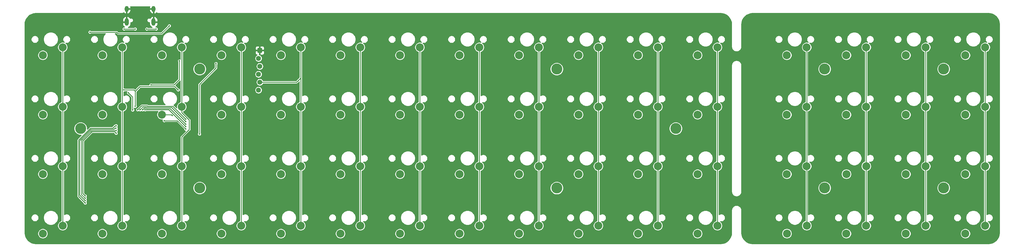
<source format=gbr>
G04 #@! TF.GenerationSoftware,KiCad,Pcbnew,(5.1.2-1)-1*
G04 #@! TF.CreationDate,2020-01-25T14:32:53-06:00*
G04 #@! TF.ProjectId,therick64BA,74686572-6963-46b3-9634-42412e6b6963,rev?*
G04 #@! TF.SameCoordinates,Original*
G04 #@! TF.FileFunction,Copper,L1,Top*
G04 #@! TF.FilePolarity,Positive*
%FSLAX46Y46*%
G04 Gerber Fmt 4.6, Leading zero omitted, Abs format (unit mm)*
G04 Created by KiCad (PCBNEW (5.1.2-1)-1) date 2020-01-25 14:32:53*
%MOMM*%
%LPD*%
G04 APERTURE LIST*
%ADD10C,1.600200*%
%ADD11C,0.100000*%
%ADD12C,3.500000*%
%ADD13C,2.540000*%
%ADD14O,1.300000X2.400000*%
%ADD15O,1.300000X1.900000*%
%ADD16C,0.500000*%
%ADD17C,0.250000*%
G04 APERTURE END LIST*
D10*
X122034300Y-60721875D03*
X122440700Y-58181875D03*
X122034300Y-55641875D03*
X122440700Y-53101875D03*
X122034300Y-50561875D03*
D11*
G36*
X122879962Y-47223701D02*
G01*
X122918796Y-47229462D01*
X122956878Y-47239001D01*
X122993843Y-47252227D01*
X123029332Y-47269012D01*
X123063006Y-47289196D01*
X123094539Y-47312582D01*
X123123628Y-47338947D01*
X123149993Y-47368036D01*
X123173379Y-47399569D01*
X123193563Y-47433243D01*
X123210348Y-47468732D01*
X123223574Y-47505697D01*
X123233113Y-47543779D01*
X123238874Y-47582613D01*
X123240800Y-47621825D01*
X123240800Y-48421925D01*
X123238874Y-48461137D01*
X123233113Y-48499971D01*
X123223574Y-48538053D01*
X123210348Y-48575018D01*
X123193563Y-48610507D01*
X123173379Y-48644181D01*
X123149993Y-48675714D01*
X123123628Y-48704803D01*
X123094539Y-48731168D01*
X123063006Y-48754554D01*
X123029332Y-48774738D01*
X122993843Y-48791523D01*
X122956878Y-48804749D01*
X122918796Y-48814288D01*
X122879962Y-48820049D01*
X122840750Y-48821975D01*
X122040650Y-48821975D01*
X122001438Y-48820049D01*
X121962604Y-48814288D01*
X121924522Y-48804749D01*
X121887557Y-48791523D01*
X121852068Y-48774738D01*
X121818394Y-48754554D01*
X121786861Y-48731168D01*
X121757772Y-48704803D01*
X121731407Y-48675714D01*
X121708021Y-48644181D01*
X121687837Y-48610507D01*
X121671052Y-48575018D01*
X121657826Y-48538053D01*
X121648287Y-48499971D01*
X121642526Y-48461137D01*
X121640600Y-48421925D01*
X121640600Y-47621825D01*
X121642526Y-47582613D01*
X121648287Y-47543779D01*
X121657826Y-47505697D01*
X121671052Y-47468732D01*
X121687837Y-47433243D01*
X121708021Y-47399569D01*
X121731407Y-47368036D01*
X121757772Y-47338947D01*
X121786861Y-47312582D01*
X121818394Y-47289196D01*
X121852068Y-47269012D01*
X121887557Y-47252227D01*
X121924522Y-47239001D01*
X121962604Y-47229462D01*
X122001438Y-47223701D01*
X122040650Y-47221775D01*
X122840750Y-47221775D01*
X122879962Y-47223701D01*
X122879962Y-47223701D01*
G37*
D10*
X122440700Y-48021875D03*
D12*
X341312500Y-92075000D03*
X303212500Y-92075000D03*
X341312500Y-53975000D03*
X303212500Y-53975000D03*
D13*
X59347100Y-104152700D03*
X52997100Y-106692700D03*
X348272100Y-106692700D03*
X354622100Y-104152700D03*
X329222100Y-106692700D03*
X335572100Y-104152700D03*
X310172100Y-106692700D03*
X316522100Y-104152700D03*
X291147500Y-106680000D03*
X297497500Y-104140000D03*
X348272100Y-87642700D03*
X354622100Y-85102700D03*
X329222100Y-87642700D03*
X335572100Y-85102700D03*
X310197500Y-87630000D03*
X316547500Y-85090000D03*
X291122100Y-87642700D03*
X297472100Y-85102700D03*
X348272100Y-68592700D03*
X354622100Y-66052700D03*
X329222100Y-68592700D03*
X335572100Y-66052700D03*
X310172100Y-68592700D03*
X316522100Y-66052700D03*
X291122100Y-68592700D03*
X297472100Y-66052700D03*
X348272100Y-49542700D03*
X354622100Y-47002700D03*
X329222100Y-49542700D03*
X335572100Y-47002700D03*
X310172100Y-49542700D03*
X316522100Y-47002700D03*
X291122100Y-49542700D03*
X297472100Y-47002700D03*
D12*
X255587500Y-73025000D03*
X217487500Y-92098875D03*
X217487500Y-53975000D03*
X103187500Y-92075000D03*
X103187500Y-53975000D03*
X65087500Y-73025000D03*
D14*
X79837500Y-38908625D03*
D15*
X79837500Y-34708625D03*
X88437500Y-34708625D03*
D14*
X88437500Y-38908625D03*
X79837500Y-38908625D03*
D13*
X268897100Y-104152700D03*
X262547100Y-106692700D03*
X249847100Y-104152700D03*
X243497100Y-106692700D03*
X230797100Y-104152700D03*
X224447100Y-106692700D03*
X211747100Y-104152700D03*
X205397100Y-106692700D03*
X192697100Y-104152700D03*
X186347100Y-106692700D03*
X173647100Y-104152700D03*
X167297100Y-106692700D03*
X154597100Y-104152700D03*
X148247100Y-106692700D03*
X135547100Y-104152700D03*
X129197100Y-106692700D03*
X116497100Y-104152700D03*
X110147100Y-106692700D03*
X97447100Y-104152700D03*
X91097100Y-106692700D03*
X78397100Y-104152700D03*
X72047100Y-106692700D03*
X268897100Y-85102700D03*
X262547100Y-87642700D03*
X249847100Y-85102700D03*
X243497100Y-87642700D03*
X230797100Y-85102700D03*
X224447100Y-87642700D03*
X211747100Y-85102700D03*
X205397100Y-87642700D03*
X192697100Y-85102700D03*
X186347100Y-87642700D03*
X173647100Y-85102700D03*
X167297100Y-87642700D03*
X154597100Y-85102700D03*
X148247100Y-87642700D03*
X135547100Y-85102700D03*
X129197100Y-87642700D03*
X116497100Y-85102700D03*
X110147100Y-87642700D03*
X97447100Y-85102700D03*
X91097100Y-87642700D03*
X78397100Y-85102700D03*
X72047100Y-87642700D03*
X59347100Y-85102700D03*
X52997100Y-87642700D03*
X268897100Y-66052700D03*
X262547100Y-68592700D03*
X249847100Y-66052700D03*
X243497100Y-68592700D03*
X230797100Y-66052700D03*
X224447100Y-68592700D03*
X211747100Y-66052700D03*
X205397100Y-68592700D03*
X192697100Y-66052700D03*
X186347100Y-68592700D03*
X173647100Y-66052700D03*
X167297100Y-68592700D03*
X154597100Y-66052700D03*
X148247100Y-68592700D03*
X135547100Y-66052700D03*
X129197100Y-68592700D03*
X116497100Y-66052700D03*
X110147100Y-68592700D03*
X97447100Y-66052700D03*
X91097100Y-68592700D03*
X78397100Y-66052700D03*
X72047100Y-68592700D03*
X59347100Y-66052700D03*
X52997100Y-68592700D03*
X268897100Y-47002700D03*
X262547100Y-49542700D03*
X249847100Y-47002700D03*
X243497100Y-49542700D03*
X230797100Y-47002700D03*
X224447100Y-49542700D03*
X211747100Y-47002700D03*
X205397100Y-49542700D03*
X192697100Y-47002700D03*
X186347100Y-49542700D03*
X173647100Y-47002700D03*
X167297100Y-49542700D03*
X154597100Y-47002700D03*
X148247100Y-49542700D03*
X135547100Y-47002700D03*
X129197100Y-49542700D03*
X116497100Y-47002700D03*
X110147100Y-49542700D03*
X97447100Y-47002700D03*
X91097100Y-49542700D03*
X78397100Y-47002700D03*
X72047100Y-49542700D03*
X59347100Y-47002700D03*
X52997100Y-49542700D03*
D16*
X94461237Y-68862915D03*
X96710500Y-51371500D03*
X87630000Y-59055000D03*
X81737500Y-67106500D03*
X93472000Y-40132000D03*
X68072000Y-42164000D03*
X80391000Y-61595000D03*
X78947375Y-60659375D03*
X82537500Y-65925500D03*
X96312625Y-60659375D03*
X98737500Y-73225000D03*
X91837500Y-70525000D03*
X85731250Y-67025000D03*
X98737500Y-72425000D03*
X84931250Y-67025000D03*
X98737500Y-71625000D03*
X84131250Y-67025000D03*
X98737500Y-70825000D03*
X83331250Y-67025000D03*
X98737500Y-70025000D03*
X89281000Y-41148000D03*
X86233000Y-41148000D03*
X78994000Y-41148000D03*
X82550000Y-41148000D03*
X76454000Y-74549000D03*
X66548000Y-94615000D03*
X76454000Y-73660000D03*
X66548000Y-95377000D03*
X76427000Y-72925000D03*
X66548000Y-96139000D03*
X76454000Y-72136000D03*
X66548000Y-96901000D03*
X103124000Y-74803000D03*
X108393510Y-52196010D03*
D17*
X94191022Y-68592700D02*
X94461237Y-68862915D01*
X91097100Y-68592700D02*
X94191022Y-68592700D01*
X94996000Y-59055000D02*
X87630000Y-59055000D01*
X96710500Y-57340500D02*
X94996000Y-59055000D01*
X96710500Y-51371500D02*
X96710500Y-57340500D01*
X81737500Y-67106500D02*
X81737500Y-62941500D01*
X81737500Y-62941500D02*
X80899000Y-62103000D01*
X80899000Y-62103000D02*
X80391000Y-61595000D01*
X93472000Y-40132000D02*
X91122500Y-42481500D01*
X68072000Y-42164000D02*
X76637998Y-42164000D01*
X91023999Y-42580001D02*
X91122500Y-42481500D01*
X77053999Y-42580001D02*
X91023999Y-42580001D01*
X76637998Y-42164000D02*
X77053999Y-42580001D01*
X95360125Y-59706875D02*
X96312625Y-60659375D01*
X95213251Y-59560001D02*
X96312625Y-60659375D01*
X82537500Y-65925500D02*
X82537500Y-61074500D01*
X82122375Y-60659375D02*
X81707625Y-60659375D01*
X82537500Y-61074500D02*
X82122375Y-60659375D01*
X78947375Y-60659375D02*
X81707625Y-60659375D01*
X82537500Y-61074500D02*
X82562500Y-61074500D01*
X84076999Y-59560001D02*
X86230001Y-59560001D01*
X82562500Y-61074500D02*
X84076999Y-59560001D01*
X86230001Y-59560001D02*
X95213251Y-59560001D01*
X85600999Y-59560001D02*
X86230001Y-59560001D01*
X59372500Y-46990000D02*
X59372500Y-104140000D01*
X78422500Y-46990000D02*
X78422500Y-104140000D01*
X97472500Y-46990000D02*
X97472500Y-66040000D01*
X97472500Y-85090000D02*
X97472500Y-104140000D01*
X99872501Y-70335001D02*
X97472500Y-67935000D01*
X97472500Y-67935000D02*
X97472500Y-66040000D01*
X97472500Y-75729502D02*
X99872501Y-73329501D01*
X97472500Y-85090000D02*
X97472500Y-75729502D01*
X99872501Y-73329501D02*
X99872501Y-70335001D01*
X116522500Y-46990000D02*
X116522500Y-104140000D01*
X135572500Y-75590000D02*
X135572500Y-104140000D01*
X122034300Y-58181875D02*
X134223125Y-58181875D01*
X134223125Y-58181875D02*
X135572500Y-56832500D01*
X135572500Y-56832500D02*
X135572500Y-75590000D01*
X135572500Y-46990000D02*
X135572500Y-56832500D01*
X154622500Y-46990000D02*
X154622500Y-75540000D01*
X154622500Y-75940000D02*
X154622500Y-75540000D01*
X154622500Y-104140000D02*
X154622500Y-75940000D01*
X173672500Y-46990000D02*
X173672500Y-75560000D01*
X173672500Y-75560000D02*
X173672500Y-104140000D01*
X192722500Y-102002402D02*
X192722500Y-104140000D01*
X192722500Y-46990000D02*
X192722500Y-102002402D01*
X96037500Y-70525000D02*
X98737500Y-73225000D01*
X91837500Y-70525000D02*
X96037500Y-70525000D01*
X211772500Y-104140000D02*
X211772500Y-46990000D01*
X93337501Y-67025000D02*
X93523438Y-67210937D01*
X85731250Y-67025000D02*
X93337501Y-67025000D01*
X93523438Y-67210937D02*
X98737500Y-72425000D01*
X93337500Y-67025000D02*
X93523438Y-67210937D01*
X230822500Y-46990000D02*
X230822500Y-104140000D01*
X85436251Y-66519999D02*
X85181249Y-66775001D01*
X93757490Y-66644990D02*
X86121875Y-66644990D01*
X85181249Y-66775001D02*
X84931250Y-67025000D01*
X85996884Y-66519999D02*
X85436251Y-66519999D01*
X86121875Y-66644990D02*
X85996884Y-66519999D01*
X98737500Y-71625000D02*
X93757490Y-66644990D01*
X249872500Y-46990000D02*
X249872500Y-104140000D01*
X85016261Y-66139989D02*
X84381249Y-66775001D01*
X86154289Y-66139989D02*
X85016261Y-66139989D01*
X94177480Y-66264980D02*
X86279280Y-66264980D01*
X86279280Y-66264980D02*
X86154289Y-66139989D01*
X84381249Y-66775001D02*
X84131250Y-67025000D01*
X98737500Y-70825000D02*
X94177480Y-66264980D01*
X268922500Y-46990000D02*
X268922500Y-75610000D01*
X268922500Y-75610000D02*
X268922500Y-104140000D01*
X83581249Y-66775001D02*
X83331250Y-67025000D01*
X84596271Y-65759979D02*
X83581249Y-66775001D01*
X86522470Y-65884970D02*
X86397479Y-65759979D01*
X94597470Y-65884970D02*
X86522470Y-65884970D01*
X86397479Y-65759979D02*
X84596271Y-65759979D01*
X94597470Y-65884970D02*
X98737500Y-70025000D01*
X86233000Y-41148000D02*
X89281000Y-41148000D01*
X82550000Y-41148000D02*
X78994000Y-41148000D01*
X297497500Y-47028100D02*
X297472100Y-47002700D01*
X297497500Y-93027500D02*
X297497500Y-47028100D01*
X297497500Y-94170500D02*
X297497500Y-93027500D01*
X297497500Y-95186500D02*
X297497500Y-94170500D01*
X297497500Y-104140000D02*
X297497500Y-95186500D01*
X68736415Y-74041000D02*
X65786000Y-76991415D01*
X68834990Y-74040010D02*
X68834000Y-74041000D01*
X68834000Y-74041000D02*
X68736415Y-74041000D01*
X75945010Y-74040010D02*
X68834990Y-74040010D01*
X76454000Y-74549000D02*
X75945010Y-74040010D01*
X65786000Y-93853000D02*
X66230500Y-94297500D01*
X65786000Y-76991415D02*
X65786000Y-93853000D01*
X66230500Y-94297500D02*
X66548000Y-94615000D01*
X316522100Y-47002700D02*
X316522100Y-104152700D01*
X68580001Y-73660000D02*
X65405990Y-76834009D01*
X76454000Y-73660000D02*
X68580001Y-73660000D01*
X65405990Y-94234990D02*
X66548000Y-95377000D01*
X65405990Y-76834009D02*
X65405990Y-94234990D01*
X335572100Y-47002700D02*
X335572100Y-104152700D01*
X66298001Y-95889001D02*
X66548000Y-96139000D01*
X76073447Y-72925000D02*
X75718457Y-73279990D01*
X68422595Y-73279990D02*
X64803375Y-76899209D01*
X75718457Y-73279990D02*
X68422595Y-73279990D01*
X64803375Y-94394375D02*
X66298001Y-95889001D01*
X64803375Y-76899209D02*
X64803375Y-94394375D01*
X76427000Y-72925000D02*
X76073447Y-72925000D01*
X354622100Y-104114600D02*
X354647500Y-104140000D01*
X354622100Y-47002700D02*
X354622100Y-104114600D01*
X76100447Y-72136000D02*
X75336467Y-72899980D01*
X76454000Y-72136000D02*
X76100447Y-72136000D01*
X75336467Y-72899980D02*
X69975020Y-72899980D01*
X69975020Y-72899980D02*
X69759776Y-72899980D01*
X64423365Y-94776365D02*
X66298001Y-96651001D01*
X64423365Y-76741804D02*
X64423365Y-94776365D01*
X66298001Y-96651001D02*
X66548000Y-96901000D01*
X68265190Y-72899980D02*
X64423365Y-76741804D01*
X69975020Y-72899980D02*
X68265190Y-72899980D01*
X103124000Y-58928000D02*
X103124000Y-74803000D01*
X108393510Y-53658490D02*
X103124000Y-58928000D01*
X108393510Y-52196010D02*
X108393510Y-53658490D01*
G36*
X87204319Y-34031803D02*
G01*
X87154500Y-34279625D01*
X87154500Y-34579625D01*
X88308500Y-34579625D01*
X88308500Y-34559625D01*
X88566500Y-34559625D01*
X88566500Y-34579625D01*
X88847942Y-34579625D01*
X88847941Y-34837625D01*
X88566500Y-34837625D01*
X88566500Y-36125953D01*
X88764600Y-36249227D01*
X88809302Y-36243329D01*
X89043037Y-36147069D01*
X89253501Y-36007060D01*
X89358790Y-35902199D01*
X89379831Y-35916179D01*
X89409735Y-35936654D01*
X89414643Y-35939307D01*
X89414647Y-35939310D01*
X89414651Y-35939312D01*
X89551428Y-36012037D01*
X89584940Y-36025850D01*
X89618267Y-36040134D01*
X89623603Y-36041786D01*
X89771904Y-36086561D01*
X89807482Y-36093605D01*
X89842929Y-36101140D01*
X89848484Y-36101724D01*
X90002657Y-36116841D01*
X90002661Y-36116841D01*
X90022044Y-36118750D01*
X269855437Y-36118750D01*
X270567800Y-36188598D01*
X271234214Y-36389800D01*
X271848852Y-36716608D01*
X272388313Y-37156582D01*
X272832036Y-37692949D01*
X273163131Y-38305298D01*
X273368979Y-38970286D01*
X273443726Y-39681452D01*
X273443750Y-39688330D01*
X273443751Y-46850897D01*
X273445477Y-46868418D01*
X273445425Y-46875815D01*
X273445970Y-46881373D01*
X273470259Y-47112469D01*
X273477550Y-47147988D01*
X273484343Y-47183595D01*
X273485957Y-47188942D01*
X273554671Y-47410920D01*
X273568708Y-47444313D01*
X273582300Y-47477954D01*
X273584922Y-47482885D01*
X273695442Y-47687288D01*
X273715722Y-47717354D01*
X273735567Y-47747680D01*
X273739097Y-47752009D01*
X273887215Y-47931053D01*
X273912941Y-47956600D01*
X273938305Y-47982501D01*
X273942608Y-47986061D01*
X274122681Y-48132925D01*
X274152889Y-48152995D01*
X274182791Y-48173469D01*
X274187704Y-48176126D01*
X274392874Y-48285217D01*
X274426410Y-48299040D01*
X274459715Y-48313314D01*
X274465047Y-48314965D01*
X274465053Y-48314967D01*
X274687503Y-48382128D01*
X274723081Y-48389172D01*
X274758528Y-48396707D01*
X274764082Y-48397291D01*
X274995342Y-48419966D01*
X275012815Y-48419966D01*
X275030185Y-48421853D01*
X275035771Y-48421873D01*
X275044083Y-48421844D01*
X275061469Y-48420078D01*
X275078940Y-48420200D01*
X275084498Y-48419655D01*
X275315594Y-48395366D01*
X275351113Y-48388075D01*
X275386720Y-48381282D01*
X275392067Y-48379668D01*
X275614045Y-48310954D01*
X275647438Y-48296917D01*
X275681079Y-48283325D01*
X275686010Y-48280703D01*
X275890413Y-48170183D01*
X275920479Y-48149903D01*
X275950805Y-48130058D01*
X275955134Y-48126528D01*
X276134178Y-47978410D01*
X276159725Y-47952684D01*
X276185626Y-47927320D01*
X276189186Y-47923017D01*
X276336050Y-47742944D01*
X276356120Y-47712736D01*
X276376594Y-47682834D01*
X276379251Y-47677921D01*
X276488342Y-47472751D01*
X276502165Y-47439215D01*
X276516439Y-47405910D01*
X276518090Y-47400578D01*
X276518092Y-47400572D01*
X276585253Y-47178122D01*
X276592297Y-47142544D01*
X276599832Y-47107097D01*
X276600416Y-47101543D01*
X276623091Y-46870283D01*
X276623091Y-46870280D01*
X276625000Y-46850897D01*
X276625000Y-46840682D01*
X295827100Y-46840682D01*
X295827100Y-47164718D01*
X295890317Y-47482529D01*
X296014320Y-47781899D01*
X296194345Y-48051326D01*
X296423474Y-48280455D01*
X296692901Y-48460480D01*
X296992271Y-48584483D01*
X296997501Y-48585523D01*
X296997501Y-64469877D01*
X296992271Y-64470917D01*
X296692901Y-64594920D01*
X296423474Y-64774945D01*
X296194345Y-65004074D01*
X296014320Y-65273501D01*
X295890317Y-65572871D01*
X295827100Y-65890682D01*
X295827100Y-66214718D01*
X295890317Y-66532529D01*
X296014320Y-66831899D01*
X296194345Y-67101326D01*
X296423474Y-67330455D01*
X296692901Y-67510480D01*
X296992271Y-67634483D01*
X296997501Y-67635523D01*
X296997500Y-83519877D01*
X296992271Y-83520917D01*
X296692901Y-83644920D01*
X296423474Y-83824945D01*
X296194345Y-84054074D01*
X296014320Y-84323501D01*
X295890317Y-84622871D01*
X295827100Y-84940682D01*
X295827100Y-85264718D01*
X295890317Y-85582529D01*
X296014320Y-85881899D01*
X296194345Y-86151326D01*
X296423474Y-86380455D01*
X296692901Y-86560480D01*
X296992271Y-86684483D01*
X296997500Y-86685523D01*
X296997500Y-93052059D01*
X296997501Y-93052069D01*
X296997500Y-94195059D01*
X296997501Y-94195069D01*
X296997500Y-95211059D01*
X296997501Y-95211069D01*
X296997500Y-102566572D01*
X296718301Y-102682220D01*
X296448874Y-102862245D01*
X296219745Y-103091374D01*
X296039720Y-103360801D01*
X295915717Y-103660171D01*
X295852500Y-103977982D01*
X295852500Y-104302018D01*
X295915717Y-104619829D01*
X296039720Y-104919199D01*
X296219745Y-105188626D01*
X296448874Y-105417755D01*
X296718301Y-105597780D01*
X297017671Y-105721783D01*
X297335482Y-105785000D01*
X297659518Y-105785000D01*
X297977329Y-105721783D01*
X298276699Y-105597780D01*
X298546126Y-105417755D01*
X298775255Y-105188626D01*
X298955280Y-104919199D01*
X299079283Y-104619829D01*
X299142500Y-104302018D01*
X299142500Y-103977982D01*
X299079283Y-103660171D01*
X298955280Y-103360801D01*
X298775255Y-103091374D01*
X298546126Y-102862245D01*
X298426020Y-102781993D01*
X298646759Y-102825900D01*
X298888241Y-102825900D01*
X299125082Y-102778790D01*
X299348182Y-102686379D01*
X299548966Y-102552219D01*
X299719719Y-102381466D01*
X299853879Y-102180682D01*
X299946290Y-101957582D01*
X299993400Y-101720741D01*
X299993400Y-101491959D01*
X306406200Y-101491959D01*
X306406200Y-101733441D01*
X306453310Y-101970282D01*
X306545721Y-102193382D01*
X306679881Y-102394166D01*
X306850634Y-102564919D01*
X307051418Y-102699079D01*
X307274518Y-102791490D01*
X307511359Y-102838600D01*
X307752841Y-102838600D01*
X307989682Y-102791490D01*
X308212782Y-102699079D01*
X308413566Y-102564919D01*
X308584319Y-102394166D01*
X308718479Y-102193382D01*
X308810890Y-101970282D01*
X308858000Y-101733441D01*
X308858000Y-101491959D01*
X308835608Y-101379384D01*
X310343200Y-101379384D01*
X310343200Y-101846016D01*
X310434236Y-102303683D01*
X310612808Y-102734795D01*
X310872055Y-103122786D01*
X311202014Y-103452745D01*
X311590005Y-103711992D01*
X312021117Y-103890564D01*
X312478784Y-103981600D01*
X312945416Y-103981600D01*
X313403083Y-103890564D01*
X313834195Y-103711992D01*
X314222186Y-103452745D01*
X314552145Y-103122786D01*
X314811392Y-102734795D01*
X314989964Y-102303683D01*
X315081000Y-101846016D01*
X315081000Y-101379384D01*
X314989964Y-100921717D01*
X314811392Y-100490605D01*
X314552145Y-100102614D01*
X314222186Y-99772655D01*
X313834195Y-99513408D01*
X313403083Y-99334836D01*
X312945416Y-99243800D01*
X312478784Y-99243800D01*
X312021117Y-99334836D01*
X311590005Y-99513408D01*
X311202014Y-99772655D01*
X310872055Y-100102614D01*
X310612808Y-100490605D01*
X310434236Y-100921717D01*
X310343200Y-101379384D01*
X308835608Y-101379384D01*
X308810890Y-101255118D01*
X308718479Y-101032018D01*
X308584319Y-100831234D01*
X308413566Y-100660481D01*
X308212782Y-100526321D01*
X307989682Y-100433910D01*
X307752841Y-100386800D01*
X307511359Y-100386800D01*
X307274518Y-100433910D01*
X307051418Y-100526321D01*
X306850634Y-100660481D01*
X306679881Y-100831234D01*
X306545721Y-101032018D01*
X306453310Y-101255118D01*
X306406200Y-101491959D01*
X299993400Y-101491959D01*
X299993400Y-101479259D01*
X299946290Y-101242418D01*
X299853879Y-101019318D01*
X299719719Y-100818534D01*
X299548966Y-100647781D01*
X299348182Y-100513621D01*
X299125082Y-100421210D01*
X298888241Y-100374100D01*
X298646759Y-100374100D01*
X298409918Y-100421210D01*
X298186818Y-100513621D01*
X297997500Y-100640120D01*
X297997500Y-91865706D01*
X301087500Y-91865706D01*
X301087500Y-92284294D01*
X301169163Y-92694840D01*
X301329349Y-93081565D01*
X301561905Y-93429609D01*
X301857891Y-93725595D01*
X302205935Y-93958151D01*
X302592660Y-94118337D01*
X303003206Y-94200000D01*
X303421794Y-94200000D01*
X303832340Y-94118337D01*
X304219065Y-93958151D01*
X304567109Y-93725595D01*
X304863095Y-93429609D01*
X305095651Y-93081565D01*
X305255837Y-92694840D01*
X305337500Y-92284294D01*
X305337500Y-91865706D01*
X305255837Y-91455160D01*
X305095651Y-91068435D01*
X304863095Y-90720391D01*
X304567109Y-90424405D01*
X304219065Y-90191849D01*
X303832340Y-90031663D01*
X303421794Y-89950000D01*
X303003206Y-89950000D01*
X302592660Y-90031663D01*
X302205935Y-90191849D01*
X301857891Y-90424405D01*
X301561905Y-90720391D01*
X301329349Y-91068435D01*
X301169163Y-91455160D01*
X301087500Y-91865706D01*
X297997500Y-91865706D01*
X297997500Y-87467982D01*
X308552500Y-87467982D01*
X308552500Y-87792018D01*
X308615717Y-88109829D01*
X308739720Y-88409199D01*
X308919745Y-88678626D01*
X309148874Y-88907755D01*
X309418301Y-89087780D01*
X309717671Y-89211783D01*
X310035482Y-89275000D01*
X310359518Y-89275000D01*
X310677329Y-89211783D01*
X310976699Y-89087780D01*
X311246126Y-88907755D01*
X311475255Y-88678626D01*
X311655280Y-88409199D01*
X311779283Y-88109829D01*
X311842500Y-87792018D01*
X311842500Y-87467982D01*
X311779283Y-87150171D01*
X311655280Y-86850801D01*
X311475255Y-86581374D01*
X311246126Y-86352245D01*
X310976699Y-86172220D01*
X310677329Y-86048217D01*
X310359518Y-85985000D01*
X310035482Y-85985000D01*
X309717671Y-86048217D01*
X309418301Y-86172220D01*
X309148874Y-86352245D01*
X308919745Y-86581374D01*
X308739720Y-86850801D01*
X308615717Y-87150171D01*
X308552500Y-87467982D01*
X297997500Y-87467982D01*
X297997500Y-86665607D01*
X298251299Y-86560480D01*
X298520726Y-86380455D01*
X298749855Y-86151326D01*
X298929880Y-85881899D01*
X299053883Y-85582529D01*
X299117100Y-85264718D01*
X299117100Y-84940682D01*
X299053883Y-84622871D01*
X298929880Y-84323501D01*
X298749855Y-84054074D01*
X298520726Y-83824945D01*
X298400620Y-83744693D01*
X298621359Y-83788600D01*
X298862841Y-83788600D01*
X299099682Y-83741490D01*
X299322782Y-83649079D01*
X299523566Y-83514919D01*
X299694319Y-83344166D01*
X299828479Y-83143382D01*
X299920890Y-82920282D01*
X299968000Y-82683441D01*
X299968000Y-82441959D01*
X299965474Y-82429259D01*
X306431600Y-82429259D01*
X306431600Y-82670741D01*
X306478710Y-82907582D01*
X306571121Y-83130682D01*
X306705281Y-83331466D01*
X306876034Y-83502219D01*
X307076818Y-83636379D01*
X307299918Y-83728790D01*
X307536759Y-83775900D01*
X307778241Y-83775900D01*
X308015082Y-83728790D01*
X308238182Y-83636379D01*
X308438966Y-83502219D01*
X308609719Y-83331466D01*
X308743879Y-83130682D01*
X308836290Y-82907582D01*
X308883400Y-82670741D01*
X308883400Y-82429259D01*
X308861008Y-82316684D01*
X310368600Y-82316684D01*
X310368600Y-82783316D01*
X310459636Y-83240983D01*
X310638208Y-83672095D01*
X310897455Y-84060086D01*
X311227414Y-84390045D01*
X311615405Y-84649292D01*
X312046517Y-84827864D01*
X312504184Y-84918900D01*
X312970816Y-84918900D01*
X313428483Y-84827864D01*
X313859595Y-84649292D01*
X314247586Y-84390045D01*
X314577545Y-84060086D01*
X314836792Y-83672095D01*
X315015364Y-83240983D01*
X315106400Y-82783316D01*
X315106400Y-82316684D01*
X315015364Y-81859017D01*
X314836792Y-81427905D01*
X314577545Y-81039914D01*
X314247586Y-80709955D01*
X313859595Y-80450708D01*
X313428483Y-80272136D01*
X312970816Y-80181100D01*
X312504184Y-80181100D01*
X312046517Y-80272136D01*
X311615405Y-80450708D01*
X311227414Y-80709955D01*
X310897455Y-81039914D01*
X310638208Y-81427905D01*
X310459636Y-81859017D01*
X310368600Y-82316684D01*
X308861008Y-82316684D01*
X308836290Y-82192418D01*
X308743879Y-81969318D01*
X308609719Y-81768534D01*
X308438966Y-81597781D01*
X308238182Y-81463621D01*
X308015082Y-81371210D01*
X307778241Y-81324100D01*
X307536759Y-81324100D01*
X307299918Y-81371210D01*
X307076818Y-81463621D01*
X306876034Y-81597781D01*
X306705281Y-81768534D01*
X306571121Y-81969318D01*
X306478710Y-82192418D01*
X306431600Y-82429259D01*
X299965474Y-82429259D01*
X299920890Y-82205118D01*
X299828479Y-81982018D01*
X299694319Y-81781234D01*
X299523566Y-81610481D01*
X299322782Y-81476321D01*
X299099682Y-81383910D01*
X298862841Y-81336800D01*
X298621359Y-81336800D01*
X298384518Y-81383910D01*
X298161418Y-81476321D01*
X297997500Y-81585848D01*
X297997500Y-68430682D01*
X308527100Y-68430682D01*
X308527100Y-68754718D01*
X308590317Y-69072529D01*
X308714320Y-69371899D01*
X308894345Y-69641326D01*
X309123474Y-69870455D01*
X309392901Y-70050480D01*
X309692271Y-70174483D01*
X310010082Y-70237700D01*
X310334118Y-70237700D01*
X310651929Y-70174483D01*
X310951299Y-70050480D01*
X311220726Y-69870455D01*
X311449855Y-69641326D01*
X311629880Y-69371899D01*
X311753883Y-69072529D01*
X311817100Y-68754718D01*
X311817100Y-68430682D01*
X311753883Y-68112871D01*
X311629880Y-67813501D01*
X311449855Y-67544074D01*
X311220726Y-67314945D01*
X310951299Y-67134920D01*
X310651929Y-67010917D01*
X310334118Y-66947700D01*
X310010082Y-66947700D01*
X309692271Y-67010917D01*
X309392901Y-67134920D01*
X309123474Y-67314945D01*
X308894345Y-67544074D01*
X308714320Y-67813501D01*
X308590317Y-68112871D01*
X308527100Y-68430682D01*
X297997500Y-68430682D01*
X297997500Y-67615607D01*
X298251299Y-67510480D01*
X298520726Y-67330455D01*
X298749855Y-67101326D01*
X298929880Y-66831899D01*
X299053883Y-66532529D01*
X299117100Y-66214718D01*
X299117100Y-65890682D01*
X299053883Y-65572871D01*
X298929880Y-65273501D01*
X298749855Y-65004074D01*
X298520726Y-64774945D01*
X298400620Y-64694693D01*
X298621359Y-64738600D01*
X298862841Y-64738600D01*
X299099682Y-64691490D01*
X299322782Y-64599079D01*
X299523566Y-64464919D01*
X299694319Y-64294166D01*
X299828479Y-64093382D01*
X299920890Y-63870282D01*
X299968000Y-63633441D01*
X299968000Y-63391959D01*
X306406200Y-63391959D01*
X306406200Y-63633441D01*
X306453310Y-63870282D01*
X306545721Y-64093382D01*
X306679881Y-64294166D01*
X306850634Y-64464919D01*
X307051418Y-64599079D01*
X307274518Y-64691490D01*
X307511359Y-64738600D01*
X307752841Y-64738600D01*
X307989682Y-64691490D01*
X308212782Y-64599079D01*
X308413566Y-64464919D01*
X308584319Y-64294166D01*
X308718479Y-64093382D01*
X308810890Y-63870282D01*
X308858000Y-63633441D01*
X308858000Y-63391959D01*
X308835608Y-63279384D01*
X310343200Y-63279384D01*
X310343200Y-63746016D01*
X310434236Y-64203683D01*
X310612808Y-64634795D01*
X310872055Y-65022786D01*
X311202014Y-65352745D01*
X311590005Y-65611992D01*
X312021117Y-65790564D01*
X312478784Y-65881600D01*
X312945416Y-65881600D01*
X313403083Y-65790564D01*
X313834195Y-65611992D01*
X314222186Y-65352745D01*
X314552145Y-65022786D01*
X314811392Y-64634795D01*
X314989964Y-64203683D01*
X315081000Y-63746016D01*
X315081000Y-63279384D01*
X314989964Y-62821717D01*
X314811392Y-62390605D01*
X314552145Y-62002614D01*
X314222186Y-61672655D01*
X313834195Y-61413408D01*
X313403083Y-61234836D01*
X312945416Y-61143800D01*
X312478784Y-61143800D01*
X312021117Y-61234836D01*
X311590005Y-61413408D01*
X311202014Y-61672655D01*
X310872055Y-62002614D01*
X310612808Y-62390605D01*
X310434236Y-62821717D01*
X310343200Y-63279384D01*
X308835608Y-63279384D01*
X308810890Y-63155118D01*
X308718479Y-62932018D01*
X308584319Y-62731234D01*
X308413566Y-62560481D01*
X308212782Y-62426321D01*
X307989682Y-62333910D01*
X307752841Y-62286800D01*
X307511359Y-62286800D01*
X307274518Y-62333910D01*
X307051418Y-62426321D01*
X306850634Y-62560481D01*
X306679881Y-62731234D01*
X306545721Y-62932018D01*
X306453310Y-63155118D01*
X306406200Y-63391959D01*
X299968000Y-63391959D01*
X299920890Y-63155118D01*
X299828479Y-62932018D01*
X299694319Y-62731234D01*
X299523566Y-62560481D01*
X299322782Y-62426321D01*
X299099682Y-62333910D01*
X298862841Y-62286800D01*
X298621359Y-62286800D01*
X298384518Y-62333910D01*
X298161418Y-62426321D01*
X297997500Y-62535848D01*
X297997500Y-53765706D01*
X301087500Y-53765706D01*
X301087500Y-54184294D01*
X301169163Y-54594840D01*
X301329349Y-54981565D01*
X301561905Y-55329609D01*
X301857891Y-55625595D01*
X302205935Y-55858151D01*
X302592660Y-56018337D01*
X303003206Y-56100000D01*
X303421794Y-56100000D01*
X303832340Y-56018337D01*
X304219065Y-55858151D01*
X304567109Y-55625595D01*
X304863095Y-55329609D01*
X305095651Y-54981565D01*
X305255837Y-54594840D01*
X305337500Y-54184294D01*
X305337500Y-53765706D01*
X305255837Y-53355160D01*
X305095651Y-52968435D01*
X304863095Y-52620391D01*
X304567109Y-52324405D01*
X304219065Y-52091849D01*
X303832340Y-51931663D01*
X303421794Y-51850000D01*
X303003206Y-51850000D01*
X302592660Y-51931663D01*
X302205935Y-52091849D01*
X301857891Y-52324405D01*
X301561905Y-52620391D01*
X301329349Y-52968435D01*
X301169163Y-53355160D01*
X301087500Y-53765706D01*
X297997500Y-53765706D01*
X297997500Y-49380682D01*
X308527100Y-49380682D01*
X308527100Y-49704718D01*
X308590317Y-50022529D01*
X308714320Y-50321899D01*
X308894345Y-50591326D01*
X309123474Y-50820455D01*
X309392901Y-51000480D01*
X309692271Y-51124483D01*
X310010082Y-51187700D01*
X310334118Y-51187700D01*
X310651929Y-51124483D01*
X310951299Y-51000480D01*
X311220726Y-50820455D01*
X311449855Y-50591326D01*
X311629880Y-50321899D01*
X311753883Y-50022529D01*
X311817100Y-49704718D01*
X311817100Y-49380682D01*
X311753883Y-49062871D01*
X311629880Y-48763501D01*
X311449855Y-48494074D01*
X311220726Y-48264945D01*
X310951299Y-48084920D01*
X310651929Y-47960917D01*
X310334118Y-47897700D01*
X310010082Y-47897700D01*
X309692271Y-47960917D01*
X309392901Y-48084920D01*
X309123474Y-48264945D01*
X308894345Y-48494074D01*
X308714320Y-48763501D01*
X308590317Y-49062871D01*
X308527100Y-49380682D01*
X297997500Y-49380682D01*
X297997500Y-48565607D01*
X298251299Y-48460480D01*
X298520726Y-48280455D01*
X298749855Y-48051326D01*
X298929880Y-47781899D01*
X299053883Y-47482529D01*
X299117100Y-47164718D01*
X299117100Y-46840682D01*
X314877100Y-46840682D01*
X314877100Y-47164718D01*
X314940317Y-47482529D01*
X315064320Y-47781899D01*
X315244345Y-48051326D01*
X315473474Y-48280455D01*
X315742901Y-48460480D01*
X316022100Y-48576128D01*
X316022100Y-64479272D01*
X315742901Y-64594920D01*
X315473474Y-64774945D01*
X315244345Y-65004074D01*
X315064320Y-65273501D01*
X314940317Y-65572871D01*
X314877100Y-65890682D01*
X314877100Y-66214718D01*
X314940317Y-66532529D01*
X315064320Y-66831899D01*
X315244345Y-67101326D01*
X315473474Y-67330455D01*
X315742901Y-67510480D01*
X316022100Y-67626128D01*
X316022101Y-83527093D01*
X315768301Y-83632220D01*
X315498874Y-83812245D01*
X315269745Y-84041374D01*
X315089720Y-84310801D01*
X314965717Y-84610171D01*
X314902500Y-84927982D01*
X314902500Y-85252018D01*
X314965717Y-85569829D01*
X315089720Y-85869199D01*
X315269745Y-86138626D01*
X315498874Y-86367755D01*
X315768301Y-86547780D01*
X316022101Y-86652907D01*
X316022101Y-102579272D01*
X315742901Y-102694920D01*
X315473474Y-102874945D01*
X315244345Y-103104074D01*
X315064320Y-103373501D01*
X314940317Y-103672871D01*
X314877100Y-103990682D01*
X314877100Y-104314718D01*
X314940317Y-104632529D01*
X315064320Y-104931899D01*
X315244345Y-105201326D01*
X315473474Y-105430455D01*
X315742901Y-105610480D01*
X316042271Y-105734483D01*
X316360082Y-105797700D01*
X316684118Y-105797700D01*
X317001929Y-105734483D01*
X317301299Y-105610480D01*
X317570726Y-105430455D01*
X317799855Y-105201326D01*
X317979880Y-104931899D01*
X318103883Y-104632529D01*
X318167100Y-104314718D01*
X318167100Y-103990682D01*
X318103883Y-103672871D01*
X317979880Y-103373501D01*
X317799855Y-103104074D01*
X317570726Y-102874945D01*
X317450620Y-102794693D01*
X317671359Y-102838600D01*
X317912841Y-102838600D01*
X318149682Y-102791490D01*
X318372782Y-102699079D01*
X318573566Y-102564919D01*
X318744319Y-102394166D01*
X318878479Y-102193382D01*
X318970890Y-101970282D01*
X319018000Y-101733441D01*
X319018000Y-101491959D01*
X325456200Y-101491959D01*
X325456200Y-101733441D01*
X325503310Y-101970282D01*
X325595721Y-102193382D01*
X325729881Y-102394166D01*
X325900634Y-102564919D01*
X326101418Y-102699079D01*
X326324518Y-102791490D01*
X326561359Y-102838600D01*
X326802841Y-102838600D01*
X327039682Y-102791490D01*
X327262782Y-102699079D01*
X327463566Y-102564919D01*
X327634319Y-102394166D01*
X327768479Y-102193382D01*
X327860890Y-101970282D01*
X327908000Y-101733441D01*
X327908000Y-101491959D01*
X327885608Y-101379384D01*
X329393200Y-101379384D01*
X329393200Y-101846016D01*
X329484236Y-102303683D01*
X329662808Y-102734795D01*
X329922055Y-103122786D01*
X330252014Y-103452745D01*
X330640005Y-103711992D01*
X331071117Y-103890564D01*
X331528784Y-103981600D01*
X331995416Y-103981600D01*
X332453083Y-103890564D01*
X332884195Y-103711992D01*
X333272186Y-103452745D01*
X333602145Y-103122786D01*
X333861392Y-102734795D01*
X334039964Y-102303683D01*
X334131000Y-101846016D01*
X334131000Y-101379384D01*
X334039964Y-100921717D01*
X333861392Y-100490605D01*
X333602145Y-100102614D01*
X333272186Y-99772655D01*
X332884195Y-99513408D01*
X332453083Y-99334836D01*
X331995416Y-99243800D01*
X331528784Y-99243800D01*
X331071117Y-99334836D01*
X330640005Y-99513408D01*
X330252014Y-99772655D01*
X329922055Y-100102614D01*
X329662808Y-100490605D01*
X329484236Y-100921717D01*
X329393200Y-101379384D01*
X327885608Y-101379384D01*
X327860890Y-101255118D01*
X327768479Y-101032018D01*
X327634319Y-100831234D01*
X327463566Y-100660481D01*
X327262782Y-100526321D01*
X327039682Y-100433910D01*
X326802841Y-100386800D01*
X326561359Y-100386800D01*
X326324518Y-100433910D01*
X326101418Y-100526321D01*
X325900634Y-100660481D01*
X325729881Y-100831234D01*
X325595721Y-101032018D01*
X325503310Y-101255118D01*
X325456200Y-101491959D01*
X319018000Y-101491959D01*
X318970890Y-101255118D01*
X318878479Y-101032018D01*
X318744319Y-100831234D01*
X318573566Y-100660481D01*
X318372782Y-100526321D01*
X318149682Y-100433910D01*
X317912841Y-100386800D01*
X317671359Y-100386800D01*
X317434518Y-100433910D01*
X317211418Y-100526321D01*
X317022100Y-100652820D01*
X317022100Y-87480682D01*
X327577100Y-87480682D01*
X327577100Y-87804718D01*
X327640317Y-88122529D01*
X327764320Y-88421899D01*
X327944345Y-88691326D01*
X328173474Y-88920455D01*
X328442901Y-89100480D01*
X328742271Y-89224483D01*
X329060082Y-89287700D01*
X329384118Y-89287700D01*
X329701929Y-89224483D01*
X330001299Y-89100480D01*
X330270726Y-88920455D01*
X330499855Y-88691326D01*
X330679880Y-88421899D01*
X330803883Y-88122529D01*
X330867100Y-87804718D01*
X330867100Y-87480682D01*
X330803883Y-87162871D01*
X330679880Y-86863501D01*
X330499855Y-86594074D01*
X330270726Y-86364945D01*
X330001299Y-86184920D01*
X329701929Y-86060917D01*
X329384118Y-85997700D01*
X329060082Y-85997700D01*
X328742271Y-86060917D01*
X328442901Y-86184920D01*
X328173474Y-86364945D01*
X327944345Y-86594074D01*
X327764320Y-86863501D01*
X327640317Y-87162871D01*
X327577100Y-87480682D01*
X317022100Y-87480682D01*
X317022100Y-86672823D01*
X317027329Y-86671783D01*
X317326699Y-86547780D01*
X317596126Y-86367755D01*
X317825255Y-86138626D01*
X318005280Y-85869199D01*
X318129283Y-85569829D01*
X318192500Y-85252018D01*
X318192500Y-84927982D01*
X318129283Y-84610171D01*
X318005280Y-84310801D01*
X317825255Y-84041374D01*
X317596126Y-83812245D01*
X317476020Y-83731993D01*
X317696759Y-83775900D01*
X317938241Y-83775900D01*
X318175082Y-83728790D01*
X318398182Y-83636379D01*
X318598966Y-83502219D01*
X318769719Y-83331466D01*
X318903879Y-83130682D01*
X318996290Y-82907582D01*
X319043400Y-82670741D01*
X319043400Y-82441959D01*
X325456200Y-82441959D01*
X325456200Y-82683441D01*
X325503310Y-82920282D01*
X325595721Y-83143382D01*
X325729881Y-83344166D01*
X325900634Y-83514919D01*
X326101418Y-83649079D01*
X326324518Y-83741490D01*
X326561359Y-83788600D01*
X326802841Y-83788600D01*
X327039682Y-83741490D01*
X327262782Y-83649079D01*
X327463566Y-83514919D01*
X327634319Y-83344166D01*
X327768479Y-83143382D01*
X327860890Y-82920282D01*
X327908000Y-82683441D01*
X327908000Y-82441959D01*
X327885608Y-82329384D01*
X329393200Y-82329384D01*
X329393200Y-82796016D01*
X329484236Y-83253683D01*
X329662808Y-83684795D01*
X329922055Y-84072786D01*
X330252014Y-84402745D01*
X330640005Y-84661992D01*
X331071117Y-84840564D01*
X331528784Y-84931600D01*
X331995416Y-84931600D01*
X332453083Y-84840564D01*
X332884195Y-84661992D01*
X333272186Y-84402745D01*
X333602145Y-84072786D01*
X333861392Y-83684795D01*
X334039964Y-83253683D01*
X334131000Y-82796016D01*
X334131000Y-82329384D01*
X334039964Y-81871717D01*
X333861392Y-81440605D01*
X333602145Y-81052614D01*
X333272186Y-80722655D01*
X332884195Y-80463408D01*
X332453083Y-80284836D01*
X331995416Y-80193800D01*
X331528784Y-80193800D01*
X331071117Y-80284836D01*
X330640005Y-80463408D01*
X330252014Y-80722655D01*
X329922055Y-81052614D01*
X329662808Y-81440605D01*
X329484236Y-81871717D01*
X329393200Y-82329384D01*
X327885608Y-82329384D01*
X327860890Y-82205118D01*
X327768479Y-81982018D01*
X327634319Y-81781234D01*
X327463566Y-81610481D01*
X327262782Y-81476321D01*
X327039682Y-81383910D01*
X326802841Y-81336800D01*
X326561359Y-81336800D01*
X326324518Y-81383910D01*
X326101418Y-81476321D01*
X325900634Y-81610481D01*
X325729881Y-81781234D01*
X325595721Y-81982018D01*
X325503310Y-82205118D01*
X325456200Y-82441959D01*
X319043400Y-82441959D01*
X319043400Y-82429259D01*
X318996290Y-82192418D01*
X318903879Y-81969318D01*
X318769719Y-81768534D01*
X318598966Y-81597781D01*
X318398182Y-81463621D01*
X318175082Y-81371210D01*
X317938241Y-81324100D01*
X317696759Y-81324100D01*
X317459918Y-81371210D01*
X317236818Y-81463621D01*
X317036034Y-81597781D01*
X317022100Y-81611715D01*
X317022100Y-68430682D01*
X327577100Y-68430682D01*
X327577100Y-68754718D01*
X327640317Y-69072529D01*
X327764320Y-69371899D01*
X327944345Y-69641326D01*
X328173474Y-69870455D01*
X328442901Y-70050480D01*
X328742271Y-70174483D01*
X329060082Y-70237700D01*
X329384118Y-70237700D01*
X329701929Y-70174483D01*
X330001299Y-70050480D01*
X330270726Y-69870455D01*
X330499855Y-69641326D01*
X330679880Y-69371899D01*
X330803883Y-69072529D01*
X330867100Y-68754718D01*
X330867100Y-68430682D01*
X330803883Y-68112871D01*
X330679880Y-67813501D01*
X330499855Y-67544074D01*
X330270726Y-67314945D01*
X330001299Y-67134920D01*
X329701929Y-67010917D01*
X329384118Y-66947700D01*
X329060082Y-66947700D01*
X328742271Y-67010917D01*
X328442901Y-67134920D01*
X328173474Y-67314945D01*
X327944345Y-67544074D01*
X327764320Y-67813501D01*
X327640317Y-68112871D01*
X327577100Y-68430682D01*
X317022100Y-68430682D01*
X317022100Y-67626128D01*
X317301299Y-67510480D01*
X317570726Y-67330455D01*
X317799855Y-67101326D01*
X317979880Y-66831899D01*
X318103883Y-66532529D01*
X318167100Y-66214718D01*
X318167100Y-65890682D01*
X318103883Y-65572871D01*
X317979880Y-65273501D01*
X317799855Y-65004074D01*
X317570726Y-64774945D01*
X317450620Y-64694693D01*
X317671359Y-64738600D01*
X317912841Y-64738600D01*
X318149682Y-64691490D01*
X318372782Y-64599079D01*
X318573566Y-64464919D01*
X318744319Y-64294166D01*
X318878479Y-64093382D01*
X318970890Y-63870282D01*
X319018000Y-63633441D01*
X319018000Y-63391959D01*
X325456200Y-63391959D01*
X325456200Y-63633441D01*
X325503310Y-63870282D01*
X325595721Y-64093382D01*
X325729881Y-64294166D01*
X325900634Y-64464919D01*
X326101418Y-64599079D01*
X326324518Y-64691490D01*
X326561359Y-64738600D01*
X326802841Y-64738600D01*
X327039682Y-64691490D01*
X327262782Y-64599079D01*
X327463566Y-64464919D01*
X327634319Y-64294166D01*
X327768479Y-64093382D01*
X327860890Y-63870282D01*
X327908000Y-63633441D01*
X327908000Y-63391959D01*
X327885608Y-63279384D01*
X329393200Y-63279384D01*
X329393200Y-63746016D01*
X329484236Y-64203683D01*
X329662808Y-64634795D01*
X329922055Y-65022786D01*
X330252014Y-65352745D01*
X330640005Y-65611992D01*
X331071117Y-65790564D01*
X331528784Y-65881600D01*
X331995416Y-65881600D01*
X332453083Y-65790564D01*
X332884195Y-65611992D01*
X333272186Y-65352745D01*
X333602145Y-65022786D01*
X333861392Y-64634795D01*
X334039964Y-64203683D01*
X334131000Y-63746016D01*
X334131000Y-63279384D01*
X334039964Y-62821717D01*
X333861392Y-62390605D01*
X333602145Y-62002614D01*
X333272186Y-61672655D01*
X332884195Y-61413408D01*
X332453083Y-61234836D01*
X331995416Y-61143800D01*
X331528784Y-61143800D01*
X331071117Y-61234836D01*
X330640005Y-61413408D01*
X330252014Y-61672655D01*
X329922055Y-62002614D01*
X329662808Y-62390605D01*
X329484236Y-62821717D01*
X329393200Y-63279384D01*
X327885608Y-63279384D01*
X327860890Y-63155118D01*
X327768479Y-62932018D01*
X327634319Y-62731234D01*
X327463566Y-62560481D01*
X327262782Y-62426321D01*
X327039682Y-62333910D01*
X326802841Y-62286800D01*
X326561359Y-62286800D01*
X326324518Y-62333910D01*
X326101418Y-62426321D01*
X325900634Y-62560481D01*
X325729881Y-62731234D01*
X325595721Y-62932018D01*
X325503310Y-63155118D01*
X325456200Y-63391959D01*
X319018000Y-63391959D01*
X318970890Y-63155118D01*
X318878479Y-62932018D01*
X318744319Y-62731234D01*
X318573566Y-62560481D01*
X318372782Y-62426321D01*
X318149682Y-62333910D01*
X317912841Y-62286800D01*
X317671359Y-62286800D01*
X317434518Y-62333910D01*
X317211418Y-62426321D01*
X317022100Y-62552820D01*
X317022100Y-49380682D01*
X327577100Y-49380682D01*
X327577100Y-49704718D01*
X327640317Y-50022529D01*
X327764320Y-50321899D01*
X327944345Y-50591326D01*
X328173474Y-50820455D01*
X328442901Y-51000480D01*
X328742271Y-51124483D01*
X329060082Y-51187700D01*
X329384118Y-51187700D01*
X329701929Y-51124483D01*
X330001299Y-51000480D01*
X330270726Y-50820455D01*
X330499855Y-50591326D01*
X330679880Y-50321899D01*
X330803883Y-50022529D01*
X330867100Y-49704718D01*
X330867100Y-49380682D01*
X330803883Y-49062871D01*
X330679880Y-48763501D01*
X330499855Y-48494074D01*
X330270726Y-48264945D01*
X330001299Y-48084920D01*
X329701929Y-47960917D01*
X329384118Y-47897700D01*
X329060082Y-47897700D01*
X328742271Y-47960917D01*
X328442901Y-48084920D01*
X328173474Y-48264945D01*
X327944345Y-48494074D01*
X327764320Y-48763501D01*
X327640317Y-49062871D01*
X327577100Y-49380682D01*
X317022100Y-49380682D01*
X317022100Y-48576128D01*
X317301299Y-48460480D01*
X317570726Y-48280455D01*
X317799855Y-48051326D01*
X317979880Y-47781899D01*
X318103883Y-47482529D01*
X318167100Y-47164718D01*
X318167100Y-46840682D01*
X333927100Y-46840682D01*
X333927100Y-47164718D01*
X333990317Y-47482529D01*
X334114320Y-47781899D01*
X334294345Y-48051326D01*
X334523474Y-48280455D01*
X334792901Y-48460480D01*
X335072100Y-48576128D01*
X335072100Y-64479272D01*
X334792901Y-64594920D01*
X334523474Y-64774945D01*
X334294345Y-65004074D01*
X334114320Y-65273501D01*
X333990317Y-65572871D01*
X333927100Y-65890682D01*
X333927100Y-66214718D01*
X333990317Y-66532529D01*
X334114320Y-66831899D01*
X334294345Y-67101326D01*
X334523474Y-67330455D01*
X334792901Y-67510480D01*
X335072100Y-67626128D01*
X335072101Y-83529272D01*
X334792901Y-83644920D01*
X334523474Y-83824945D01*
X334294345Y-84054074D01*
X334114320Y-84323501D01*
X333990317Y-84622871D01*
X333927100Y-84940682D01*
X333927100Y-85264718D01*
X333990317Y-85582529D01*
X334114320Y-85881899D01*
X334294345Y-86151326D01*
X334523474Y-86380455D01*
X334792901Y-86560480D01*
X335072101Y-86676128D01*
X335072101Y-102579272D01*
X334792901Y-102694920D01*
X334523474Y-102874945D01*
X334294345Y-103104074D01*
X334114320Y-103373501D01*
X333990317Y-103672871D01*
X333927100Y-103990682D01*
X333927100Y-104314718D01*
X333990317Y-104632529D01*
X334114320Y-104931899D01*
X334294345Y-105201326D01*
X334523474Y-105430455D01*
X334792901Y-105610480D01*
X335092271Y-105734483D01*
X335410082Y-105797700D01*
X335734118Y-105797700D01*
X336051929Y-105734483D01*
X336351299Y-105610480D01*
X336620726Y-105430455D01*
X336849855Y-105201326D01*
X337029880Y-104931899D01*
X337153883Y-104632529D01*
X337217100Y-104314718D01*
X337217100Y-103990682D01*
X337153883Y-103672871D01*
X337029880Y-103373501D01*
X336849855Y-103104074D01*
X336620726Y-102874945D01*
X336500620Y-102794693D01*
X336721359Y-102838600D01*
X336962841Y-102838600D01*
X337199682Y-102791490D01*
X337422782Y-102699079D01*
X337623566Y-102564919D01*
X337794319Y-102394166D01*
X337928479Y-102193382D01*
X338020890Y-101970282D01*
X338068000Y-101733441D01*
X338068000Y-101491959D01*
X344506200Y-101491959D01*
X344506200Y-101733441D01*
X344553310Y-101970282D01*
X344645721Y-102193382D01*
X344779881Y-102394166D01*
X344950634Y-102564919D01*
X345151418Y-102699079D01*
X345374518Y-102791490D01*
X345611359Y-102838600D01*
X345852841Y-102838600D01*
X346089682Y-102791490D01*
X346312782Y-102699079D01*
X346513566Y-102564919D01*
X346684319Y-102394166D01*
X346818479Y-102193382D01*
X346910890Y-101970282D01*
X346958000Y-101733441D01*
X346958000Y-101491959D01*
X346935608Y-101379384D01*
X348443200Y-101379384D01*
X348443200Y-101846016D01*
X348534236Y-102303683D01*
X348712808Y-102734795D01*
X348972055Y-103122786D01*
X349302014Y-103452745D01*
X349690005Y-103711992D01*
X350121117Y-103890564D01*
X350578784Y-103981600D01*
X351045416Y-103981600D01*
X351503083Y-103890564D01*
X351934195Y-103711992D01*
X352322186Y-103452745D01*
X352652145Y-103122786D01*
X352911392Y-102734795D01*
X353089964Y-102303683D01*
X353181000Y-101846016D01*
X353181000Y-101379384D01*
X353089964Y-100921717D01*
X352911392Y-100490605D01*
X352652145Y-100102614D01*
X352322186Y-99772655D01*
X351934195Y-99513408D01*
X351503083Y-99334836D01*
X351045416Y-99243800D01*
X350578784Y-99243800D01*
X350121117Y-99334836D01*
X349690005Y-99513408D01*
X349302014Y-99772655D01*
X348972055Y-100102614D01*
X348712808Y-100490605D01*
X348534236Y-100921717D01*
X348443200Y-101379384D01*
X346935608Y-101379384D01*
X346910890Y-101255118D01*
X346818479Y-101032018D01*
X346684319Y-100831234D01*
X346513566Y-100660481D01*
X346312782Y-100526321D01*
X346089682Y-100433910D01*
X345852841Y-100386800D01*
X345611359Y-100386800D01*
X345374518Y-100433910D01*
X345151418Y-100526321D01*
X344950634Y-100660481D01*
X344779881Y-100831234D01*
X344645721Y-101032018D01*
X344553310Y-101255118D01*
X344506200Y-101491959D01*
X338068000Y-101491959D01*
X338020890Y-101255118D01*
X337928479Y-101032018D01*
X337794319Y-100831234D01*
X337623566Y-100660481D01*
X337422782Y-100526321D01*
X337199682Y-100433910D01*
X336962841Y-100386800D01*
X336721359Y-100386800D01*
X336484518Y-100433910D01*
X336261418Y-100526321D01*
X336072100Y-100652820D01*
X336072100Y-91865706D01*
X339187500Y-91865706D01*
X339187500Y-92284294D01*
X339269163Y-92694840D01*
X339429349Y-93081565D01*
X339661905Y-93429609D01*
X339957891Y-93725595D01*
X340305935Y-93958151D01*
X340692660Y-94118337D01*
X341103206Y-94200000D01*
X341521794Y-94200000D01*
X341932340Y-94118337D01*
X342319065Y-93958151D01*
X342667109Y-93725595D01*
X342963095Y-93429609D01*
X343195651Y-93081565D01*
X343355837Y-92694840D01*
X343437500Y-92284294D01*
X343437500Y-91865706D01*
X343355837Y-91455160D01*
X343195651Y-91068435D01*
X342963095Y-90720391D01*
X342667109Y-90424405D01*
X342319065Y-90191849D01*
X341932340Y-90031663D01*
X341521794Y-89950000D01*
X341103206Y-89950000D01*
X340692660Y-90031663D01*
X340305935Y-90191849D01*
X339957891Y-90424405D01*
X339661905Y-90720391D01*
X339429349Y-91068435D01*
X339269163Y-91455160D01*
X339187500Y-91865706D01*
X336072100Y-91865706D01*
X336072100Y-87480682D01*
X346627100Y-87480682D01*
X346627100Y-87804718D01*
X346690317Y-88122529D01*
X346814320Y-88421899D01*
X346994345Y-88691326D01*
X347223474Y-88920455D01*
X347492901Y-89100480D01*
X347792271Y-89224483D01*
X348110082Y-89287700D01*
X348434118Y-89287700D01*
X348751929Y-89224483D01*
X349051299Y-89100480D01*
X349320726Y-88920455D01*
X349549855Y-88691326D01*
X349729880Y-88421899D01*
X349853883Y-88122529D01*
X349917100Y-87804718D01*
X349917100Y-87480682D01*
X349853883Y-87162871D01*
X349729880Y-86863501D01*
X349549855Y-86594074D01*
X349320726Y-86364945D01*
X349051299Y-86184920D01*
X348751929Y-86060917D01*
X348434118Y-85997700D01*
X348110082Y-85997700D01*
X347792271Y-86060917D01*
X347492901Y-86184920D01*
X347223474Y-86364945D01*
X346994345Y-86594074D01*
X346814320Y-86863501D01*
X346690317Y-87162871D01*
X346627100Y-87480682D01*
X336072100Y-87480682D01*
X336072100Y-86676128D01*
X336351299Y-86560480D01*
X336620726Y-86380455D01*
X336849855Y-86151326D01*
X337029880Y-85881899D01*
X337153883Y-85582529D01*
X337217100Y-85264718D01*
X337217100Y-84940682D01*
X337153883Y-84622871D01*
X337029880Y-84323501D01*
X336849855Y-84054074D01*
X336620726Y-83824945D01*
X336500620Y-83744693D01*
X336721359Y-83788600D01*
X336962841Y-83788600D01*
X337199682Y-83741490D01*
X337422782Y-83649079D01*
X337623566Y-83514919D01*
X337794319Y-83344166D01*
X337928479Y-83143382D01*
X338020890Y-82920282D01*
X338068000Y-82683441D01*
X338068000Y-82441959D01*
X344506200Y-82441959D01*
X344506200Y-82683441D01*
X344553310Y-82920282D01*
X344645721Y-83143382D01*
X344779881Y-83344166D01*
X344950634Y-83514919D01*
X345151418Y-83649079D01*
X345374518Y-83741490D01*
X345611359Y-83788600D01*
X345852841Y-83788600D01*
X346089682Y-83741490D01*
X346312782Y-83649079D01*
X346513566Y-83514919D01*
X346684319Y-83344166D01*
X346818479Y-83143382D01*
X346910890Y-82920282D01*
X346958000Y-82683441D01*
X346958000Y-82441959D01*
X346935608Y-82329384D01*
X348443200Y-82329384D01*
X348443200Y-82796016D01*
X348534236Y-83253683D01*
X348712808Y-83684795D01*
X348972055Y-84072786D01*
X349302014Y-84402745D01*
X349690005Y-84661992D01*
X350121117Y-84840564D01*
X350578784Y-84931600D01*
X351045416Y-84931600D01*
X351503083Y-84840564D01*
X351934195Y-84661992D01*
X352322186Y-84402745D01*
X352652145Y-84072786D01*
X352911392Y-83684795D01*
X353089964Y-83253683D01*
X353181000Y-82796016D01*
X353181000Y-82329384D01*
X353089964Y-81871717D01*
X352911392Y-81440605D01*
X352652145Y-81052614D01*
X352322186Y-80722655D01*
X351934195Y-80463408D01*
X351503083Y-80284836D01*
X351045416Y-80193800D01*
X350578784Y-80193800D01*
X350121117Y-80284836D01*
X349690005Y-80463408D01*
X349302014Y-80722655D01*
X348972055Y-81052614D01*
X348712808Y-81440605D01*
X348534236Y-81871717D01*
X348443200Y-82329384D01*
X346935608Y-82329384D01*
X346910890Y-82205118D01*
X346818479Y-81982018D01*
X346684319Y-81781234D01*
X346513566Y-81610481D01*
X346312782Y-81476321D01*
X346089682Y-81383910D01*
X345852841Y-81336800D01*
X345611359Y-81336800D01*
X345374518Y-81383910D01*
X345151418Y-81476321D01*
X344950634Y-81610481D01*
X344779881Y-81781234D01*
X344645721Y-81982018D01*
X344553310Y-82205118D01*
X344506200Y-82441959D01*
X338068000Y-82441959D01*
X338020890Y-82205118D01*
X337928479Y-81982018D01*
X337794319Y-81781234D01*
X337623566Y-81610481D01*
X337422782Y-81476321D01*
X337199682Y-81383910D01*
X336962841Y-81336800D01*
X336721359Y-81336800D01*
X336484518Y-81383910D01*
X336261418Y-81476321D01*
X336072100Y-81602820D01*
X336072100Y-68430682D01*
X346627100Y-68430682D01*
X346627100Y-68754718D01*
X346690317Y-69072529D01*
X346814320Y-69371899D01*
X346994345Y-69641326D01*
X347223474Y-69870455D01*
X347492901Y-70050480D01*
X347792271Y-70174483D01*
X348110082Y-70237700D01*
X348434118Y-70237700D01*
X348751929Y-70174483D01*
X349051299Y-70050480D01*
X349320726Y-69870455D01*
X349549855Y-69641326D01*
X349729880Y-69371899D01*
X349853883Y-69072529D01*
X349917100Y-68754718D01*
X349917100Y-68430682D01*
X349853883Y-68112871D01*
X349729880Y-67813501D01*
X349549855Y-67544074D01*
X349320726Y-67314945D01*
X349051299Y-67134920D01*
X348751929Y-67010917D01*
X348434118Y-66947700D01*
X348110082Y-66947700D01*
X347792271Y-67010917D01*
X347492901Y-67134920D01*
X347223474Y-67314945D01*
X346994345Y-67544074D01*
X346814320Y-67813501D01*
X346690317Y-68112871D01*
X346627100Y-68430682D01*
X336072100Y-68430682D01*
X336072100Y-67626128D01*
X336351299Y-67510480D01*
X336620726Y-67330455D01*
X336849855Y-67101326D01*
X337029880Y-66831899D01*
X337153883Y-66532529D01*
X337217100Y-66214718D01*
X337217100Y-65890682D01*
X337153883Y-65572871D01*
X337029880Y-65273501D01*
X336849855Y-65004074D01*
X336620726Y-64774945D01*
X336500620Y-64694693D01*
X336721359Y-64738600D01*
X336962841Y-64738600D01*
X337199682Y-64691490D01*
X337422782Y-64599079D01*
X337623566Y-64464919D01*
X337794319Y-64294166D01*
X337928479Y-64093382D01*
X338020890Y-63870282D01*
X338068000Y-63633441D01*
X338068000Y-63391959D01*
X344506200Y-63391959D01*
X344506200Y-63633441D01*
X344553310Y-63870282D01*
X344645721Y-64093382D01*
X344779881Y-64294166D01*
X344950634Y-64464919D01*
X345151418Y-64599079D01*
X345374518Y-64691490D01*
X345611359Y-64738600D01*
X345852841Y-64738600D01*
X346089682Y-64691490D01*
X346312782Y-64599079D01*
X346513566Y-64464919D01*
X346684319Y-64294166D01*
X346818479Y-64093382D01*
X346910890Y-63870282D01*
X346958000Y-63633441D01*
X346958000Y-63391959D01*
X346935608Y-63279384D01*
X348443200Y-63279384D01*
X348443200Y-63746016D01*
X348534236Y-64203683D01*
X348712808Y-64634795D01*
X348972055Y-65022786D01*
X349302014Y-65352745D01*
X349690005Y-65611992D01*
X350121117Y-65790564D01*
X350578784Y-65881600D01*
X351045416Y-65881600D01*
X351503083Y-65790564D01*
X351934195Y-65611992D01*
X352322186Y-65352745D01*
X352652145Y-65022786D01*
X352911392Y-64634795D01*
X353089964Y-64203683D01*
X353181000Y-63746016D01*
X353181000Y-63279384D01*
X353089964Y-62821717D01*
X352911392Y-62390605D01*
X352652145Y-62002614D01*
X352322186Y-61672655D01*
X351934195Y-61413408D01*
X351503083Y-61234836D01*
X351045416Y-61143800D01*
X350578784Y-61143800D01*
X350121117Y-61234836D01*
X349690005Y-61413408D01*
X349302014Y-61672655D01*
X348972055Y-62002614D01*
X348712808Y-62390605D01*
X348534236Y-62821717D01*
X348443200Y-63279384D01*
X346935608Y-63279384D01*
X346910890Y-63155118D01*
X346818479Y-62932018D01*
X346684319Y-62731234D01*
X346513566Y-62560481D01*
X346312782Y-62426321D01*
X346089682Y-62333910D01*
X345852841Y-62286800D01*
X345611359Y-62286800D01*
X345374518Y-62333910D01*
X345151418Y-62426321D01*
X344950634Y-62560481D01*
X344779881Y-62731234D01*
X344645721Y-62932018D01*
X344553310Y-63155118D01*
X344506200Y-63391959D01*
X338068000Y-63391959D01*
X338020890Y-63155118D01*
X337928479Y-62932018D01*
X337794319Y-62731234D01*
X337623566Y-62560481D01*
X337422782Y-62426321D01*
X337199682Y-62333910D01*
X336962841Y-62286800D01*
X336721359Y-62286800D01*
X336484518Y-62333910D01*
X336261418Y-62426321D01*
X336072100Y-62552820D01*
X336072100Y-53765706D01*
X339187500Y-53765706D01*
X339187500Y-54184294D01*
X339269163Y-54594840D01*
X339429349Y-54981565D01*
X339661905Y-55329609D01*
X339957891Y-55625595D01*
X340305935Y-55858151D01*
X340692660Y-56018337D01*
X341103206Y-56100000D01*
X341521794Y-56100000D01*
X341932340Y-56018337D01*
X342319065Y-55858151D01*
X342667109Y-55625595D01*
X342963095Y-55329609D01*
X343195651Y-54981565D01*
X343355837Y-54594840D01*
X343437500Y-54184294D01*
X343437500Y-53765706D01*
X343355837Y-53355160D01*
X343195651Y-52968435D01*
X342963095Y-52620391D01*
X342667109Y-52324405D01*
X342319065Y-52091849D01*
X341932340Y-51931663D01*
X341521794Y-51850000D01*
X341103206Y-51850000D01*
X340692660Y-51931663D01*
X340305935Y-52091849D01*
X339957891Y-52324405D01*
X339661905Y-52620391D01*
X339429349Y-52968435D01*
X339269163Y-53355160D01*
X339187500Y-53765706D01*
X336072100Y-53765706D01*
X336072100Y-49380682D01*
X346627100Y-49380682D01*
X346627100Y-49704718D01*
X346690317Y-50022529D01*
X346814320Y-50321899D01*
X346994345Y-50591326D01*
X347223474Y-50820455D01*
X347492901Y-51000480D01*
X347792271Y-51124483D01*
X348110082Y-51187700D01*
X348434118Y-51187700D01*
X348751929Y-51124483D01*
X349051299Y-51000480D01*
X349320726Y-50820455D01*
X349549855Y-50591326D01*
X349729880Y-50321899D01*
X349853883Y-50022529D01*
X349917100Y-49704718D01*
X349917100Y-49380682D01*
X349853883Y-49062871D01*
X349729880Y-48763501D01*
X349549855Y-48494074D01*
X349320726Y-48264945D01*
X349051299Y-48084920D01*
X348751929Y-47960917D01*
X348434118Y-47897700D01*
X348110082Y-47897700D01*
X347792271Y-47960917D01*
X347492901Y-48084920D01*
X347223474Y-48264945D01*
X346994345Y-48494074D01*
X346814320Y-48763501D01*
X346690317Y-49062871D01*
X346627100Y-49380682D01*
X336072100Y-49380682D01*
X336072100Y-48576128D01*
X336351299Y-48460480D01*
X336620726Y-48280455D01*
X336849855Y-48051326D01*
X337029880Y-47781899D01*
X337153883Y-47482529D01*
X337217100Y-47164718D01*
X337217100Y-46840682D01*
X352977100Y-46840682D01*
X352977100Y-47164718D01*
X353040317Y-47482529D01*
X353164320Y-47781899D01*
X353344345Y-48051326D01*
X353573474Y-48280455D01*
X353842901Y-48460480D01*
X354122100Y-48576128D01*
X354122100Y-64479272D01*
X353842901Y-64594920D01*
X353573474Y-64774945D01*
X353344345Y-65004074D01*
X353164320Y-65273501D01*
X353040317Y-65572871D01*
X352977100Y-65890682D01*
X352977100Y-66214718D01*
X353040317Y-66532529D01*
X353164320Y-66831899D01*
X353344345Y-67101326D01*
X353573474Y-67330455D01*
X353842901Y-67510480D01*
X354122100Y-67626128D01*
X354122101Y-83529272D01*
X353842901Y-83644920D01*
X353573474Y-83824945D01*
X353344345Y-84054074D01*
X353164320Y-84323501D01*
X353040317Y-84622871D01*
X352977100Y-84940682D01*
X352977100Y-85264718D01*
X353040317Y-85582529D01*
X353164320Y-85881899D01*
X353344345Y-86151326D01*
X353573474Y-86380455D01*
X353842901Y-86560480D01*
X354122101Y-86676128D01*
X354122101Y-102579272D01*
X353842901Y-102694920D01*
X353573474Y-102874945D01*
X353344345Y-103104074D01*
X353164320Y-103373501D01*
X353040317Y-103672871D01*
X352977100Y-103990682D01*
X352977100Y-104314718D01*
X353040317Y-104632529D01*
X353164320Y-104931899D01*
X353344345Y-105201326D01*
X353573474Y-105430455D01*
X353842901Y-105610480D01*
X354142271Y-105734483D01*
X354460082Y-105797700D01*
X354784118Y-105797700D01*
X355101929Y-105734483D01*
X355401299Y-105610480D01*
X355670726Y-105430455D01*
X355899855Y-105201326D01*
X356079880Y-104931899D01*
X356203883Y-104632529D01*
X356267100Y-104314718D01*
X356267100Y-103990682D01*
X356203883Y-103672871D01*
X356079880Y-103373501D01*
X355899855Y-103104074D01*
X355670726Y-102874945D01*
X355550620Y-102794693D01*
X355771359Y-102838600D01*
X356012841Y-102838600D01*
X356249682Y-102791490D01*
X356472782Y-102699079D01*
X356673566Y-102564919D01*
X356844319Y-102394166D01*
X356978479Y-102193382D01*
X357070890Y-101970282D01*
X357118000Y-101733441D01*
X357118000Y-101491959D01*
X357070890Y-101255118D01*
X356978479Y-101032018D01*
X356844319Y-100831234D01*
X356673566Y-100660481D01*
X356472782Y-100526321D01*
X356249682Y-100433910D01*
X356012841Y-100386800D01*
X355771359Y-100386800D01*
X355534518Y-100433910D01*
X355311418Y-100526321D01*
X355122100Y-100652820D01*
X355122100Y-86676128D01*
X355401299Y-86560480D01*
X355670726Y-86380455D01*
X355899855Y-86151326D01*
X356079880Y-85881899D01*
X356203883Y-85582529D01*
X356267100Y-85264718D01*
X356267100Y-84940682D01*
X356203883Y-84622871D01*
X356079880Y-84323501D01*
X355899855Y-84054074D01*
X355670726Y-83824945D01*
X355550620Y-83744693D01*
X355771359Y-83788600D01*
X356012841Y-83788600D01*
X356249682Y-83741490D01*
X356472782Y-83649079D01*
X356673566Y-83514919D01*
X356844319Y-83344166D01*
X356978479Y-83143382D01*
X357070890Y-82920282D01*
X357118000Y-82683441D01*
X357118000Y-82441959D01*
X357070890Y-82205118D01*
X356978479Y-81982018D01*
X356844319Y-81781234D01*
X356673566Y-81610481D01*
X356472782Y-81476321D01*
X356249682Y-81383910D01*
X356012841Y-81336800D01*
X355771359Y-81336800D01*
X355534518Y-81383910D01*
X355311418Y-81476321D01*
X355122100Y-81602820D01*
X355122100Y-67626128D01*
X355401299Y-67510480D01*
X355670726Y-67330455D01*
X355899855Y-67101326D01*
X356079880Y-66831899D01*
X356203883Y-66532529D01*
X356267100Y-66214718D01*
X356267100Y-65890682D01*
X356203883Y-65572871D01*
X356079880Y-65273501D01*
X355899855Y-65004074D01*
X355670726Y-64774945D01*
X355550620Y-64694693D01*
X355771359Y-64738600D01*
X356012841Y-64738600D01*
X356249682Y-64691490D01*
X356472782Y-64599079D01*
X356673566Y-64464919D01*
X356844319Y-64294166D01*
X356978479Y-64093382D01*
X357070890Y-63870282D01*
X357118000Y-63633441D01*
X357118000Y-63391959D01*
X357070890Y-63155118D01*
X356978479Y-62932018D01*
X356844319Y-62731234D01*
X356673566Y-62560481D01*
X356472782Y-62426321D01*
X356249682Y-62333910D01*
X356012841Y-62286800D01*
X355771359Y-62286800D01*
X355534518Y-62333910D01*
X355311418Y-62426321D01*
X355122100Y-62552820D01*
X355122100Y-48576128D01*
X355401299Y-48460480D01*
X355670726Y-48280455D01*
X355899855Y-48051326D01*
X356079880Y-47781899D01*
X356203883Y-47482529D01*
X356267100Y-47164718D01*
X356267100Y-46840682D01*
X356203883Y-46522871D01*
X356079880Y-46223501D01*
X355899855Y-45954074D01*
X355670726Y-45724945D01*
X355550620Y-45644693D01*
X355771359Y-45688600D01*
X356012841Y-45688600D01*
X356249682Y-45641490D01*
X356472782Y-45549079D01*
X356673566Y-45414919D01*
X356844319Y-45244166D01*
X356978479Y-45043382D01*
X357070890Y-44820282D01*
X357118000Y-44583441D01*
X357118000Y-44341959D01*
X357070890Y-44105118D01*
X356978479Y-43882018D01*
X356844319Y-43681234D01*
X356673566Y-43510481D01*
X356472782Y-43376321D01*
X356249682Y-43283910D01*
X356012841Y-43236800D01*
X355771359Y-43236800D01*
X355534518Y-43283910D01*
X355311418Y-43376321D01*
X355110634Y-43510481D01*
X354939881Y-43681234D01*
X354805721Y-43882018D01*
X354713310Y-44105118D01*
X354666200Y-44341959D01*
X354666200Y-44583441D01*
X354713310Y-44820282D01*
X354805721Y-45043382D01*
X354939881Y-45244166D01*
X355110634Y-45414919D01*
X355148449Y-45440186D01*
X355101929Y-45420917D01*
X354784118Y-45357700D01*
X354460082Y-45357700D01*
X354142271Y-45420917D01*
X353842901Y-45544920D01*
X353573474Y-45724945D01*
X353344345Y-45954074D01*
X353164320Y-46223501D01*
X353040317Y-46522871D01*
X352977100Y-46840682D01*
X337217100Y-46840682D01*
X337153883Y-46522871D01*
X337029880Y-46223501D01*
X336849855Y-45954074D01*
X336620726Y-45724945D01*
X336500620Y-45644693D01*
X336721359Y-45688600D01*
X336962841Y-45688600D01*
X337199682Y-45641490D01*
X337422782Y-45549079D01*
X337623566Y-45414919D01*
X337794319Y-45244166D01*
X337928479Y-45043382D01*
X338020890Y-44820282D01*
X338068000Y-44583441D01*
X338068000Y-44341959D01*
X344506200Y-44341959D01*
X344506200Y-44583441D01*
X344553310Y-44820282D01*
X344645721Y-45043382D01*
X344779881Y-45244166D01*
X344950634Y-45414919D01*
X345151418Y-45549079D01*
X345374518Y-45641490D01*
X345611359Y-45688600D01*
X345852841Y-45688600D01*
X346089682Y-45641490D01*
X346312782Y-45549079D01*
X346513566Y-45414919D01*
X346684319Y-45244166D01*
X346818479Y-45043382D01*
X346910890Y-44820282D01*
X346958000Y-44583441D01*
X346958000Y-44341959D01*
X346935608Y-44229384D01*
X348443200Y-44229384D01*
X348443200Y-44696016D01*
X348534236Y-45153683D01*
X348712808Y-45584795D01*
X348972055Y-45972786D01*
X349302014Y-46302745D01*
X349690005Y-46561992D01*
X350121117Y-46740564D01*
X350578784Y-46831600D01*
X351045416Y-46831600D01*
X351503083Y-46740564D01*
X351934195Y-46561992D01*
X352322186Y-46302745D01*
X352652145Y-45972786D01*
X352911392Y-45584795D01*
X353089964Y-45153683D01*
X353181000Y-44696016D01*
X353181000Y-44229384D01*
X353089964Y-43771717D01*
X352911392Y-43340605D01*
X352652145Y-42952614D01*
X352322186Y-42622655D01*
X351934195Y-42363408D01*
X351503083Y-42184836D01*
X351045416Y-42093800D01*
X350578784Y-42093800D01*
X350121117Y-42184836D01*
X349690005Y-42363408D01*
X349302014Y-42622655D01*
X348972055Y-42952614D01*
X348712808Y-43340605D01*
X348534236Y-43771717D01*
X348443200Y-44229384D01*
X346935608Y-44229384D01*
X346910890Y-44105118D01*
X346818479Y-43882018D01*
X346684319Y-43681234D01*
X346513566Y-43510481D01*
X346312782Y-43376321D01*
X346089682Y-43283910D01*
X345852841Y-43236800D01*
X345611359Y-43236800D01*
X345374518Y-43283910D01*
X345151418Y-43376321D01*
X344950634Y-43510481D01*
X344779881Y-43681234D01*
X344645721Y-43882018D01*
X344553310Y-44105118D01*
X344506200Y-44341959D01*
X338068000Y-44341959D01*
X338020890Y-44105118D01*
X337928479Y-43882018D01*
X337794319Y-43681234D01*
X337623566Y-43510481D01*
X337422782Y-43376321D01*
X337199682Y-43283910D01*
X336962841Y-43236800D01*
X336721359Y-43236800D01*
X336484518Y-43283910D01*
X336261418Y-43376321D01*
X336060634Y-43510481D01*
X335889881Y-43681234D01*
X335755721Y-43882018D01*
X335663310Y-44105118D01*
X335616200Y-44341959D01*
X335616200Y-44583441D01*
X335663310Y-44820282D01*
X335755721Y-45043382D01*
X335889881Y-45244166D01*
X336060634Y-45414919D01*
X336098449Y-45440186D01*
X336051929Y-45420917D01*
X335734118Y-45357700D01*
X335410082Y-45357700D01*
X335092271Y-45420917D01*
X334792901Y-45544920D01*
X334523474Y-45724945D01*
X334294345Y-45954074D01*
X334114320Y-46223501D01*
X333990317Y-46522871D01*
X333927100Y-46840682D01*
X318167100Y-46840682D01*
X318103883Y-46522871D01*
X317979880Y-46223501D01*
X317799855Y-45954074D01*
X317570726Y-45724945D01*
X317450620Y-45644693D01*
X317671359Y-45688600D01*
X317912841Y-45688600D01*
X318149682Y-45641490D01*
X318372782Y-45549079D01*
X318573566Y-45414919D01*
X318744319Y-45244166D01*
X318878479Y-45043382D01*
X318970890Y-44820282D01*
X319018000Y-44583441D01*
X319018000Y-44341959D01*
X325456200Y-44341959D01*
X325456200Y-44583441D01*
X325503310Y-44820282D01*
X325595721Y-45043382D01*
X325729881Y-45244166D01*
X325900634Y-45414919D01*
X326101418Y-45549079D01*
X326324518Y-45641490D01*
X326561359Y-45688600D01*
X326802841Y-45688600D01*
X327039682Y-45641490D01*
X327262782Y-45549079D01*
X327463566Y-45414919D01*
X327634319Y-45244166D01*
X327768479Y-45043382D01*
X327860890Y-44820282D01*
X327908000Y-44583441D01*
X327908000Y-44341959D01*
X327885608Y-44229384D01*
X329393200Y-44229384D01*
X329393200Y-44696016D01*
X329484236Y-45153683D01*
X329662808Y-45584795D01*
X329922055Y-45972786D01*
X330252014Y-46302745D01*
X330640005Y-46561992D01*
X331071117Y-46740564D01*
X331528784Y-46831600D01*
X331995416Y-46831600D01*
X332453083Y-46740564D01*
X332884195Y-46561992D01*
X333272186Y-46302745D01*
X333602145Y-45972786D01*
X333861392Y-45584795D01*
X334039964Y-45153683D01*
X334131000Y-44696016D01*
X334131000Y-44229384D01*
X334039964Y-43771717D01*
X333861392Y-43340605D01*
X333602145Y-42952614D01*
X333272186Y-42622655D01*
X332884195Y-42363408D01*
X332453083Y-42184836D01*
X331995416Y-42093800D01*
X331528784Y-42093800D01*
X331071117Y-42184836D01*
X330640005Y-42363408D01*
X330252014Y-42622655D01*
X329922055Y-42952614D01*
X329662808Y-43340605D01*
X329484236Y-43771717D01*
X329393200Y-44229384D01*
X327885608Y-44229384D01*
X327860890Y-44105118D01*
X327768479Y-43882018D01*
X327634319Y-43681234D01*
X327463566Y-43510481D01*
X327262782Y-43376321D01*
X327039682Y-43283910D01*
X326802841Y-43236800D01*
X326561359Y-43236800D01*
X326324518Y-43283910D01*
X326101418Y-43376321D01*
X325900634Y-43510481D01*
X325729881Y-43681234D01*
X325595721Y-43882018D01*
X325503310Y-44105118D01*
X325456200Y-44341959D01*
X319018000Y-44341959D01*
X318970890Y-44105118D01*
X318878479Y-43882018D01*
X318744319Y-43681234D01*
X318573566Y-43510481D01*
X318372782Y-43376321D01*
X318149682Y-43283910D01*
X317912841Y-43236800D01*
X317671359Y-43236800D01*
X317434518Y-43283910D01*
X317211418Y-43376321D01*
X317010634Y-43510481D01*
X316839881Y-43681234D01*
X316705721Y-43882018D01*
X316613310Y-44105118D01*
X316566200Y-44341959D01*
X316566200Y-44583441D01*
X316613310Y-44820282D01*
X316705721Y-45043382D01*
X316839881Y-45244166D01*
X317010634Y-45414919D01*
X317048449Y-45440186D01*
X317001929Y-45420917D01*
X316684118Y-45357700D01*
X316360082Y-45357700D01*
X316042271Y-45420917D01*
X315742901Y-45544920D01*
X315473474Y-45724945D01*
X315244345Y-45954074D01*
X315064320Y-46223501D01*
X314940317Y-46522871D01*
X314877100Y-46840682D01*
X299117100Y-46840682D01*
X299053883Y-46522871D01*
X298929880Y-46223501D01*
X298749855Y-45954074D01*
X298520726Y-45724945D01*
X298400620Y-45644693D01*
X298621359Y-45688600D01*
X298862841Y-45688600D01*
X299099682Y-45641490D01*
X299322782Y-45549079D01*
X299523566Y-45414919D01*
X299694319Y-45244166D01*
X299828479Y-45043382D01*
X299920890Y-44820282D01*
X299968000Y-44583441D01*
X299968000Y-44341959D01*
X306406200Y-44341959D01*
X306406200Y-44583441D01*
X306453310Y-44820282D01*
X306545721Y-45043382D01*
X306679881Y-45244166D01*
X306850634Y-45414919D01*
X307051418Y-45549079D01*
X307274518Y-45641490D01*
X307511359Y-45688600D01*
X307752841Y-45688600D01*
X307989682Y-45641490D01*
X308212782Y-45549079D01*
X308413566Y-45414919D01*
X308584319Y-45244166D01*
X308718479Y-45043382D01*
X308810890Y-44820282D01*
X308858000Y-44583441D01*
X308858000Y-44341959D01*
X308835608Y-44229384D01*
X310343200Y-44229384D01*
X310343200Y-44696016D01*
X310434236Y-45153683D01*
X310612808Y-45584795D01*
X310872055Y-45972786D01*
X311202014Y-46302745D01*
X311590005Y-46561992D01*
X312021117Y-46740564D01*
X312478784Y-46831600D01*
X312945416Y-46831600D01*
X313403083Y-46740564D01*
X313834195Y-46561992D01*
X314222186Y-46302745D01*
X314552145Y-45972786D01*
X314811392Y-45584795D01*
X314989964Y-45153683D01*
X315081000Y-44696016D01*
X315081000Y-44229384D01*
X314989964Y-43771717D01*
X314811392Y-43340605D01*
X314552145Y-42952614D01*
X314222186Y-42622655D01*
X313834195Y-42363408D01*
X313403083Y-42184836D01*
X312945416Y-42093800D01*
X312478784Y-42093800D01*
X312021117Y-42184836D01*
X311590005Y-42363408D01*
X311202014Y-42622655D01*
X310872055Y-42952614D01*
X310612808Y-43340605D01*
X310434236Y-43771717D01*
X310343200Y-44229384D01*
X308835608Y-44229384D01*
X308810890Y-44105118D01*
X308718479Y-43882018D01*
X308584319Y-43681234D01*
X308413566Y-43510481D01*
X308212782Y-43376321D01*
X307989682Y-43283910D01*
X307752841Y-43236800D01*
X307511359Y-43236800D01*
X307274518Y-43283910D01*
X307051418Y-43376321D01*
X306850634Y-43510481D01*
X306679881Y-43681234D01*
X306545721Y-43882018D01*
X306453310Y-44105118D01*
X306406200Y-44341959D01*
X299968000Y-44341959D01*
X299920890Y-44105118D01*
X299828479Y-43882018D01*
X299694319Y-43681234D01*
X299523566Y-43510481D01*
X299322782Y-43376321D01*
X299099682Y-43283910D01*
X298862841Y-43236800D01*
X298621359Y-43236800D01*
X298384518Y-43283910D01*
X298161418Y-43376321D01*
X297960634Y-43510481D01*
X297789881Y-43681234D01*
X297655721Y-43882018D01*
X297563310Y-44105118D01*
X297516200Y-44341959D01*
X297516200Y-44583441D01*
X297563310Y-44820282D01*
X297655721Y-45043382D01*
X297789881Y-45244166D01*
X297960634Y-45414919D01*
X297998449Y-45440186D01*
X297951929Y-45420917D01*
X297634118Y-45357700D01*
X297310082Y-45357700D01*
X296992271Y-45420917D01*
X296692901Y-45544920D01*
X296423474Y-45724945D01*
X296194345Y-45954074D01*
X296014320Y-46223501D01*
X295890317Y-46522871D01*
X295827100Y-46840682D01*
X276625000Y-46840682D01*
X276625000Y-44341959D01*
X287356200Y-44341959D01*
X287356200Y-44583441D01*
X287403310Y-44820282D01*
X287495721Y-45043382D01*
X287629881Y-45244166D01*
X287800634Y-45414919D01*
X288001418Y-45549079D01*
X288224518Y-45641490D01*
X288461359Y-45688600D01*
X288702841Y-45688600D01*
X288939682Y-45641490D01*
X289162782Y-45549079D01*
X289363566Y-45414919D01*
X289534319Y-45244166D01*
X289668479Y-45043382D01*
X289760890Y-44820282D01*
X289808000Y-44583441D01*
X289808000Y-44341959D01*
X289785608Y-44229384D01*
X291293200Y-44229384D01*
X291293200Y-44696016D01*
X291384236Y-45153683D01*
X291562808Y-45584795D01*
X291822055Y-45972786D01*
X292152014Y-46302745D01*
X292540005Y-46561992D01*
X292971117Y-46740564D01*
X293428784Y-46831600D01*
X293895416Y-46831600D01*
X294353083Y-46740564D01*
X294784195Y-46561992D01*
X295172186Y-46302745D01*
X295502145Y-45972786D01*
X295761392Y-45584795D01*
X295939964Y-45153683D01*
X296031000Y-44696016D01*
X296031000Y-44229384D01*
X295939964Y-43771717D01*
X295761392Y-43340605D01*
X295502145Y-42952614D01*
X295172186Y-42622655D01*
X294784195Y-42363408D01*
X294353083Y-42184836D01*
X293895416Y-42093800D01*
X293428784Y-42093800D01*
X292971117Y-42184836D01*
X292540005Y-42363408D01*
X292152014Y-42622655D01*
X291822055Y-42952614D01*
X291562808Y-43340605D01*
X291384236Y-43771717D01*
X291293200Y-44229384D01*
X289785608Y-44229384D01*
X289760890Y-44105118D01*
X289668479Y-43882018D01*
X289534319Y-43681234D01*
X289363566Y-43510481D01*
X289162782Y-43376321D01*
X288939682Y-43283910D01*
X288702841Y-43236800D01*
X288461359Y-43236800D01*
X288224518Y-43283910D01*
X288001418Y-43376321D01*
X287800634Y-43510481D01*
X287629881Y-43681234D01*
X287495721Y-43882018D01*
X287403310Y-44105118D01*
X287356200Y-44341959D01*
X276625000Y-44341959D01*
X276625000Y-39707063D01*
X276694848Y-38994700D01*
X276896050Y-38328286D01*
X277222858Y-37713648D01*
X277662832Y-37174187D01*
X278199199Y-36730464D01*
X278811548Y-36399369D01*
X279476536Y-36193521D01*
X280187702Y-36118774D01*
X280194579Y-36118750D01*
X355580437Y-36118750D01*
X356292800Y-36188598D01*
X356959214Y-36389800D01*
X357573852Y-36716608D01*
X358113313Y-37156582D01*
X358557036Y-37692949D01*
X358888131Y-38305298D01*
X359093979Y-38970286D01*
X359168726Y-39681452D01*
X359168751Y-39688614D01*
X359168750Y-106342937D01*
X359098902Y-107055300D01*
X358897700Y-107721714D01*
X358570890Y-108336354D01*
X358130918Y-108875813D01*
X357594548Y-109319537D01*
X356982200Y-109650632D01*
X356317215Y-109856479D01*
X355606048Y-109931226D01*
X355599171Y-109931250D01*
X280213313Y-109931250D01*
X279500950Y-109861402D01*
X278834536Y-109660200D01*
X278219896Y-109333390D01*
X277680437Y-108893418D01*
X277236713Y-108357048D01*
X276905618Y-107744700D01*
X276699771Y-107079715D01*
X276640731Y-106517982D01*
X289502500Y-106517982D01*
X289502500Y-106842018D01*
X289565717Y-107159829D01*
X289689720Y-107459199D01*
X289869745Y-107728626D01*
X290098874Y-107957755D01*
X290368301Y-108137780D01*
X290667671Y-108261783D01*
X290985482Y-108325000D01*
X291309518Y-108325000D01*
X291627329Y-108261783D01*
X291926699Y-108137780D01*
X292196126Y-107957755D01*
X292425255Y-107728626D01*
X292605280Y-107459199D01*
X292729283Y-107159829D01*
X292792500Y-106842018D01*
X292792500Y-106530682D01*
X308527100Y-106530682D01*
X308527100Y-106854718D01*
X308590317Y-107172529D01*
X308714320Y-107471899D01*
X308894345Y-107741326D01*
X309123474Y-107970455D01*
X309392901Y-108150480D01*
X309692271Y-108274483D01*
X310010082Y-108337700D01*
X310334118Y-108337700D01*
X310651929Y-108274483D01*
X310951299Y-108150480D01*
X311220726Y-107970455D01*
X311449855Y-107741326D01*
X311629880Y-107471899D01*
X311753883Y-107172529D01*
X311817100Y-106854718D01*
X311817100Y-106530682D01*
X327577100Y-106530682D01*
X327577100Y-106854718D01*
X327640317Y-107172529D01*
X327764320Y-107471899D01*
X327944345Y-107741326D01*
X328173474Y-107970455D01*
X328442901Y-108150480D01*
X328742271Y-108274483D01*
X329060082Y-108337700D01*
X329384118Y-108337700D01*
X329701929Y-108274483D01*
X330001299Y-108150480D01*
X330270726Y-107970455D01*
X330499855Y-107741326D01*
X330679880Y-107471899D01*
X330803883Y-107172529D01*
X330867100Y-106854718D01*
X330867100Y-106530682D01*
X346627100Y-106530682D01*
X346627100Y-106854718D01*
X346690317Y-107172529D01*
X346814320Y-107471899D01*
X346994345Y-107741326D01*
X347223474Y-107970455D01*
X347492901Y-108150480D01*
X347792271Y-108274483D01*
X348110082Y-108337700D01*
X348434118Y-108337700D01*
X348751929Y-108274483D01*
X349051299Y-108150480D01*
X349320726Y-107970455D01*
X349549855Y-107741326D01*
X349729880Y-107471899D01*
X349853883Y-107172529D01*
X349917100Y-106854718D01*
X349917100Y-106530682D01*
X349853883Y-106212871D01*
X349729880Y-105913501D01*
X349549855Y-105644074D01*
X349320726Y-105414945D01*
X349051299Y-105234920D01*
X348751929Y-105110917D01*
X348434118Y-105047700D01*
X348110082Y-105047700D01*
X347792271Y-105110917D01*
X347492901Y-105234920D01*
X347223474Y-105414945D01*
X346994345Y-105644074D01*
X346814320Y-105913501D01*
X346690317Y-106212871D01*
X346627100Y-106530682D01*
X330867100Y-106530682D01*
X330803883Y-106212871D01*
X330679880Y-105913501D01*
X330499855Y-105644074D01*
X330270726Y-105414945D01*
X330001299Y-105234920D01*
X329701929Y-105110917D01*
X329384118Y-105047700D01*
X329060082Y-105047700D01*
X328742271Y-105110917D01*
X328442901Y-105234920D01*
X328173474Y-105414945D01*
X327944345Y-105644074D01*
X327764320Y-105913501D01*
X327640317Y-106212871D01*
X327577100Y-106530682D01*
X311817100Y-106530682D01*
X311753883Y-106212871D01*
X311629880Y-105913501D01*
X311449855Y-105644074D01*
X311220726Y-105414945D01*
X310951299Y-105234920D01*
X310651929Y-105110917D01*
X310334118Y-105047700D01*
X310010082Y-105047700D01*
X309692271Y-105110917D01*
X309392901Y-105234920D01*
X309123474Y-105414945D01*
X308894345Y-105644074D01*
X308714320Y-105913501D01*
X308590317Y-106212871D01*
X308527100Y-106530682D01*
X292792500Y-106530682D01*
X292792500Y-106517982D01*
X292729283Y-106200171D01*
X292605280Y-105900801D01*
X292425255Y-105631374D01*
X292196126Y-105402245D01*
X291926699Y-105222220D01*
X291627329Y-105098217D01*
X291309518Y-105035000D01*
X290985482Y-105035000D01*
X290667671Y-105098217D01*
X290368301Y-105222220D01*
X290098874Y-105402245D01*
X289869745Y-105631374D01*
X289689720Y-105900801D01*
X289565717Y-106200171D01*
X289502500Y-106517982D01*
X276640731Y-106517982D01*
X276625024Y-106368548D01*
X276625000Y-106361671D01*
X276625000Y-101479259D01*
X287381600Y-101479259D01*
X287381600Y-101720741D01*
X287428710Y-101957582D01*
X287521121Y-102180682D01*
X287655281Y-102381466D01*
X287826034Y-102552219D01*
X288026818Y-102686379D01*
X288249918Y-102778790D01*
X288486759Y-102825900D01*
X288728241Y-102825900D01*
X288965082Y-102778790D01*
X289188182Y-102686379D01*
X289388966Y-102552219D01*
X289559719Y-102381466D01*
X289693879Y-102180682D01*
X289786290Y-101957582D01*
X289833400Y-101720741D01*
X289833400Y-101479259D01*
X289811008Y-101366684D01*
X291318600Y-101366684D01*
X291318600Y-101833316D01*
X291409636Y-102290983D01*
X291588208Y-102722095D01*
X291847455Y-103110086D01*
X292177414Y-103440045D01*
X292565405Y-103699292D01*
X292996517Y-103877864D01*
X293454184Y-103968900D01*
X293920816Y-103968900D01*
X294378483Y-103877864D01*
X294809595Y-103699292D01*
X295197586Y-103440045D01*
X295527545Y-103110086D01*
X295786792Y-102722095D01*
X295965364Y-102290983D01*
X296056400Y-101833316D01*
X296056400Y-101366684D01*
X295965364Y-100909017D01*
X295786792Y-100477905D01*
X295527545Y-100089914D01*
X295197586Y-99759955D01*
X294809595Y-99500708D01*
X294378483Y-99322136D01*
X293920816Y-99231100D01*
X293454184Y-99231100D01*
X292996517Y-99322136D01*
X292565405Y-99500708D01*
X292177414Y-99759955D01*
X291847455Y-100089914D01*
X291588208Y-100477905D01*
X291409636Y-100909017D01*
X291318600Y-101366684D01*
X289811008Y-101366684D01*
X289786290Y-101242418D01*
X289693879Y-101019318D01*
X289559719Y-100818534D01*
X289388966Y-100647781D01*
X289188182Y-100513621D01*
X288965082Y-100421210D01*
X288728241Y-100374100D01*
X288486759Y-100374100D01*
X288249918Y-100421210D01*
X288026818Y-100513621D01*
X287826034Y-100647781D01*
X287655281Y-100818534D01*
X287521121Y-101019318D01*
X287428710Y-101242418D01*
X287381600Y-101479259D01*
X276625000Y-101479259D01*
X276625000Y-99199103D01*
X276623273Y-99181573D01*
X276623325Y-99174185D01*
X276622780Y-99168627D01*
X276598491Y-98937531D01*
X276591200Y-98902012D01*
X276584407Y-98866405D01*
X276582793Y-98861058D01*
X276514079Y-98639080D01*
X276500042Y-98605687D01*
X276486450Y-98572046D01*
X276483828Y-98567115D01*
X276373308Y-98362712D01*
X276353038Y-98332661D01*
X276333183Y-98302320D01*
X276329654Y-98297992D01*
X276181535Y-98118947D01*
X276155809Y-98093400D01*
X276130445Y-98067499D01*
X276126142Y-98063939D01*
X275946069Y-97917075D01*
X275915877Y-97897016D01*
X275885958Y-97876530D01*
X275881045Y-97873874D01*
X275675876Y-97764783D01*
X275642352Y-97750965D01*
X275609035Y-97736686D01*
X275603700Y-97735034D01*
X275381247Y-97667872D01*
X275345663Y-97660826D01*
X275310222Y-97653293D01*
X275304668Y-97652709D01*
X275073408Y-97630034D01*
X275055934Y-97630034D01*
X275038564Y-97628147D01*
X275032979Y-97628127D01*
X275024667Y-97628156D01*
X275007281Y-97629922D01*
X274989810Y-97629800D01*
X274984252Y-97630345D01*
X274753156Y-97654634D01*
X274717637Y-97661925D01*
X274682030Y-97668718D01*
X274676683Y-97670332D01*
X274454705Y-97739046D01*
X274421312Y-97753083D01*
X274387671Y-97766675D01*
X274382740Y-97769297D01*
X274178337Y-97879817D01*
X274148286Y-97900087D01*
X274117945Y-97919942D01*
X274113617Y-97923471D01*
X273934572Y-98071590D01*
X273909025Y-98097316D01*
X273883124Y-98122680D01*
X273879564Y-98126983D01*
X273732700Y-98307056D01*
X273712641Y-98337248D01*
X273692155Y-98367167D01*
X273689499Y-98372080D01*
X273580408Y-98577249D01*
X273566590Y-98610773D01*
X273552311Y-98644090D01*
X273550659Y-98649425D01*
X273483497Y-98871878D01*
X273476451Y-98907462D01*
X273468918Y-98942903D01*
X273468334Y-98948457D01*
X273445659Y-99179717D01*
X273443750Y-99199104D01*
X273443751Y-106342926D01*
X273373902Y-107055300D01*
X273172700Y-107721714D01*
X272845890Y-108336354D01*
X272405918Y-108875813D01*
X271869548Y-109319537D01*
X271257200Y-109650632D01*
X270592215Y-109856479D01*
X269881048Y-109931226D01*
X269874171Y-109931250D01*
X50819563Y-109931250D01*
X50107200Y-109861402D01*
X49440786Y-109660200D01*
X48826146Y-109333390D01*
X48286687Y-108893418D01*
X47842963Y-108357048D01*
X47511868Y-107744700D01*
X47306021Y-107079715D01*
X47248316Y-106530682D01*
X51352100Y-106530682D01*
X51352100Y-106854718D01*
X51415317Y-107172529D01*
X51539320Y-107471899D01*
X51719345Y-107741326D01*
X51948474Y-107970455D01*
X52217901Y-108150480D01*
X52517271Y-108274483D01*
X52835082Y-108337700D01*
X53159118Y-108337700D01*
X53476929Y-108274483D01*
X53776299Y-108150480D01*
X54045726Y-107970455D01*
X54274855Y-107741326D01*
X54454880Y-107471899D01*
X54578883Y-107172529D01*
X54642100Y-106854718D01*
X54642100Y-106530682D01*
X70402100Y-106530682D01*
X70402100Y-106854718D01*
X70465317Y-107172529D01*
X70589320Y-107471899D01*
X70769345Y-107741326D01*
X70998474Y-107970455D01*
X71267901Y-108150480D01*
X71567271Y-108274483D01*
X71885082Y-108337700D01*
X72209118Y-108337700D01*
X72526929Y-108274483D01*
X72826299Y-108150480D01*
X73095726Y-107970455D01*
X73324855Y-107741326D01*
X73504880Y-107471899D01*
X73628883Y-107172529D01*
X73692100Y-106854718D01*
X73692100Y-106530682D01*
X89452100Y-106530682D01*
X89452100Y-106854718D01*
X89515317Y-107172529D01*
X89639320Y-107471899D01*
X89819345Y-107741326D01*
X90048474Y-107970455D01*
X90317901Y-108150480D01*
X90617271Y-108274483D01*
X90935082Y-108337700D01*
X91259118Y-108337700D01*
X91576929Y-108274483D01*
X91876299Y-108150480D01*
X92145726Y-107970455D01*
X92374855Y-107741326D01*
X92554880Y-107471899D01*
X92678883Y-107172529D01*
X92742100Y-106854718D01*
X92742100Y-106530682D01*
X108502100Y-106530682D01*
X108502100Y-106854718D01*
X108565317Y-107172529D01*
X108689320Y-107471899D01*
X108869345Y-107741326D01*
X109098474Y-107970455D01*
X109367901Y-108150480D01*
X109667271Y-108274483D01*
X109985082Y-108337700D01*
X110309118Y-108337700D01*
X110626929Y-108274483D01*
X110926299Y-108150480D01*
X111195726Y-107970455D01*
X111424855Y-107741326D01*
X111604880Y-107471899D01*
X111728883Y-107172529D01*
X111792100Y-106854718D01*
X111792100Y-106530682D01*
X127552100Y-106530682D01*
X127552100Y-106854718D01*
X127615317Y-107172529D01*
X127739320Y-107471899D01*
X127919345Y-107741326D01*
X128148474Y-107970455D01*
X128417901Y-108150480D01*
X128717271Y-108274483D01*
X129035082Y-108337700D01*
X129359118Y-108337700D01*
X129676929Y-108274483D01*
X129976299Y-108150480D01*
X130245726Y-107970455D01*
X130474855Y-107741326D01*
X130654880Y-107471899D01*
X130778883Y-107172529D01*
X130842100Y-106854718D01*
X130842100Y-106530682D01*
X146602100Y-106530682D01*
X146602100Y-106854718D01*
X146665317Y-107172529D01*
X146789320Y-107471899D01*
X146969345Y-107741326D01*
X147198474Y-107970455D01*
X147467901Y-108150480D01*
X147767271Y-108274483D01*
X148085082Y-108337700D01*
X148409118Y-108337700D01*
X148726929Y-108274483D01*
X149026299Y-108150480D01*
X149295726Y-107970455D01*
X149524855Y-107741326D01*
X149704880Y-107471899D01*
X149828883Y-107172529D01*
X149892100Y-106854718D01*
X149892100Y-106530682D01*
X165652100Y-106530682D01*
X165652100Y-106854718D01*
X165715317Y-107172529D01*
X165839320Y-107471899D01*
X166019345Y-107741326D01*
X166248474Y-107970455D01*
X166517901Y-108150480D01*
X166817271Y-108274483D01*
X167135082Y-108337700D01*
X167459118Y-108337700D01*
X167776929Y-108274483D01*
X168076299Y-108150480D01*
X168345726Y-107970455D01*
X168574855Y-107741326D01*
X168754880Y-107471899D01*
X168878883Y-107172529D01*
X168942100Y-106854718D01*
X168942100Y-106530682D01*
X184702100Y-106530682D01*
X184702100Y-106854718D01*
X184765317Y-107172529D01*
X184889320Y-107471899D01*
X185069345Y-107741326D01*
X185298474Y-107970455D01*
X185567901Y-108150480D01*
X185867271Y-108274483D01*
X186185082Y-108337700D01*
X186509118Y-108337700D01*
X186826929Y-108274483D01*
X187126299Y-108150480D01*
X187395726Y-107970455D01*
X187624855Y-107741326D01*
X187804880Y-107471899D01*
X187928883Y-107172529D01*
X187992100Y-106854718D01*
X187992100Y-106530682D01*
X203752100Y-106530682D01*
X203752100Y-106854718D01*
X203815317Y-107172529D01*
X203939320Y-107471899D01*
X204119345Y-107741326D01*
X204348474Y-107970455D01*
X204617901Y-108150480D01*
X204917271Y-108274483D01*
X205235082Y-108337700D01*
X205559118Y-108337700D01*
X205876929Y-108274483D01*
X206176299Y-108150480D01*
X206445726Y-107970455D01*
X206674855Y-107741326D01*
X206854880Y-107471899D01*
X206978883Y-107172529D01*
X207042100Y-106854718D01*
X207042100Y-106530682D01*
X222802100Y-106530682D01*
X222802100Y-106854718D01*
X222865317Y-107172529D01*
X222989320Y-107471899D01*
X223169345Y-107741326D01*
X223398474Y-107970455D01*
X223667901Y-108150480D01*
X223967271Y-108274483D01*
X224285082Y-108337700D01*
X224609118Y-108337700D01*
X224926929Y-108274483D01*
X225226299Y-108150480D01*
X225495726Y-107970455D01*
X225724855Y-107741326D01*
X225904880Y-107471899D01*
X226028883Y-107172529D01*
X226092100Y-106854718D01*
X226092100Y-106530682D01*
X241852100Y-106530682D01*
X241852100Y-106854718D01*
X241915317Y-107172529D01*
X242039320Y-107471899D01*
X242219345Y-107741326D01*
X242448474Y-107970455D01*
X242717901Y-108150480D01*
X243017271Y-108274483D01*
X243335082Y-108337700D01*
X243659118Y-108337700D01*
X243976929Y-108274483D01*
X244276299Y-108150480D01*
X244545726Y-107970455D01*
X244774855Y-107741326D01*
X244954880Y-107471899D01*
X245078883Y-107172529D01*
X245142100Y-106854718D01*
X245142100Y-106530682D01*
X260902100Y-106530682D01*
X260902100Y-106854718D01*
X260965317Y-107172529D01*
X261089320Y-107471899D01*
X261269345Y-107741326D01*
X261498474Y-107970455D01*
X261767901Y-108150480D01*
X262067271Y-108274483D01*
X262385082Y-108337700D01*
X262709118Y-108337700D01*
X263026929Y-108274483D01*
X263326299Y-108150480D01*
X263595726Y-107970455D01*
X263824855Y-107741326D01*
X264004880Y-107471899D01*
X264128883Y-107172529D01*
X264192100Y-106854718D01*
X264192100Y-106530682D01*
X264128883Y-106212871D01*
X264004880Y-105913501D01*
X263824855Y-105644074D01*
X263595726Y-105414945D01*
X263326299Y-105234920D01*
X263026929Y-105110917D01*
X262709118Y-105047700D01*
X262385082Y-105047700D01*
X262067271Y-105110917D01*
X261767901Y-105234920D01*
X261498474Y-105414945D01*
X261269345Y-105644074D01*
X261089320Y-105913501D01*
X260965317Y-106212871D01*
X260902100Y-106530682D01*
X245142100Y-106530682D01*
X245078883Y-106212871D01*
X244954880Y-105913501D01*
X244774855Y-105644074D01*
X244545726Y-105414945D01*
X244276299Y-105234920D01*
X243976929Y-105110917D01*
X243659118Y-105047700D01*
X243335082Y-105047700D01*
X243017271Y-105110917D01*
X242717901Y-105234920D01*
X242448474Y-105414945D01*
X242219345Y-105644074D01*
X242039320Y-105913501D01*
X241915317Y-106212871D01*
X241852100Y-106530682D01*
X226092100Y-106530682D01*
X226028883Y-106212871D01*
X225904880Y-105913501D01*
X225724855Y-105644074D01*
X225495726Y-105414945D01*
X225226299Y-105234920D01*
X224926929Y-105110917D01*
X224609118Y-105047700D01*
X224285082Y-105047700D01*
X223967271Y-105110917D01*
X223667901Y-105234920D01*
X223398474Y-105414945D01*
X223169345Y-105644074D01*
X222989320Y-105913501D01*
X222865317Y-106212871D01*
X222802100Y-106530682D01*
X207042100Y-106530682D01*
X206978883Y-106212871D01*
X206854880Y-105913501D01*
X206674855Y-105644074D01*
X206445726Y-105414945D01*
X206176299Y-105234920D01*
X205876929Y-105110917D01*
X205559118Y-105047700D01*
X205235082Y-105047700D01*
X204917271Y-105110917D01*
X204617901Y-105234920D01*
X204348474Y-105414945D01*
X204119345Y-105644074D01*
X203939320Y-105913501D01*
X203815317Y-106212871D01*
X203752100Y-106530682D01*
X187992100Y-106530682D01*
X187928883Y-106212871D01*
X187804880Y-105913501D01*
X187624855Y-105644074D01*
X187395726Y-105414945D01*
X187126299Y-105234920D01*
X186826929Y-105110917D01*
X186509118Y-105047700D01*
X186185082Y-105047700D01*
X185867271Y-105110917D01*
X185567901Y-105234920D01*
X185298474Y-105414945D01*
X185069345Y-105644074D01*
X184889320Y-105913501D01*
X184765317Y-106212871D01*
X184702100Y-106530682D01*
X168942100Y-106530682D01*
X168878883Y-106212871D01*
X168754880Y-105913501D01*
X168574855Y-105644074D01*
X168345726Y-105414945D01*
X168076299Y-105234920D01*
X167776929Y-105110917D01*
X167459118Y-105047700D01*
X167135082Y-105047700D01*
X166817271Y-105110917D01*
X166517901Y-105234920D01*
X166248474Y-105414945D01*
X166019345Y-105644074D01*
X165839320Y-105913501D01*
X165715317Y-106212871D01*
X165652100Y-106530682D01*
X149892100Y-106530682D01*
X149828883Y-106212871D01*
X149704880Y-105913501D01*
X149524855Y-105644074D01*
X149295726Y-105414945D01*
X149026299Y-105234920D01*
X148726929Y-105110917D01*
X148409118Y-105047700D01*
X148085082Y-105047700D01*
X147767271Y-105110917D01*
X147467901Y-105234920D01*
X147198474Y-105414945D01*
X146969345Y-105644074D01*
X146789320Y-105913501D01*
X146665317Y-106212871D01*
X146602100Y-106530682D01*
X130842100Y-106530682D01*
X130778883Y-106212871D01*
X130654880Y-105913501D01*
X130474855Y-105644074D01*
X130245726Y-105414945D01*
X129976299Y-105234920D01*
X129676929Y-105110917D01*
X129359118Y-105047700D01*
X129035082Y-105047700D01*
X128717271Y-105110917D01*
X128417901Y-105234920D01*
X128148474Y-105414945D01*
X127919345Y-105644074D01*
X127739320Y-105913501D01*
X127615317Y-106212871D01*
X127552100Y-106530682D01*
X111792100Y-106530682D01*
X111728883Y-106212871D01*
X111604880Y-105913501D01*
X111424855Y-105644074D01*
X111195726Y-105414945D01*
X110926299Y-105234920D01*
X110626929Y-105110917D01*
X110309118Y-105047700D01*
X109985082Y-105047700D01*
X109667271Y-105110917D01*
X109367901Y-105234920D01*
X109098474Y-105414945D01*
X108869345Y-105644074D01*
X108689320Y-105913501D01*
X108565317Y-106212871D01*
X108502100Y-106530682D01*
X92742100Y-106530682D01*
X92678883Y-106212871D01*
X92554880Y-105913501D01*
X92374855Y-105644074D01*
X92145726Y-105414945D01*
X91876299Y-105234920D01*
X91576929Y-105110917D01*
X91259118Y-105047700D01*
X90935082Y-105047700D01*
X90617271Y-105110917D01*
X90317901Y-105234920D01*
X90048474Y-105414945D01*
X89819345Y-105644074D01*
X89639320Y-105913501D01*
X89515317Y-106212871D01*
X89452100Y-106530682D01*
X73692100Y-106530682D01*
X73628883Y-106212871D01*
X73504880Y-105913501D01*
X73324855Y-105644074D01*
X73095726Y-105414945D01*
X72826299Y-105234920D01*
X72526929Y-105110917D01*
X72209118Y-105047700D01*
X71885082Y-105047700D01*
X71567271Y-105110917D01*
X71267901Y-105234920D01*
X70998474Y-105414945D01*
X70769345Y-105644074D01*
X70589320Y-105913501D01*
X70465317Y-106212871D01*
X70402100Y-106530682D01*
X54642100Y-106530682D01*
X54578883Y-106212871D01*
X54454880Y-105913501D01*
X54274855Y-105644074D01*
X54045726Y-105414945D01*
X53776299Y-105234920D01*
X53476929Y-105110917D01*
X53159118Y-105047700D01*
X52835082Y-105047700D01*
X52517271Y-105110917D01*
X52217901Y-105234920D01*
X51948474Y-105414945D01*
X51719345Y-105644074D01*
X51539320Y-105913501D01*
X51415317Y-106212871D01*
X51352100Y-106530682D01*
X47248316Y-106530682D01*
X47231274Y-106368548D01*
X47231250Y-106361671D01*
X47231250Y-101491959D01*
X49231200Y-101491959D01*
X49231200Y-101733441D01*
X49278310Y-101970282D01*
X49370721Y-102193382D01*
X49504881Y-102394166D01*
X49675634Y-102564919D01*
X49876418Y-102699079D01*
X50099518Y-102791490D01*
X50336359Y-102838600D01*
X50577841Y-102838600D01*
X50814682Y-102791490D01*
X51037782Y-102699079D01*
X51238566Y-102564919D01*
X51409319Y-102394166D01*
X51543479Y-102193382D01*
X51635890Y-101970282D01*
X51683000Y-101733441D01*
X51683000Y-101491959D01*
X51660608Y-101379384D01*
X53168200Y-101379384D01*
X53168200Y-101846016D01*
X53259236Y-102303683D01*
X53437808Y-102734795D01*
X53697055Y-103122786D01*
X54027014Y-103452745D01*
X54415005Y-103711992D01*
X54846117Y-103890564D01*
X55303784Y-103981600D01*
X55770416Y-103981600D01*
X56228083Y-103890564D01*
X56659195Y-103711992D01*
X57047186Y-103452745D01*
X57377145Y-103122786D01*
X57636392Y-102734795D01*
X57814964Y-102303683D01*
X57906000Y-101846016D01*
X57906000Y-101379384D01*
X57814964Y-100921717D01*
X57636392Y-100490605D01*
X57377145Y-100102614D01*
X57047186Y-99772655D01*
X56659195Y-99513408D01*
X56228083Y-99334836D01*
X55770416Y-99243800D01*
X55303784Y-99243800D01*
X54846117Y-99334836D01*
X54415005Y-99513408D01*
X54027014Y-99772655D01*
X53697055Y-100102614D01*
X53437808Y-100490605D01*
X53259236Y-100921717D01*
X53168200Y-101379384D01*
X51660608Y-101379384D01*
X51635890Y-101255118D01*
X51543479Y-101032018D01*
X51409319Y-100831234D01*
X51238566Y-100660481D01*
X51037782Y-100526321D01*
X50814682Y-100433910D01*
X50577841Y-100386800D01*
X50336359Y-100386800D01*
X50099518Y-100433910D01*
X49876418Y-100526321D01*
X49675634Y-100660481D01*
X49504881Y-100831234D01*
X49370721Y-101032018D01*
X49278310Y-101255118D01*
X49231200Y-101491959D01*
X47231250Y-101491959D01*
X47231250Y-87480682D01*
X51352100Y-87480682D01*
X51352100Y-87804718D01*
X51415317Y-88122529D01*
X51539320Y-88421899D01*
X51719345Y-88691326D01*
X51948474Y-88920455D01*
X52217901Y-89100480D01*
X52517271Y-89224483D01*
X52835082Y-89287700D01*
X53159118Y-89287700D01*
X53476929Y-89224483D01*
X53776299Y-89100480D01*
X54045726Y-88920455D01*
X54274855Y-88691326D01*
X54454880Y-88421899D01*
X54578883Y-88122529D01*
X54642100Y-87804718D01*
X54642100Y-87480682D01*
X54578883Y-87162871D01*
X54454880Y-86863501D01*
X54274855Y-86594074D01*
X54045726Y-86364945D01*
X53776299Y-86184920D01*
X53476929Y-86060917D01*
X53159118Y-85997700D01*
X52835082Y-85997700D01*
X52517271Y-86060917D01*
X52217901Y-86184920D01*
X51948474Y-86364945D01*
X51719345Y-86594074D01*
X51539320Y-86863501D01*
X51415317Y-87162871D01*
X51352100Y-87480682D01*
X47231250Y-87480682D01*
X47231250Y-82441959D01*
X49231200Y-82441959D01*
X49231200Y-82683441D01*
X49278310Y-82920282D01*
X49370721Y-83143382D01*
X49504881Y-83344166D01*
X49675634Y-83514919D01*
X49876418Y-83649079D01*
X50099518Y-83741490D01*
X50336359Y-83788600D01*
X50577841Y-83788600D01*
X50814682Y-83741490D01*
X51037782Y-83649079D01*
X51238566Y-83514919D01*
X51409319Y-83344166D01*
X51543479Y-83143382D01*
X51635890Y-82920282D01*
X51683000Y-82683441D01*
X51683000Y-82441959D01*
X51660608Y-82329384D01*
X53168200Y-82329384D01*
X53168200Y-82796016D01*
X53259236Y-83253683D01*
X53437808Y-83684795D01*
X53697055Y-84072786D01*
X54027014Y-84402745D01*
X54415005Y-84661992D01*
X54846117Y-84840564D01*
X55303784Y-84931600D01*
X55770416Y-84931600D01*
X56228083Y-84840564D01*
X56659195Y-84661992D01*
X57047186Y-84402745D01*
X57377145Y-84072786D01*
X57636392Y-83684795D01*
X57814964Y-83253683D01*
X57906000Y-82796016D01*
X57906000Y-82329384D01*
X57814964Y-81871717D01*
X57636392Y-81440605D01*
X57377145Y-81052614D01*
X57047186Y-80722655D01*
X56659195Y-80463408D01*
X56228083Y-80284836D01*
X55770416Y-80193800D01*
X55303784Y-80193800D01*
X54846117Y-80284836D01*
X54415005Y-80463408D01*
X54027014Y-80722655D01*
X53697055Y-81052614D01*
X53437808Y-81440605D01*
X53259236Y-81871717D01*
X53168200Y-82329384D01*
X51660608Y-82329384D01*
X51635890Y-82205118D01*
X51543479Y-81982018D01*
X51409319Y-81781234D01*
X51238566Y-81610481D01*
X51037782Y-81476321D01*
X50814682Y-81383910D01*
X50577841Y-81336800D01*
X50336359Y-81336800D01*
X50099518Y-81383910D01*
X49876418Y-81476321D01*
X49675634Y-81610481D01*
X49504881Y-81781234D01*
X49370721Y-81982018D01*
X49278310Y-82205118D01*
X49231200Y-82441959D01*
X47231250Y-82441959D01*
X47231250Y-68430682D01*
X51352100Y-68430682D01*
X51352100Y-68754718D01*
X51415317Y-69072529D01*
X51539320Y-69371899D01*
X51719345Y-69641326D01*
X51948474Y-69870455D01*
X52217901Y-70050480D01*
X52517271Y-70174483D01*
X52835082Y-70237700D01*
X53159118Y-70237700D01*
X53476929Y-70174483D01*
X53776299Y-70050480D01*
X54045726Y-69870455D01*
X54274855Y-69641326D01*
X54454880Y-69371899D01*
X54578883Y-69072529D01*
X54642100Y-68754718D01*
X54642100Y-68430682D01*
X54578883Y-68112871D01*
X54454880Y-67813501D01*
X54274855Y-67544074D01*
X54045726Y-67314945D01*
X53776299Y-67134920D01*
X53476929Y-67010917D01*
X53159118Y-66947700D01*
X52835082Y-66947700D01*
X52517271Y-67010917D01*
X52217901Y-67134920D01*
X51948474Y-67314945D01*
X51719345Y-67544074D01*
X51539320Y-67813501D01*
X51415317Y-68112871D01*
X51352100Y-68430682D01*
X47231250Y-68430682D01*
X47231250Y-63391959D01*
X49231200Y-63391959D01*
X49231200Y-63633441D01*
X49278310Y-63870282D01*
X49370721Y-64093382D01*
X49504881Y-64294166D01*
X49675634Y-64464919D01*
X49876418Y-64599079D01*
X50099518Y-64691490D01*
X50336359Y-64738600D01*
X50577841Y-64738600D01*
X50814682Y-64691490D01*
X51037782Y-64599079D01*
X51238566Y-64464919D01*
X51409319Y-64294166D01*
X51543479Y-64093382D01*
X51635890Y-63870282D01*
X51683000Y-63633441D01*
X51683000Y-63391959D01*
X51660608Y-63279384D01*
X53168200Y-63279384D01*
X53168200Y-63746016D01*
X53259236Y-64203683D01*
X53437808Y-64634795D01*
X53697055Y-65022786D01*
X54027014Y-65352745D01*
X54415005Y-65611992D01*
X54846117Y-65790564D01*
X55303784Y-65881600D01*
X55770416Y-65881600D01*
X56228083Y-65790564D01*
X56659195Y-65611992D01*
X57047186Y-65352745D01*
X57377145Y-65022786D01*
X57636392Y-64634795D01*
X57814964Y-64203683D01*
X57906000Y-63746016D01*
X57906000Y-63279384D01*
X57814964Y-62821717D01*
X57636392Y-62390605D01*
X57377145Y-62002614D01*
X57047186Y-61672655D01*
X56659195Y-61413408D01*
X56228083Y-61234836D01*
X55770416Y-61143800D01*
X55303784Y-61143800D01*
X54846117Y-61234836D01*
X54415005Y-61413408D01*
X54027014Y-61672655D01*
X53697055Y-62002614D01*
X53437808Y-62390605D01*
X53259236Y-62821717D01*
X53168200Y-63279384D01*
X51660608Y-63279384D01*
X51635890Y-63155118D01*
X51543479Y-62932018D01*
X51409319Y-62731234D01*
X51238566Y-62560481D01*
X51037782Y-62426321D01*
X50814682Y-62333910D01*
X50577841Y-62286800D01*
X50336359Y-62286800D01*
X50099518Y-62333910D01*
X49876418Y-62426321D01*
X49675634Y-62560481D01*
X49504881Y-62731234D01*
X49370721Y-62932018D01*
X49278310Y-63155118D01*
X49231200Y-63391959D01*
X47231250Y-63391959D01*
X47231250Y-49380682D01*
X51352100Y-49380682D01*
X51352100Y-49704718D01*
X51415317Y-50022529D01*
X51539320Y-50321899D01*
X51719345Y-50591326D01*
X51948474Y-50820455D01*
X52217901Y-51000480D01*
X52517271Y-51124483D01*
X52835082Y-51187700D01*
X53159118Y-51187700D01*
X53476929Y-51124483D01*
X53776299Y-51000480D01*
X54045726Y-50820455D01*
X54274855Y-50591326D01*
X54454880Y-50321899D01*
X54578883Y-50022529D01*
X54642100Y-49704718D01*
X54642100Y-49380682D01*
X54578883Y-49062871D01*
X54454880Y-48763501D01*
X54274855Y-48494074D01*
X54045726Y-48264945D01*
X53776299Y-48084920D01*
X53476929Y-47960917D01*
X53159118Y-47897700D01*
X52835082Y-47897700D01*
X52517271Y-47960917D01*
X52217901Y-48084920D01*
X51948474Y-48264945D01*
X51719345Y-48494074D01*
X51539320Y-48763501D01*
X51415317Y-49062871D01*
X51352100Y-49380682D01*
X47231250Y-49380682D01*
X47231250Y-46840682D01*
X57702100Y-46840682D01*
X57702100Y-47164718D01*
X57765317Y-47482529D01*
X57889320Y-47781899D01*
X58069345Y-48051326D01*
X58298474Y-48280455D01*
X58567901Y-48460480D01*
X58867271Y-48584483D01*
X58872500Y-48585523D01*
X58872500Y-64469877D01*
X58867271Y-64470917D01*
X58567901Y-64594920D01*
X58298474Y-64774945D01*
X58069345Y-65004074D01*
X57889320Y-65273501D01*
X57765317Y-65572871D01*
X57702100Y-65890682D01*
X57702100Y-66214718D01*
X57765317Y-66532529D01*
X57889320Y-66831899D01*
X58069345Y-67101326D01*
X58298474Y-67330455D01*
X58567901Y-67510480D01*
X58867271Y-67634483D01*
X58872500Y-67635523D01*
X58872501Y-83519877D01*
X58867271Y-83520917D01*
X58567901Y-83644920D01*
X58298474Y-83824945D01*
X58069345Y-84054074D01*
X57889320Y-84323501D01*
X57765317Y-84622871D01*
X57702100Y-84940682D01*
X57702100Y-85264718D01*
X57765317Y-85582529D01*
X57889320Y-85881899D01*
X58069345Y-86151326D01*
X58298474Y-86380455D01*
X58567901Y-86560480D01*
X58867271Y-86684483D01*
X58872501Y-86685523D01*
X58872501Y-102569877D01*
X58867271Y-102570917D01*
X58567901Y-102694920D01*
X58298474Y-102874945D01*
X58069345Y-103104074D01*
X57889320Y-103373501D01*
X57765317Y-103672871D01*
X57702100Y-103990682D01*
X57702100Y-104314718D01*
X57765317Y-104632529D01*
X57889320Y-104931899D01*
X58069345Y-105201326D01*
X58298474Y-105430455D01*
X58567901Y-105610480D01*
X58867271Y-105734483D01*
X59185082Y-105797700D01*
X59509118Y-105797700D01*
X59826929Y-105734483D01*
X60126299Y-105610480D01*
X60395726Y-105430455D01*
X60624855Y-105201326D01*
X60804880Y-104931899D01*
X60928883Y-104632529D01*
X60992100Y-104314718D01*
X60992100Y-103990682D01*
X60928883Y-103672871D01*
X60804880Y-103373501D01*
X60624855Y-103104074D01*
X60395726Y-102874945D01*
X60275620Y-102794693D01*
X60496359Y-102838600D01*
X60737841Y-102838600D01*
X60974682Y-102791490D01*
X61197782Y-102699079D01*
X61398566Y-102564919D01*
X61569319Y-102394166D01*
X61703479Y-102193382D01*
X61795890Y-101970282D01*
X61843000Y-101733441D01*
X61843000Y-101491959D01*
X68281200Y-101491959D01*
X68281200Y-101733441D01*
X68328310Y-101970282D01*
X68420721Y-102193382D01*
X68554881Y-102394166D01*
X68725634Y-102564919D01*
X68926418Y-102699079D01*
X69149518Y-102791490D01*
X69386359Y-102838600D01*
X69627841Y-102838600D01*
X69864682Y-102791490D01*
X70087782Y-102699079D01*
X70288566Y-102564919D01*
X70459319Y-102394166D01*
X70593479Y-102193382D01*
X70685890Y-101970282D01*
X70733000Y-101733441D01*
X70733000Y-101491959D01*
X70710608Y-101379384D01*
X72218200Y-101379384D01*
X72218200Y-101846016D01*
X72309236Y-102303683D01*
X72487808Y-102734795D01*
X72747055Y-103122786D01*
X73077014Y-103452745D01*
X73465005Y-103711992D01*
X73896117Y-103890564D01*
X74353784Y-103981600D01*
X74820416Y-103981600D01*
X75278083Y-103890564D01*
X75709195Y-103711992D01*
X76097186Y-103452745D01*
X76427145Y-103122786D01*
X76686392Y-102734795D01*
X76864964Y-102303683D01*
X76956000Y-101846016D01*
X76956000Y-101379384D01*
X76864964Y-100921717D01*
X76686392Y-100490605D01*
X76427145Y-100102614D01*
X76097186Y-99772655D01*
X75709195Y-99513408D01*
X75278083Y-99334836D01*
X74820416Y-99243800D01*
X74353784Y-99243800D01*
X73896117Y-99334836D01*
X73465005Y-99513408D01*
X73077014Y-99772655D01*
X72747055Y-100102614D01*
X72487808Y-100490605D01*
X72309236Y-100921717D01*
X72218200Y-101379384D01*
X70710608Y-101379384D01*
X70685890Y-101255118D01*
X70593479Y-101032018D01*
X70459319Y-100831234D01*
X70288566Y-100660481D01*
X70087782Y-100526321D01*
X69864682Y-100433910D01*
X69627841Y-100386800D01*
X69386359Y-100386800D01*
X69149518Y-100433910D01*
X68926418Y-100526321D01*
X68725634Y-100660481D01*
X68554881Y-100831234D01*
X68420721Y-101032018D01*
X68328310Y-101255118D01*
X68281200Y-101491959D01*
X61843000Y-101491959D01*
X61795890Y-101255118D01*
X61703479Y-101032018D01*
X61569319Y-100831234D01*
X61398566Y-100660481D01*
X61197782Y-100526321D01*
X60974682Y-100433910D01*
X60737841Y-100386800D01*
X60496359Y-100386800D01*
X60259518Y-100433910D01*
X60036418Y-100526321D01*
X59872500Y-100635848D01*
X59872500Y-86665607D01*
X60126299Y-86560480D01*
X60395726Y-86380455D01*
X60624855Y-86151326D01*
X60804880Y-85881899D01*
X60928883Y-85582529D01*
X60992100Y-85264718D01*
X60992100Y-84940682D01*
X60928883Y-84622871D01*
X60804880Y-84323501D01*
X60624855Y-84054074D01*
X60395726Y-83824945D01*
X60275620Y-83744693D01*
X60496359Y-83788600D01*
X60737841Y-83788600D01*
X60974682Y-83741490D01*
X61197782Y-83649079D01*
X61398566Y-83514919D01*
X61569319Y-83344166D01*
X61703479Y-83143382D01*
X61795890Y-82920282D01*
X61843000Y-82683441D01*
X61843000Y-82441959D01*
X61795890Y-82205118D01*
X61703479Y-81982018D01*
X61569319Y-81781234D01*
X61398566Y-81610481D01*
X61197782Y-81476321D01*
X60974682Y-81383910D01*
X60737841Y-81336800D01*
X60496359Y-81336800D01*
X60259518Y-81383910D01*
X60036418Y-81476321D01*
X59872500Y-81585848D01*
X59872500Y-72815706D01*
X62962500Y-72815706D01*
X62962500Y-73234294D01*
X63044163Y-73644840D01*
X63204349Y-74031565D01*
X63436905Y-74379609D01*
X63732891Y-74675595D01*
X64080935Y-74908151D01*
X64467660Y-75068337D01*
X64878206Y-75150000D01*
X65296794Y-75150000D01*
X65310862Y-75147202D01*
X64087189Y-76370875D01*
X64068101Y-76386540D01*
X64005619Y-76462675D01*
X63959190Y-76549538D01*
X63951870Y-76573669D01*
X63930600Y-76643787D01*
X63920946Y-76741804D01*
X63923365Y-76766364D01*
X63923366Y-94751795D01*
X63920946Y-94776365D01*
X63930600Y-94874382D01*
X63941723Y-94911048D01*
X63959191Y-94968632D01*
X64005620Y-95055494D01*
X64068102Y-95131629D01*
X64087184Y-95147289D01*
X65928103Y-96988210D01*
X65947019Y-97083306D01*
X65994132Y-97197048D01*
X66062531Y-97299414D01*
X66149586Y-97386469D01*
X66251952Y-97454868D01*
X66365694Y-97501981D01*
X66486443Y-97526000D01*
X66609557Y-97526000D01*
X66730306Y-97501981D01*
X66844048Y-97454868D01*
X66946414Y-97386469D01*
X67033469Y-97299414D01*
X67101868Y-97197048D01*
X67148981Y-97083306D01*
X67173000Y-96962557D01*
X67173000Y-96839443D01*
X67148981Y-96718694D01*
X67101868Y-96604952D01*
X67045105Y-96520000D01*
X67101868Y-96435048D01*
X67148981Y-96321306D01*
X67173000Y-96200557D01*
X67173000Y-96077443D01*
X67148981Y-95956694D01*
X67101868Y-95842952D01*
X67045105Y-95758000D01*
X67101868Y-95673048D01*
X67148981Y-95559306D01*
X67173000Y-95438557D01*
X67173000Y-95315443D01*
X67148981Y-95194694D01*
X67101868Y-95080952D01*
X67045105Y-94996000D01*
X67101868Y-94911048D01*
X67148981Y-94797306D01*
X67173000Y-94676557D01*
X67173000Y-94553443D01*
X67148981Y-94432694D01*
X67101868Y-94318952D01*
X67033469Y-94216586D01*
X66946414Y-94129531D01*
X66844048Y-94061132D01*
X66730306Y-94014019D01*
X66635208Y-93995102D01*
X66601423Y-93961318D01*
X66601419Y-93961313D01*
X66286000Y-93645895D01*
X66286000Y-87480682D01*
X70402100Y-87480682D01*
X70402100Y-87804718D01*
X70465317Y-88122529D01*
X70589320Y-88421899D01*
X70769345Y-88691326D01*
X70998474Y-88920455D01*
X71267901Y-89100480D01*
X71567271Y-89224483D01*
X71885082Y-89287700D01*
X72209118Y-89287700D01*
X72526929Y-89224483D01*
X72826299Y-89100480D01*
X73095726Y-88920455D01*
X73324855Y-88691326D01*
X73504880Y-88421899D01*
X73628883Y-88122529D01*
X73692100Y-87804718D01*
X73692100Y-87480682D01*
X73628883Y-87162871D01*
X73504880Y-86863501D01*
X73324855Y-86594074D01*
X73095726Y-86364945D01*
X72826299Y-86184920D01*
X72526929Y-86060917D01*
X72209118Y-85997700D01*
X71885082Y-85997700D01*
X71567271Y-86060917D01*
X71267901Y-86184920D01*
X70998474Y-86364945D01*
X70769345Y-86594074D01*
X70589320Y-86863501D01*
X70465317Y-87162871D01*
X70402100Y-87480682D01*
X66286000Y-87480682D01*
X66286000Y-82441959D01*
X68281200Y-82441959D01*
X68281200Y-82683441D01*
X68328310Y-82920282D01*
X68420721Y-83143382D01*
X68554881Y-83344166D01*
X68725634Y-83514919D01*
X68926418Y-83649079D01*
X69149518Y-83741490D01*
X69386359Y-83788600D01*
X69627841Y-83788600D01*
X69864682Y-83741490D01*
X70087782Y-83649079D01*
X70288566Y-83514919D01*
X70459319Y-83344166D01*
X70593479Y-83143382D01*
X70685890Y-82920282D01*
X70733000Y-82683441D01*
X70733000Y-82441959D01*
X70710608Y-82329384D01*
X72218200Y-82329384D01*
X72218200Y-82796016D01*
X72309236Y-83253683D01*
X72487808Y-83684795D01*
X72747055Y-84072786D01*
X73077014Y-84402745D01*
X73465005Y-84661992D01*
X73896117Y-84840564D01*
X74353784Y-84931600D01*
X74820416Y-84931600D01*
X75278083Y-84840564D01*
X75709195Y-84661992D01*
X76097186Y-84402745D01*
X76427145Y-84072786D01*
X76686392Y-83684795D01*
X76864964Y-83253683D01*
X76956000Y-82796016D01*
X76956000Y-82329384D01*
X76864964Y-81871717D01*
X76686392Y-81440605D01*
X76427145Y-81052614D01*
X76097186Y-80722655D01*
X75709195Y-80463408D01*
X75278083Y-80284836D01*
X74820416Y-80193800D01*
X74353784Y-80193800D01*
X73896117Y-80284836D01*
X73465005Y-80463408D01*
X73077014Y-80722655D01*
X72747055Y-81052614D01*
X72487808Y-81440605D01*
X72309236Y-81871717D01*
X72218200Y-82329384D01*
X70710608Y-82329384D01*
X70685890Y-82205118D01*
X70593479Y-81982018D01*
X70459319Y-81781234D01*
X70288566Y-81610481D01*
X70087782Y-81476321D01*
X69864682Y-81383910D01*
X69627841Y-81336800D01*
X69386359Y-81336800D01*
X69149518Y-81383910D01*
X68926418Y-81476321D01*
X68725634Y-81610481D01*
X68554881Y-81781234D01*
X68420721Y-81982018D01*
X68328310Y-82205118D01*
X68281200Y-82441959D01*
X66286000Y-82441959D01*
X66286000Y-77198520D01*
X68944511Y-74540010D01*
X75737904Y-74540010D01*
X75834103Y-74636208D01*
X75853019Y-74731306D01*
X75900132Y-74845048D01*
X75968531Y-74947414D01*
X76055586Y-75034469D01*
X76157952Y-75102868D01*
X76271694Y-75149981D01*
X76392443Y-75174000D01*
X76515557Y-75174000D01*
X76636306Y-75149981D01*
X76750048Y-75102868D01*
X76852414Y-75034469D01*
X76939469Y-74947414D01*
X77007868Y-74845048D01*
X77054981Y-74731306D01*
X77079000Y-74610557D01*
X77079000Y-74487443D01*
X77054981Y-74366694D01*
X77007868Y-74252952D01*
X76939469Y-74150586D01*
X76893383Y-74104500D01*
X76939469Y-74058414D01*
X77007868Y-73956048D01*
X77054981Y-73842306D01*
X77079000Y-73721557D01*
X77079000Y-73598443D01*
X77054981Y-73477694D01*
X77007868Y-73363952D01*
X76946625Y-73272296D01*
X76980868Y-73221048D01*
X77027981Y-73107306D01*
X77052000Y-72986557D01*
X77052000Y-72863443D01*
X77027981Y-72742694D01*
X76980868Y-72628952D01*
X76926419Y-72547464D01*
X76939469Y-72534414D01*
X77007868Y-72432048D01*
X77054981Y-72318306D01*
X77079000Y-72197557D01*
X77079000Y-72074443D01*
X77054981Y-71953694D01*
X77007868Y-71839952D01*
X76939469Y-71737586D01*
X76852414Y-71650531D01*
X76750048Y-71582132D01*
X76636306Y-71535019D01*
X76515557Y-71511000D01*
X76392443Y-71511000D01*
X76271694Y-71535019D01*
X76157952Y-71582132D01*
X76077583Y-71635833D01*
X76075887Y-71636000D01*
X76002430Y-71643235D01*
X75908180Y-71671825D01*
X75821318Y-71718254D01*
X75745183Y-71780736D01*
X75729527Y-71799813D01*
X75129362Y-72399980D01*
X68289739Y-72399980D01*
X68265189Y-72397562D01*
X68240639Y-72399980D01*
X68240630Y-72399980D01*
X68167173Y-72407215D01*
X68072923Y-72435805D01*
X67986061Y-72482234D01*
X67909926Y-72544716D01*
X67894270Y-72563793D01*
X67209702Y-73248361D01*
X67212500Y-73234294D01*
X67212500Y-72815706D01*
X67130837Y-72405160D01*
X66970651Y-72018435D01*
X66738095Y-71670391D01*
X66442109Y-71374405D01*
X66094065Y-71141849D01*
X65707340Y-70981663D01*
X65296794Y-70900000D01*
X64878206Y-70900000D01*
X64467660Y-70981663D01*
X64080935Y-71141849D01*
X63732891Y-71374405D01*
X63436905Y-71670391D01*
X63204349Y-72018435D01*
X63044163Y-72405160D01*
X62962500Y-72815706D01*
X59872500Y-72815706D01*
X59872500Y-68430682D01*
X70402100Y-68430682D01*
X70402100Y-68754718D01*
X70465317Y-69072529D01*
X70589320Y-69371899D01*
X70769345Y-69641326D01*
X70998474Y-69870455D01*
X71267901Y-70050480D01*
X71567271Y-70174483D01*
X71885082Y-70237700D01*
X72209118Y-70237700D01*
X72526929Y-70174483D01*
X72826299Y-70050480D01*
X73095726Y-69870455D01*
X73324855Y-69641326D01*
X73504880Y-69371899D01*
X73628883Y-69072529D01*
X73692100Y-68754718D01*
X73692100Y-68430682D01*
X73628883Y-68112871D01*
X73504880Y-67813501D01*
X73324855Y-67544074D01*
X73095726Y-67314945D01*
X72826299Y-67134920D01*
X72526929Y-67010917D01*
X72209118Y-66947700D01*
X71885082Y-66947700D01*
X71567271Y-67010917D01*
X71267901Y-67134920D01*
X70998474Y-67314945D01*
X70769345Y-67544074D01*
X70589320Y-67813501D01*
X70465317Y-68112871D01*
X70402100Y-68430682D01*
X59872500Y-68430682D01*
X59872500Y-67615607D01*
X60126299Y-67510480D01*
X60395726Y-67330455D01*
X60624855Y-67101326D01*
X60804880Y-66831899D01*
X60928883Y-66532529D01*
X60992100Y-66214718D01*
X60992100Y-65890682D01*
X60928883Y-65572871D01*
X60804880Y-65273501D01*
X60624855Y-65004074D01*
X60395726Y-64774945D01*
X60275620Y-64694693D01*
X60496359Y-64738600D01*
X60737841Y-64738600D01*
X60974682Y-64691490D01*
X61197782Y-64599079D01*
X61398566Y-64464919D01*
X61569319Y-64294166D01*
X61703479Y-64093382D01*
X61795890Y-63870282D01*
X61843000Y-63633441D01*
X61843000Y-63391959D01*
X68281200Y-63391959D01*
X68281200Y-63633441D01*
X68328310Y-63870282D01*
X68420721Y-64093382D01*
X68554881Y-64294166D01*
X68725634Y-64464919D01*
X68926418Y-64599079D01*
X69149518Y-64691490D01*
X69386359Y-64738600D01*
X69627841Y-64738600D01*
X69864682Y-64691490D01*
X70087782Y-64599079D01*
X70288566Y-64464919D01*
X70459319Y-64294166D01*
X70593479Y-64093382D01*
X70685890Y-63870282D01*
X70733000Y-63633441D01*
X70733000Y-63391959D01*
X70710608Y-63279384D01*
X72218200Y-63279384D01*
X72218200Y-63746016D01*
X72309236Y-64203683D01*
X72487808Y-64634795D01*
X72747055Y-65022786D01*
X73077014Y-65352745D01*
X73465005Y-65611992D01*
X73896117Y-65790564D01*
X74353784Y-65881600D01*
X74820416Y-65881600D01*
X75278083Y-65790564D01*
X75709195Y-65611992D01*
X76097186Y-65352745D01*
X76427145Y-65022786D01*
X76686392Y-64634795D01*
X76864964Y-64203683D01*
X76956000Y-63746016D01*
X76956000Y-63279384D01*
X76864964Y-62821717D01*
X76686392Y-62390605D01*
X76427145Y-62002614D01*
X76097186Y-61672655D01*
X75709195Y-61413408D01*
X75278083Y-61234836D01*
X74820416Y-61143800D01*
X74353784Y-61143800D01*
X73896117Y-61234836D01*
X73465005Y-61413408D01*
X73077014Y-61672655D01*
X72747055Y-62002614D01*
X72487808Y-62390605D01*
X72309236Y-62821717D01*
X72218200Y-63279384D01*
X70710608Y-63279384D01*
X70685890Y-63155118D01*
X70593479Y-62932018D01*
X70459319Y-62731234D01*
X70288566Y-62560481D01*
X70087782Y-62426321D01*
X69864682Y-62333910D01*
X69627841Y-62286800D01*
X69386359Y-62286800D01*
X69149518Y-62333910D01*
X68926418Y-62426321D01*
X68725634Y-62560481D01*
X68554881Y-62731234D01*
X68420721Y-62932018D01*
X68328310Y-63155118D01*
X68281200Y-63391959D01*
X61843000Y-63391959D01*
X61795890Y-63155118D01*
X61703479Y-62932018D01*
X61569319Y-62731234D01*
X61398566Y-62560481D01*
X61197782Y-62426321D01*
X60974682Y-62333910D01*
X60737841Y-62286800D01*
X60496359Y-62286800D01*
X60259518Y-62333910D01*
X60036418Y-62426321D01*
X59872500Y-62535848D01*
X59872500Y-49380682D01*
X70402100Y-49380682D01*
X70402100Y-49704718D01*
X70465317Y-50022529D01*
X70589320Y-50321899D01*
X70769345Y-50591326D01*
X70998474Y-50820455D01*
X71267901Y-51000480D01*
X71567271Y-51124483D01*
X71885082Y-51187700D01*
X72209118Y-51187700D01*
X72526929Y-51124483D01*
X72826299Y-51000480D01*
X73095726Y-50820455D01*
X73324855Y-50591326D01*
X73504880Y-50321899D01*
X73628883Y-50022529D01*
X73692100Y-49704718D01*
X73692100Y-49380682D01*
X73628883Y-49062871D01*
X73504880Y-48763501D01*
X73324855Y-48494074D01*
X73095726Y-48264945D01*
X72826299Y-48084920D01*
X72526929Y-47960917D01*
X72209118Y-47897700D01*
X71885082Y-47897700D01*
X71567271Y-47960917D01*
X71267901Y-48084920D01*
X70998474Y-48264945D01*
X70769345Y-48494074D01*
X70589320Y-48763501D01*
X70465317Y-49062871D01*
X70402100Y-49380682D01*
X59872500Y-49380682D01*
X59872500Y-48565607D01*
X60126299Y-48460480D01*
X60395726Y-48280455D01*
X60624855Y-48051326D01*
X60804880Y-47781899D01*
X60928883Y-47482529D01*
X60992100Y-47164718D01*
X60992100Y-46840682D01*
X76752100Y-46840682D01*
X76752100Y-47164718D01*
X76815317Y-47482529D01*
X76939320Y-47781899D01*
X77119345Y-48051326D01*
X77348474Y-48280455D01*
X77617901Y-48460480D01*
X77917271Y-48584483D01*
X77922500Y-48585523D01*
X77922500Y-64469877D01*
X77917271Y-64470917D01*
X77617901Y-64594920D01*
X77348474Y-64774945D01*
X77119345Y-65004074D01*
X76939320Y-65273501D01*
X76815317Y-65572871D01*
X76752100Y-65890682D01*
X76752100Y-66214718D01*
X76815317Y-66532529D01*
X76939320Y-66831899D01*
X77119345Y-67101326D01*
X77348474Y-67330455D01*
X77617901Y-67510480D01*
X77917271Y-67634483D01*
X77922500Y-67635523D01*
X77922501Y-83519877D01*
X77917271Y-83520917D01*
X77617901Y-83644920D01*
X77348474Y-83824945D01*
X77119345Y-84054074D01*
X76939320Y-84323501D01*
X76815317Y-84622871D01*
X76752100Y-84940682D01*
X76752100Y-85264718D01*
X76815317Y-85582529D01*
X76939320Y-85881899D01*
X77119345Y-86151326D01*
X77348474Y-86380455D01*
X77617901Y-86560480D01*
X77917271Y-86684483D01*
X77922501Y-86685523D01*
X77922501Y-102569877D01*
X77917271Y-102570917D01*
X77617901Y-102694920D01*
X77348474Y-102874945D01*
X77119345Y-103104074D01*
X76939320Y-103373501D01*
X76815317Y-103672871D01*
X76752100Y-103990682D01*
X76752100Y-104314718D01*
X76815317Y-104632529D01*
X76939320Y-104931899D01*
X77119345Y-105201326D01*
X77348474Y-105430455D01*
X77617901Y-105610480D01*
X77917271Y-105734483D01*
X78235082Y-105797700D01*
X78559118Y-105797700D01*
X78876929Y-105734483D01*
X79176299Y-105610480D01*
X79445726Y-105430455D01*
X79674855Y-105201326D01*
X79854880Y-104931899D01*
X79978883Y-104632529D01*
X80042100Y-104314718D01*
X80042100Y-103990682D01*
X79978883Y-103672871D01*
X79854880Y-103373501D01*
X79674855Y-103104074D01*
X79445726Y-102874945D01*
X79325620Y-102794693D01*
X79546359Y-102838600D01*
X79787841Y-102838600D01*
X80024682Y-102791490D01*
X80247782Y-102699079D01*
X80448566Y-102564919D01*
X80619319Y-102394166D01*
X80753479Y-102193382D01*
X80845890Y-101970282D01*
X80893000Y-101733441D01*
X80893000Y-101491959D01*
X87331200Y-101491959D01*
X87331200Y-101733441D01*
X87378310Y-101970282D01*
X87470721Y-102193382D01*
X87604881Y-102394166D01*
X87775634Y-102564919D01*
X87976418Y-102699079D01*
X88199518Y-102791490D01*
X88436359Y-102838600D01*
X88677841Y-102838600D01*
X88914682Y-102791490D01*
X89137782Y-102699079D01*
X89338566Y-102564919D01*
X89509319Y-102394166D01*
X89643479Y-102193382D01*
X89735890Y-101970282D01*
X89783000Y-101733441D01*
X89783000Y-101491959D01*
X89760608Y-101379384D01*
X91268200Y-101379384D01*
X91268200Y-101846016D01*
X91359236Y-102303683D01*
X91537808Y-102734795D01*
X91797055Y-103122786D01*
X92127014Y-103452745D01*
X92515005Y-103711992D01*
X92946117Y-103890564D01*
X93403784Y-103981600D01*
X93870416Y-103981600D01*
X94328083Y-103890564D01*
X94759195Y-103711992D01*
X95147186Y-103452745D01*
X95477145Y-103122786D01*
X95736392Y-102734795D01*
X95914964Y-102303683D01*
X96006000Y-101846016D01*
X96006000Y-101379384D01*
X95914964Y-100921717D01*
X95736392Y-100490605D01*
X95477145Y-100102614D01*
X95147186Y-99772655D01*
X94759195Y-99513408D01*
X94328083Y-99334836D01*
X93870416Y-99243800D01*
X93403784Y-99243800D01*
X92946117Y-99334836D01*
X92515005Y-99513408D01*
X92127014Y-99772655D01*
X91797055Y-100102614D01*
X91537808Y-100490605D01*
X91359236Y-100921717D01*
X91268200Y-101379384D01*
X89760608Y-101379384D01*
X89735890Y-101255118D01*
X89643479Y-101032018D01*
X89509319Y-100831234D01*
X89338566Y-100660481D01*
X89137782Y-100526321D01*
X88914682Y-100433910D01*
X88677841Y-100386800D01*
X88436359Y-100386800D01*
X88199518Y-100433910D01*
X87976418Y-100526321D01*
X87775634Y-100660481D01*
X87604881Y-100831234D01*
X87470721Y-101032018D01*
X87378310Y-101255118D01*
X87331200Y-101491959D01*
X80893000Y-101491959D01*
X80845890Y-101255118D01*
X80753479Y-101032018D01*
X80619319Y-100831234D01*
X80448566Y-100660481D01*
X80247782Y-100526321D01*
X80024682Y-100433910D01*
X79787841Y-100386800D01*
X79546359Y-100386800D01*
X79309518Y-100433910D01*
X79086418Y-100526321D01*
X78922500Y-100635848D01*
X78922500Y-87480682D01*
X89452100Y-87480682D01*
X89452100Y-87804718D01*
X89515317Y-88122529D01*
X89639320Y-88421899D01*
X89819345Y-88691326D01*
X90048474Y-88920455D01*
X90317901Y-89100480D01*
X90617271Y-89224483D01*
X90935082Y-89287700D01*
X91259118Y-89287700D01*
X91576929Y-89224483D01*
X91876299Y-89100480D01*
X92145726Y-88920455D01*
X92374855Y-88691326D01*
X92554880Y-88421899D01*
X92678883Y-88122529D01*
X92742100Y-87804718D01*
X92742100Y-87480682D01*
X92678883Y-87162871D01*
X92554880Y-86863501D01*
X92374855Y-86594074D01*
X92145726Y-86364945D01*
X91876299Y-86184920D01*
X91576929Y-86060917D01*
X91259118Y-85997700D01*
X90935082Y-85997700D01*
X90617271Y-86060917D01*
X90317901Y-86184920D01*
X90048474Y-86364945D01*
X89819345Y-86594074D01*
X89639320Y-86863501D01*
X89515317Y-87162871D01*
X89452100Y-87480682D01*
X78922500Y-87480682D01*
X78922500Y-86665607D01*
X79176299Y-86560480D01*
X79445726Y-86380455D01*
X79674855Y-86151326D01*
X79854880Y-85881899D01*
X79978883Y-85582529D01*
X80042100Y-85264718D01*
X80042100Y-84940682D01*
X79978883Y-84622871D01*
X79854880Y-84323501D01*
X79674855Y-84054074D01*
X79445726Y-83824945D01*
X79325620Y-83744693D01*
X79546359Y-83788600D01*
X79787841Y-83788600D01*
X80024682Y-83741490D01*
X80247782Y-83649079D01*
X80448566Y-83514919D01*
X80619319Y-83344166D01*
X80753479Y-83143382D01*
X80845890Y-82920282D01*
X80893000Y-82683441D01*
X80893000Y-82441959D01*
X87331200Y-82441959D01*
X87331200Y-82683441D01*
X87378310Y-82920282D01*
X87470721Y-83143382D01*
X87604881Y-83344166D01*
X87775634Y-83514919D01*
X87976418Y-83649079D01*
X88199518Y-83741490D01*
X88436359Y-83788600D01*
X88677841Y-83788600D01*
X88914682Y-83741490D01*
X89137782Y-83649079D01*
X89338566Y-83514919D01*
X89509319Y-83344166D01*
X89643479Y-83143382D01*
X89735890Y-82920282D01*
X89783000Y-82683441D01*
X89783000Y-82441959D01*
X89760608Y-82329384D01*
X91268200Y-82329384D01*
X91268200Y-82796016D01*
X91359236Y-83253683D01*
X91537808Y-83684795D01*
X91797055Y-84072786D01*
X92127014Y-84402745D01*
X92515005Y-84661992D01*
X92946117Y-84840564D01*
X93403784Y-84931600D01*
X93870416Y-84931600D01*
X94328083Y-84840564D01*
X94759195Y-84661992D01*
X95147186Y-84402745D01*
X95477145Y-84072786D01*
X95736392Y-83684795D01*
X95914964Y-83253683D01*
X96006000Y-82796016D01*
X96006000Y-82329384D01*
X95914964Y-81871717D01*
X95736392Y-81440605D01*
X95477145Y-81052614D01*
X95147186Y-80722655D01*
X94759195Y-80463408D01*
X94328083Y-80284836D01*
X93870416Y-80193800D01*
X93403784Y-80193800D01*
X92946117Y-80284836D01*
X92515005Y-80463408D01*
X92127014Y-80722655D01*
X91797055Y-81052614D01*
X91537808Y-81440605D01*
X91359236Y-81871717D01*
X91268200Y-82329384D01*
X89760608Y-82329384D01*
X89735890Y-82205118D01*
X89643479Y-81982018D01*
X89509319Y-81781234D01*
X89338566Y-81610481D01*
X89137782Y-81476321D01*
X88914682Y-81383910D01*
X88677841Y-81336800D01*
X88436359Y-81336800D01*
X88199518Y-81383910D01*
X87976418Y-81476321D01*
X87775634Y-81610481D01*
X87604881Y-81781234D01*
X87470721Y-81982018D01*
X87378310Y-82205118D01*
X87331200Y-82441959D01*
X80893000Y-82441959D01*
X80845890Y-82205118D01*
X80753479Y-81982018D01*
X80619319Y-81781234D01*
X80448566Y-81610481D01*
X80247782Y-81476321D01*
X80024682Y-81383910D01*
X79787841Y-81336800D01*
X79546359Y-81336800D01*
X79309518Y-81383910D01*
X79086418Y-81476321D01*
X78922500Y-81585848D01*
X78922500Y-67615607D01*
X79176299Y-67510480D01*
X79445726Y-67330455D01*
X79674855Y-67101326D01*
X79854880Y-66831899D01*
X79978883Y-66532529D01*
X80042100Y-66214718D01*
X80042100Y-65890682D01*
X79978883Y-65572871D01*
X79854880Y-65273501D01*
X79674855Y-65004074D01*
X79445726Y-64774945D01*
X79325620Y-64694693D01*
X79546359Y-64738600D01*
X79787841Y-64738600D01*
X80024682Y-64691490D01*
X80247782Y-64599079D01*
X80448566Y-64464919D01*
X80619319Y-64294166D01*
X80753479Y-64093382D01*
X80845890Y-63870282D01*
X80893000Y-63633441D01*
X80893000Y-63391959D01*
X80845890Y-63155118D01*
X80753479Y-62932018D01*
X80619319Y-62731234D01*
X80448566Y-62560481D01*
X80247782Y-62426321D01*
X80024682Y-62333910D01*
X79787841Y-62286800D01*
X79546359Y-62286800D01*
X79309518Y-62333910D01*
X79086418Y-62426321D01*
X78922500Y-62535848D01*
X78922500Y-61284375D01*
X79008932Y-61284375D01*
X79129681Y-61260356D01*
X79243423Y-61213243D01*
X79324042Y-61159375D01*
X79942742Y-61159375D01*
X79905531Y-61196586D01*
X79837132Y-61298952D01*
X79790019Y-61412694D01*
X79766000Y-61533443D01*
X79766000Y-61656557D01*
X79790019Y-61777306D01*
X79837132Y-61891048D01*
X79905531Y-61993414D01*
X79992586Y-62080469D01*
X80094952Y-62148868D01*
X80208694Y-62195981D01*
X80303791Y-62214897D01*
X80562812Y-62473919D01*
X80562823Y-62473928D01*
X81237501Y-63148607D01*
X81237500Y-66729833D01*
X81183632Y-66810452D01*
X81136519Y-66924194D01*
X81112500Y-67044943D01*
X81112500Y-67168057D01*
X81136519Y-67288806D01*
X81183632Y-67402548D01*
X81252031Y-67504914D01*
X81339086Y-67591969D01*
X81441452Y-67660368D01*
X81555194Y-67707481D01*
X81675943Y-67731500D01*
X81799057Y-67731500D01*
X81919806Y-67707481D01*
X82033548Y-67660368D01*
X82135914Y-67591969D01*
X82222969Y-67504914D01*
X82291368Y-67402548D01*
X82338481Y-67288806D01*
X82362500Y-67168057D01*
X82362500Y-67044943D01*
X82338481Y-66924194D01*
X82291368Y-66810452D01*
X82237500Y-66729833D01*
X82237500Y-66476727D01*
X82241452Y-66479368D01*
X82355194Y-66526481D01*
X82475943Y-66550500D01*
X82599057Y-66550500D01*
X82719806Y-66526481D01*
X82833548Y-66479368D01*
X82935914Y-66410969D01*
X83022969Y-66323914D01*
X83091368Y-66221548D01*
X83138481Y-66107806D01*
X83162500Y-65987057D01*
X83162500Y-65863943D01*
X83138481Y-65743194D01*
X83091368Y-65629452D01*
X83037500Y-65548833D01*
X83037500Y-63391959D01*
X87331200Y-63391959D01*
X87331200Y-63633441D01*
X87378310Y-63870282D01*
X87470721Y-64093382D01*
X87604881Y-64294166D01*
X87775634Y-64464919D01*
X87976418Y-64599079D01*
X88199518Y-64691490D01*
X88436359Y-64738600D01*
X88677841Y-64738600D01*
X88914682Y-64691490D01*
X89137782Y-64599079D01*
X89338566Y-64464919D01*
X89509319Y-64294166D01*
X89643479Y-64093382D01*
X89735890Y-63870282D01*
X89783000Y-63633441D01*
X89783000Y-63391959D01*
X89735890Y-63155118D01*
X89643479Y-62932018D01*
X89509319Y-62731234D01*
X89338566Y-62560481D01*
X89137782Y-62426321D01*
X88914682Y-62333910D01*
X88677841Y-62286800D01*
X88436359Y-62286800D01*
X88199518Y-62333910D01*
X87976418Y-62426321D01*
X87775634Y-62560481D01*
X87604881Y-62731234D01*
X87470721Y-62932018D01*
X87378310Y-63155118D01*
X87331200Y-63391959D01*
X83037500Y-63391959D01*
X83037500Y-61306605D01*
X84284105Y-60060001D01*
X95006146Y-60060001D01*
X95692728Y-60746584D01*
X95711644Y-60841681D01*
X95758757Y-60955423D01*
X95827156Y-61057789D01*
X95914211Y-61144844D01*
X96016577Y-61213243D01*
X96130319Y-61260356D01*
X96251068Y-61284375D01*
X96374182Y-61284375D01*
X96494931Y-61260356D01*
X96608673Y-61213243D01*
X96711039Y-61144844D01*
X96798094Y-61057789D01*
X96866493Y-60955423D01*
X96913606Y-60841681D01*
X96937625Y-60720932D01*
X96937625Y-60597818D01*
X96913606Y-60477069D01*
X96866493Y-60363327D01*
X96798094Y-60260961D01*
X96711039Y-60173906D01*
X96608673Y-60105507D01*
X96494931Y-60058394D01*
X96399834Y-60039478D01*
X95584180Y-59223825D01*
X95568515Y-59204737D01*
X95560196Y-59197910D01*
X96972501Y-57785605D01*
X96972501Y-64469877D01*
X96967271Y-64470917D01*
X96667901Y-64594920D01*
X96398474Y-64774945D01*
X96169345Y-65004074D01*
X95989320Y-65273501D01*
X95865317Y-65572871D01*
X95802100Y-65890682D01*
X95802100Y-66214718D01*
X95843760Y-66424154D01*
X94968399Y-65548794D01*
X94952734Y-65529706D01*
X94921144Y-65503781D01*
X95147186Y-65352745D01*
X95477145Y-65022786D01*
X95736392Y-64634795D01*
X95914964Y-64203683D01*
X96006000Y-63746016D01*
X96006000Y-63279384D01*
X95914964Y-62821717D01*
X95736392Y-62390605D01*
X95477145Y-62002614D01*
X95147186Y-61672655D01*
X94759195Y-61413408D01*
X94328083Y-61234836D01*
X93870416Y-61143800D01*
X93403784Y-61143800D01*
X92946117Y-61234836D01*
X92515005Y-61413408D01*
X92127014Y-61672655D01*
X91797055Y-62002614D01*
X91537808Y-62390605D01*
X91359236Y-62821717D01*
X91268200Y-63279384D01*
X91268200Y-63746016D01*
X91359236Y-64203683D01*
X91537808Y-64634795D01*
X91797055Y-65022786D01*
X92127014Y-65352745D01*
X92175242Y-65384970D01*
X86728684Y-65384970D01*
X86676608Y-65342233D01*
X86589746Y-65295804D01*
X86495496Y-65267214D01*
X86422039Y-65259979D01*
X86397479Y-65257560D01*
X86372919Y-65259979D01*
X84620831Y-65259979D01*
X84596271Y-65257560D01*
X84571711Y-65259979D01*
X84498254Y-65267214D01*
X84404004Y-65295804D01*
X84317142Y-65342233D01*
X84241007Y-65404715D01*
X84225351Y-65423792D01*
X83245063Y-66404082D01*
X83244043Y-66405102D01*
X83148944Y-66424019D01*
X83035202Y-66471132D01*
X82932836Y-66539531D01*
X82845781Y-66626586D01*
X82777382Y-66728952D01*
X82730269Y-66842694D01*
X82706250Y-66963443D01*
X82706250Y-67086557D01*
X82730269Y-67207306D01*
X82777382Y-67321048D01*
X82845781Y-67423414D01*
X82932836Y-67510469D01*
X83035202Y-67578868D01*
X83148944Y-67625981D01*
X83269693Y-67650000D01*
X83392807Y-67650000D01*
X83513556Y-67625981D01*
X83627298Y-67578868D01*
X83729664Y-67510469D01*
X83731250Y-67508883D01*
X83732836Y-67510469D01*
X83835202Y-67578868D01*
X83948944Y-67625981D01*
X84069693Y-67650000D01*
X84192807Y-67650000D01*
X84313556Y-67625981D01*
X84427298Y-67578868D01*
X84529664Y-67510469D01*
X84531250Y-67508883D01*
X84532836Y-67510469D01*
X84635202Y-67578868D01*
X84748944Y-67625981D01*
X84869693Y-67650000D01*
X84992807Y-67650000D01*
X85113556Y-67625981D01*
X85227298Y-67578868D01*
X85329664Y-67510469D01*
X85331250Y-67508883D01*
X85332836Y-67510469D01*
X85435202Y-67578868D01*
X85548944Y-67625981D01*
X85669693Y-67650000D01*
X85792807Y-67650000D01*
X85913556Y-67625981D01*
X86027298Y-67578868D01*
X86107917Y-67525000D01*
X89838419Y-67525000D01*
X89819345Y-67544074D01*
X89639320Y-67813501D01*
X89515317Y-68112871D01*
X89452100Y-68430682D01*
X89452100Y-68754718D01*
X89515317Y-69072529D01*
X89639320Y-69371899D01*
X89819345Y-69641326D01*
X90048474Y-69870455D01*
X90317901Y-70050480D01*
X90617271Y-70174483D01*
X90935082Y-70237700D01*
X91259118Y-70237700D01*
X91281884Y-70233171D01*
X91236519Y-70342694D01*
X91212500Y-70463443D01*
X91212500Y-70586557D01*
X91236519Y-70707306D01*
X91283632Y-70821048D01*
X91352031Y-70923414D01*
X91439086Y-71010469D01*
X91541452Y-71078868D01*
X91655194Y-71125981D01*
X91775943Y-71150000D01*
X91899057Y-71150000D01*
X92019806Y-71125981D01*
X92133548Y-71078868D01*
X92214167Y-71025000D01*
X95830395Y-71025000D01*
X98117603Y-73312210D01*
X98136519Y-73407306D01*
X98183632Y-73521048D01*
X98252031Y-73623414D01*
X98339086Y-73710469D01*
X98441452Y-73778868D01*
X98555194Y-73825981D01*
X98650047Y-73844849D01*
X97136319Y-75358578D01*
X97117237Y-75374238D01*
X97054755Y-75450373D01*
X97021824Y-75511983D01*
X97008326Y-75537235D01*
X96979735Y-75631485D01*
X96970081Y-75729502D01*
X96972501Y-75754072D01*
X96972500Y-83519877D01*
X96967271Y-83520917D01*
X96667901Y-83644920D01*
X96398474Y-83824945D01*
X96169345Y-84054074D01*
X95989320Y-84323501D01*
X95865317Y-84622871D01*
X95802100Y-84940682D01*
X95802100Y-85264718D01*
X95865317Y-85582529D01*
X95989320Y-85881899D01*
X96169345Y-86151326D01*
X96398474Y-86380455D01*
X96667901Y-86560480D01*
X96967271Y-86684483D01*
X96972500Y-86685523D01*
X96972501Y-102569877D01*
X96967271Y-102570917D01*
X96667901Y-102694920D01*
X96398474Y-102874945D01*
X96169345Y-103104074D01*
X95989320Y-103373501D01*
X95865317Y-103672871D01*
X95802100Y-103990682D01*
X95802100Y-104314718D01*
X95865317Y-104632529D01*
X95989320Y-104931899D01*
X96169345Y-105201326D01*
X96398474Y-105430455D01*
X96667901Y-105610480D01*
X96967271Y-105734483D01*
X97285082Y-105797700D01*
X97609118Y-105797700D01*
X97926929Y-105734483D01*
X98226299Y-105610480D01*
X98495726Y-105430455D01*
X98724855Y-105201326D01*
X98904880Y-104931899D01*
X99028883Y-104632529D01*
X99092100Y-104314718D01*
X99092100Y-103990682D01*
X99028883Y-103672871D01*
X98904880Y-103373501D01*
X98724855Y-103104074D01*
X98495726Y-102874945D01*
X98375620Y-102794693D01*
X98596359Y-102838600D01*
X98837841Y-102838600D01*
X99074682Y-102791490D01*
X99297782Y-102699079D01*
X99498566Y-102564919D01*
X99669319Y-102394166D01*
X99803479Y-102193382D01*
X99895890Y-101970282D01*
X99943000Y-101733441D01*
X99943000Y-101491959D01*
X106381200Y-101491959D01*
X106381200Y-101733441D01*
X106428310Y-101970282D01*
X106520721Y-102193382D01*
X106654881Y-102394166D01*
X106825634Y-102564919D01*
X107026418Y-102699079D01*
X107249518Y-102791490D01*
X107486359Y-102838600D01*
X107727841Y-102838600D01*
X107964682Y-102791490D01*
X108187782Y-102699079D01*
X108388566Y-102564919D01*
X108559319Y-102394166D01*
X108693479Y-102193382D01*
X108785890Y-101970282D01*
X108833000Y-101733441D01*
X108833000Y-101491959D01*
X108810608Y-101379384D01*
X110318200Y-101379384D01*
X110318200Y-101846016D01*
X110409236Y-102303683D01*
X110587808Y-102734795D01*
X110847055Y-103122786D01*
X111177014Y-103452745D01*
X111565005Y-103711992D01*
X111996117Y-103890564D01*
X112453784Y-103981600D01*
X112920416Y-103981600D01*
X113378083Y-103890564D01*
X113809195Y-103711992D01*
X114197186Y-103452745D01*
X114527145Y-103122786D01*
X114786392Y-102734795D01*
X114964964Y-102303683D01*
X115056000Y-101846016D01*
X115056000Y-101379384D01*
X114964964Y-100921717D01*
X114786392Y-100490605D01*
X114527145Y-100102614D01*
X114197186Y-99772655D01*
X113809195Y-99513408D01*
X113378083Y-99334836D01*
X112920416Y-99243800D01*
X112453784Y-99243800D01*
X111996117Y-99334836D01*
X111565005Y-99513408D01*
X111177014Y-99772655D01*
X110847055Y-100102614D01*
X110587808Y-100490605D01*
X110409236Y-100921717D01*
X110318200Y-101379384D01*
X108810608Y-101379384D01*
X108785890Y-101255118D01*
X108693479Y-101032018D01*
X108559319Y-100831234D01*
X108388566Y-100660481D01*
X108187782Y-100526321D01*
X107964682Y-100433910D01*
X107727841Y-100386800D01*
X107486359Y-100386800D01*
X107249518Y-100433910D01*
X107026418Y-100526321D01*
X106825634Y-100660481D01*
X106654881Y-100831234D01*
X106520721Y-101032018D01*
X106428310Y-101255118D01*
X106381200Y-101491959D01*
X99943000Y-101491959D01*
X99895890Y-101255118D01*
X99803479Y-101032018D01*
X99669319Y-100831234D01*
X99498566Y-100660481D01*
X99297782Y-100526321D01*
X99074682Y-100433910D01*
X98837841Y-100386800D01*
X98596359Y-100386800D01*
X98359518Y-100433910D01*
X98136418Y-100526321D01*
X97972500Y-100635848D01*
X97972500Y-91865706D01*
X101062500Y-91865706D01*
X101062500Y-92284294D01*
X101144163Y-92694840D01*
X101304349Y-93081565D01*
X101536905Y-93429609D01*
X101832891Y-93725595D01*
X102180935Y-93958151D01*
X102567660Y-94118337D01*
X102978206Y-94200000D01*
X103396794Y-94200000D01*
X103807340Y-94118337D01*
X104194065Y-93958151D01*
X104542109Y-93725595D01*
X104838095Y-93429609D01*
X105070651Y-93081565D01*
X105230837Y-92694840D01*
X105312500Y-92284294D01*
X105312500Y-91865706D01*
X105230837Y-91455160D01*
X105070651Y-91068435D01*
X104838095Y-90720391D01*
X104542109Y-90424405D01*
X104194065Y-90191849D01*
X103807340Y-90031663D01*
X103396794Y-89950000D01*
X102978206Y-89950000D01*
X102567660Y-90031663D01*
X102180935Y-90191849D01*
X101832891Y-90424405D01*
X101536905Y-90720391D01*
X101304349Y-91068435D01*
X101144163Y-91455160D01*
X101062500Y-91865706D01*
X97972500Y-91865706D01*
X97972500Y-87480682D01*
X108502100Y-87480682D01*
X108502100Y-87804718D01*
X108565317Y-88122529D01*
X108689320Y-88421899D01*
X108869345Y-88691326D01*
X109098474Y-88920455D01*
X109367901Y-89100480D01*
X109667271Y-89224483D01*
X109985082Y-89287700D01*
X110309118Y-89287700D01*
X110626929Y-89224483D01*
X110926299Y-89100480D01*
X111195726Y-88920455D01*
X111424855Y-88691326D01*
X111604880Y-88421899D01*
X111728883Y-88122529D01*
X111792100Y-87804718D01*
X111792100Y-87480682D01*
X111728883Y-87162871D01*
X111604880Y-86863501D01*
X111424855Y-86594074D01*
X111195726Y-86364945D01*
X110926299Y-86184920D01*
X110626929Y-86060917D01*
X110309118Y-85997700D01*
X109985082Y-85997700D01*
X109667271Y-86060917D01*
X109367901Y-86184920D01*
X109098474Y-86364945D01*
X108869345Y-86594074D01*
X108689320Y-86863501D01*
X108565317Y-87162871D01*
X108502100Y-87480682D01*
X97972500Y-87480682D01*
X97972500Y-86665607D01*
X98226299Y-86560480D01*
X98495726Y-86380455D01*
X98724855Y-86151326D01*
X98904880Y-85881899D01*
X99028883Y-85582529D01*
X99092100Y-85264718D01*
X99092100Y-84940682D01*
X99028883Y-84622871D01*
X98904880Y-84323501D01*
X98724855Y-84054074D01*
X98495726Y-83824945D01*
X98375620Y-83744693D01*
X98596359Y-83788600D01*
X98837841Y-83788600D01*
X99074682Y-83741490D01*
X99297782Y-83649079D01*
X99498566Y-83514919D01*
X99669319Y-83344166D01*
X99803479Y-83143382D01*
X99895890Y-82920282D01*
X99943000Y-82683441D01*
X99943000Y-82441959D01*
X106381200Y-82441959D01*
X106381200Y-82683441D01*
X106428310Y-82920282D01*
X106520721Y-83143382D01*
X106654881Y-83344166D01*
X106825634Y-83514919D01*
X107026418Y-83649079D01*
X107249518Y-83741490D01*
X107486359Y-83788600D01*
X107727841Y-83788600D01*
X107964682Y-83741490D01*
X108187782Y-83649079D01*
X108388566Y-83514919D01*
X108559319Y-83344166D01*
X108693479Y-83143382D01*
X108785890Y-82920282D01*
X108833000Y-82683441D01*
X108833000Y-82441959D01*
X108810608Y-82329384D01*
X110318200Y-82329384D01*
X110318200Y-82796016D01*
X110409236Y-83253683D01*
X110587808Y-83684795D01*
X110847055Y-84072786D01*
X111177014Y-84402745D01*
X111565005Y-84661992D01*
X111996117Y-84840564D01*
X112453784Y-84931600D01*
X112920416Y-84931600D01*
X113378083Y-84840564D01*
X113809195Y-84661992D01*
X114197186Y-84402745D01*
X114527145Y-84072786D01*
X114786392Y-83684795D01*
X114964964Y-83253683D01*
X115056000Y-82796016D01*
X115056000Y-82329384D01*
X114964964Y-81871717D01*
X114786392Y-81440605D01*
X114527145Y-81052614D01*
X114197186Y-80722655D01*
X113809195Y-80463408D01*
X113378083Y-80284836D01*
X112920416Y-80193800D01*
X112453784Y-80193800D01*
X111996117Y-80284836D01*
X111565005Y-80463408D01*
X111177014Y-80722655D01*
X110847055Y-81052614D01*
X110587808Y-81440605D01*
X110409236Y-81871717D01*
X110318200Y-82329384D01*
X108810608Y-82329384D01*
X108785890Y-82205118D01*
X108693479Y-81982018D01*
X108559319Y-81781234D01*
X108388566Y-81610481D01*
X108187782Y-81476321D01*
X107964682Y-81383910D01*
X107727841Y-81336800D01*
X107486359Y-81336800D01*
X107249518Y-81383910D01*
X107026418Y-81476321D01*
X106825634Y-81610481D01*
X106654881Y-81781234D01*
X106520721Y-81982018D01*
X106428310Y-82205118D01*
X106381200Y-82441959D01*
X99943000Y-82441959D01*
X99895890Y-82205118D01*
X99803479Y-81982018D01*
X99669319Y-81781234D01*
X99498566Y-81610481D01*
X99297782Y-81476321D01*
X99074682Y-81383910D01*
X98837841Y-81336800D01*
X98596359Y-81336800D01*
X98359518Y-81383910D01*
X98136418Y-81476321D01*
X97972500Y-81585848D01*
X97972500Y-75936607D01*
X99167664Y-74741443D01*
X102499000Y-74741443D01*
X102499000Y-74864557D01*
X102523019Y-74985306D01*
X102570132Y-75099048D01*
X102638531Y-75201414D01*
X102725586Y-75288469D01*
X102827952Y-75356868D01*
X102941694Y-75403981D01*
X103062443Y-75428000D01*
X103185557Y-75428000D01*
X103306306Y-75403981D01*
X103420048Y-75356868D01*
X103522414Y-75288469D01*
X103609469Y-75201414D01*
X103677868Y-75099048D01*
X103724981Y-74985306D01*
X103749000Y-74864557D01*
X103749000Y-74741443D01*
X103724981Y-74620694D01*
X103677868Y-74506952D01*
X103624000Y-74426333D01*
X103624000Y-68430682D01*
X108502100Y-68430682D01*
X108502100Y-68754718D01*
X108565317Y-69072529D01*
X108689320Y-69371899D01*
X108869345Y-69641326D01*
X109098474Y-69870455D01*
X109367901Y-70050480D01*
X109667271Y-70174483D01*
X109985082Y-70237700D01*
X110309118Y-70237700D01*
X110626929Y-70174483D01*
X110926299Y-70050480D01*
X111195726Y-69870455D01*
X111424855Y-69641326D01*
X111604880Y-69371899D01*
X111728883Y-69072529D01*
X111792100Y-68754718D01*
X111792100Y-68430682D01*
X111728883Y-68112871D01*
X111604880Y-67813501D01*
X111424855Y-67544074D01*
X111195726Y-67314945D01*
X110926299Y-67134920D01*
X110626929Y-67010917D01*
X110309118Y-66947700D01*
X109985082Y-66947700D01*
X109667271Y-67010917D01*
X109367901Y-67134920D01*
X109098474Y-67314945D01*
X108869345Y-67544074D01*
X108689320Y-67813501D01*
X108565317Y-68112871D01*
X108502100Y-68430682D01*
X103624000Y-68430682D01*
X103624000Y-63391959D01*
X106381200Y-63391959D01*
X106381200Y-63633441D01*
X106428310Y-63870282D01*
X106520721Y-64093382D01*
X106654881Y-64294166D01*
X106825634Y-64464919D01*
X107026418Y-64599079D01*
X107249518Y-64691490D01*
X107486359Y-64738600D01*
X107727841Y-64738600D01*
X107964682Y-64691490D01*
X108187782Y-64599079D01*
X108388566Y-64464919D01*
X108559319Y-64294166D01*
X108693479Y-64093382D01*
X108785890Y-63870282D01*
X108833000Y-63633441D01*
X108833000Y-63391959D01*
X108810608Y-63279384D01*
X110318200Y-63279384D01*
X110318200Y-63746016D01*
X110409236Y-64203683D01*
X110587808Y-64634795D01*
X110847055Y-65022786D01*
X111177014Y-65352745D01*
X111565005Y-65611992D01*
X111996117Y-65790564D01*
X112453784Y-65881600D01*
X112920416Y-65881600D01*
X113378083Y-65790564D01*
X113809195Y-65611992D01*
X114197186Y-65352745D01*
X114527145Y-65022786D01*
X114786392Y-64634795D01*
X114964964Y-64203683D01*
X115056000Y-63746016D01*
X115056000Y-63279384D01*
X114964964Y-62821717D01*
X114786392Y-62390605D01*
X114527145Y-62002614D01*
X114197186Y-61672655D01*
X113809195Y-61413408D01*
X113378083Y-61234836D01*
X112920416Y-61143800D01*
X112453784Y-61143800D01*
X111996117Y-61234836D01*
X111565005Y-61413408D01*
X111177014Y-61672655D01*
X110847055Y-62002614D01*
X110587808Y-62390605D01*
X110409236Y-62821717D01*
X110318200Y-63279384D01*
X108810608Y-63279384D01*
X108785890Y-63155118D01*
X108693479Y-62932018D01*
X108559319Y-62731234D01*
X108388566Y-62560481D01*
X108187782Y-62426321D01*
X107964682Y-62333910D01*
X107727841Y-62286800D01*
X107486359Y-62286800D01*
X107249518Y-62333910D01*
X107026418Y-62426321D01*
X106825634Y-62560481D01*
X106654881Y-62731234D01*
X106520721Y-62932018D01*
X106428310Y-63155118D01*
X106381200Y-63391959D01*
X103624000Y-63391959D01*
X103624000Y-59135105D01*
X108729697Y-54029410D01*
X108748774Y-54013754D01*
X108811256Y-53937619D01*
X108857685Y-53850757D01*
X108886275Y-53756507D01*
X108893510Y-53683050D01*
X108895929Y-53658490D01*
X108893510Y-53633930D01*
X108893510Y-52572677D01*
X108947378Y-52492058D01*
X108994491Y-52378316D01*
X109018510Y-52257567D01*
X109018510Y-52134453D01*
X108994491Y-52013704D01*
X108947378Y-51899962D01*
X108878979Y-51797596D01*
X108791924Y-51710541D01*
X108689558Y-51642142D01*
X108575816Y-51595029D01*
X108455067Y-51571010D01*
X108331953Y-51571010D01*
X108211204Y-51595029D01*
X108097462Y-51642142D01*
X107995096Y-51710541D01*
X107908041Y-51797596D01*
X107839642Y-51899962D01*
X107792529Y-52013704D01*
X107768510Y-52134453D01*
X107768510Y-52257567D01*
X107792529Y-52378316D01*
X107839642Y-52492058D01*
X107893510Y-52572677D01*
X107893511Y-53451382D01*
X102787824Y-58557071D01*
X102768736Y-58572736D01*
X102706254Y-58648871D01*
X102659825Y-58735734D01*
X102639908Y-58801393D01*
X102631235Y-58829983D01*
X102621581Y-58928000D01*
X102624000Y-58952560D01*
X102624001Y-74426332D01*
X102570132Y-74506952D01*
X102523019Y-74620694D01*
X102499000Y-74741443D01*
X99167664Y-74741443D01*
X100208682Y-73700426D01*
X100227765Y-73684765D01*
X100290247Y-73608630D01*
X100336676Y-73521768D01*
X100365266Y-73427518D01*
X100372501Y-73354061D01*
X100372501Y-73354060D01*
X100374920Y-73329501D01*
X100372501Y-73304941D01*
X100372501Y-70359561D01*
X100374920Y-70335001D01*
X100365266Y-70236984D01*
X100336676Y-70142734D01*
X100290247Y-70055872D01*
X100227765Y-69979737D01*
X100208682Y-69964076D01*
X97972500Y-67727895D01*
X97972500Y-67615607D01*
X98226299Y-67510480D01*
X98495726Y-67330455D01*
X98724855Y-67101326D01*
X98904880Y-66831899D01*
X99028883Y-66532529D01*
X99092100Y-66214718D01*
X99092100Y-65890682D01*
X99028883Y-65572871D01*
X98904880Y-65273501D01*
X98724855Y-65004074D01*
X98495726Y-64774945D01*
X98375620Y-64694693D01*
X98596359Y-64738600D01*
X98837841Y-64738600D01*
X99074682Y-64691490D01*
X99297782Y-64599079D01*
X99498566Y-64464919D01*
X99669319Y-64294166D01*
X99803479Y-64093382D01*
X99895890Y-63870282D01*
X99943000Y-63633441D01*
X99943000Y-63391959D01*
X99895890Y-63155118D01*
X99803479Y-62932018D01*
X99669319Y-62731234D01*
X99498566Y-62560481D01*
X99297782Y-62426321D01*
X99074682Y-62333910D01*
X98837841Y-62286800D01*
X98596359Y-62286800D01*
X98359518Y-62333910D01*
X98136418Y-62426321D01*
X97972500Y-62535848D01*
X97972500Y-53765706D01*
X101062500Y-53765706D01*
X101062500Y-54184294D01*
X101144163Y-54594840D01*
X101304349Y-54981565D01*
X101536905Y-55329609D01*
X101832891Y-55625595D01*
X102180935Y-55858151D01*
X102567660Y-56018337D01*
X102978206Y-56100000D01*
X103396794Y-56100000D01*
X103807340Y-56018337D01*
X104194065Y-55858151D01*
X104542109Y-55625595D01*
X104838095Y-55329609D01*
X105070651Y-54981565D01*
X105230837Y-54594840D01*
X105312500Y-54184294D01*
X105312500Y-53765706D01*
X105230837Y-53355160D01*
X105070651Y-52968435D01*
X104838095Y-52620391D01*
X104542109Y-52324405D01*
X104194065Y-52091849D01*
X103807340Y-51931663D01*
X103396794Y-51850000D01*
X102978206Y-51850000D01*
X102567660Y-51931663D01*
X102180935Y-52091849D01*
X101832891Y-52324405D01*
X101536905Y-52620391D01*
X101304349Y-52968435D01*
X101144163Y-53355160D01*
X101062500Y-53765706D01*
X97972500Y-53765706D01*
X97972500Y-49380682D01*
X108502100Y-49380682D01*
X108502100Y-49704718D01*
X108565317Y-50022529D01*
X108689320Y-50321899D01*
X108869345Y-50591326D01*
X109098474Y-50820455D01*
X109367901Y-51000480D01*
X109667271Y-51124483D01*
X109985082Y-51187700D01*
X110309118Y-51187700D01*
X110626929Y-51124483D01*
X110926299Y-51000480D01*
X111195726Y-50820455D01*
X111424855Y-50591326D01*
X111604880Y-50321899D01*
X111728883Y-50022529D01*
X111792100Y-49704718D01*
X111792100Y-49380682D01*
X111728883Y-49062871D01*
X111604880Y-48763501D01*
X111424855Y-48494074D01*
X111195726Y-48264945D01*
X110926299Y-48084920D01*
X110626929Y-47960917D01*
X110309118Y-47897700D01*
X109985082Y-47897700D01*
X109667271Y-47960917D01*
X109367901Y-48084920D01*
X109098474Y-48264945D01*
X108869345Y-48494074D01*
X108689320Y-48763501D01*
X108565317Y-49062871D01*
X108502100Y-49380682D01*
X97972500Y-49380682D01*
X97972500Y-48565607D01*
X98226299Y-48460480D01*
X98495726Y-48280455D01*
X98724855Y-48051326D01*
X98904880Y-47781899D01*
X99028883Y-47482529D01*
X99092100Y-47164718D01*
X99092100Y-46840682D01*
X114852100Y-46840682D01*
X114852100Y-47164718D01*
X114915317Y-47482529D01*
X115039320Y-47781899D01*
X115219345Y-48051326D01*
X115448474Y-48280455D01*
X115717901Y-48460480D01*
X116017271Y-48584483D01*
X116022500Y-48585523D01*
X116022500Y-64469877D01*
X116017271Y-64470917D01*
X115717901Y-64594920D01*
X115448474Y-64774945D01*
X115219345Y-65004074D01*
X115039320Y-65273501D01*
X114915317Y-65572871D01*
X114852100Y-65890682D01*
X114852100Y-66214718D01*
X114915317Y-66532529D01*
X115039320Y-66831899D01*
X115219345Y-67101326D01*
X115448474Y-67330455D01*
X115717901Y-67510480D01*
X116017271Y-67634483D01*
X116022500Y-67635523D01*
X116022501Y-83519877D01*
X116017271Y-83520917D01*
X115717901Y-83644920D01*
X115448474Y-83824945D01*
X115219345Y-84054074D01*
X115039320Y-84323501D01*
X114915317Y-84622871D01*
X114852100Y-84940682D01*
X114852100Y-85264718D01*
X114915317Y-85582529D01*
X115039320Y-85881899D01*
X115219345Y-86151326D01*
X115448474Y-86380455D01*
X115717901Y-86560480D01*
X116017271Y-86684483D01*
X116022501Y-86685523D01*
X116022501Y-102569877D01*
X116017271Y-102570917D01*
X115717901Y-102694920D01*
X115448474Y-102874945D01*
X115219345Y-103104074D01*
X115039320Y-103373501D01*
X114915317Y-103672871D01*
X114852100Y-103990682D01*
X114852100Y-104314718D01*
X114915317Y-104632529D01*
X115039320Y-104931899D01*
X115219345Y-105201326D01*
X115448474Y-105430455D01*
X115717901Y-105610480D01*
X116017271Y-105734483D01*
X116335082Y-105797700D01*
X116659118Y-105797700D01*
X116976929Y-105734483D01*
X117276299Y-105610480D01*
X117545726Y-105430455D01*
X117774855Y-105201326D01*
X117954880Y-104931899D01*
X118078883Y-104632529D01*
X118142100Y-104314718D01*
X118142100Y-103990682D01*
X118078883Y-103672871D01*
X117954880Y-103373501D01*
X117774855Y-103104074D01*
X117545726Y-102874945D01*
X117425620Y-102794693D01*
X117646359Y-102838600D01*
X117887841Y-102838600D01*
X118124682Y-102791490D01*
X118347782Y-102699079D01*
X118548566Y-102564919D01*
X118719319Y-102394166D01*
X118853479Y-102193382D01*
X118945890Y-101970282D01*
X118993000Y-101733441D01*
X118993000Y-101491959D01*
X125431200Y-101491959D01*
X125431200Y-101733441D01*
X125478310Y-101970282D01*
X125570721Y-102193382D01*
X125704881Y-102394166D01*
X125875634Y-102564919D01*
X126076418Y-102699079D01*
X126299518Y-102791490D01*
X126536359Y-102838600D01*
X126777841Y-102838600D01*
X127014682Y-102791490D01*
X127237782Y-102699079D01*
X127438566Y-102564919D01*
X127609319Y-102394166D01*
X127743479Y-102193382D01*
X127835890Y-101970282D01*
X127883000Y-101733441D01*
X127883000Y-101491959D01*
X127860608Y-101379384D01*
X129368200Y-101379384D01*
X129368200Y-101846016D01*
X129459236Y-102303683D01*
X129637808Y-102734795D01*
X129897055Y-103122786D01*
X130227014Y-103452745D01*
X130615005Y-103711992D01*
X131046117Y-103890564D01*
X131503784Y-103981600D01*
X131970416Y-103981600D01*
X132428083Y-103890564D01*
X132859195Y-103711992D01*
X133247186Y-103452745D01*
X133577145Y-103122786D01*
X133836392Y-102734795D01*
X134014964Y-102303683D01*
X134106000Y-101846016D01*
X134106000Y-101379384D01*
X134014964Y-100921717D01*
X133836392Y-100490605D01*
X133577145Y-100102614D01*
X133247186Y-99772655D01*
X132859195Y-99513408D01*
X132428083Y-99334836D01*
X131970416Y-99243800D01*
X131503784Y-99243800D01*
X131046117Y-99334836D01*
X130615005Y-99513408D01*
X130227014Y-99772655D01*
X129897055Y-100102614D01*
X129637808Y-100490605D01*
X129459236Y-100921717D01*
X129368200Y-101379384D01*
X127860608Y-101379384D01*
X127835890Y-101255118D01*
X127743479Y-101032018D01*
X127609319Y-100831234D01*
X127438566Y-100660481D01*
X127237782Y-100526321D01*
X127014682Y-100433910D01*
X126777841Y-100386800D01*
X126536359Y-100386800D01*
X126299518Y-100433910D01*
X126076418Y-100526321D01*
X125875634Y-100660481D01*
X125704881Y-100831234D01*
X125570721Y-101032018D01*
X125478310Y-101255118D01*
X125431200Y-101491959D01*
X118993000Y-101491959D01*
X118945890Y-101255118D01*
X118853479Y-101032018D01*
X118719319Y-100831234D01*
X118548566Y-100660481D01*
X118347782Y-100526321D01*
X118124682Y-100433910D01*
X117887841Y-100386800D01*
X117646359Y-100386800D01*
X117409518Y-100433910D01*
X117186418Y-100526321D01*
X117022500Y-100635848D01*
X117022500Y-87480682D01*
X127552100Y-87480682D01*
X127552100Y-87804718D01*
X127615317Y-88122529D01*
X127739320Y-88421899D01*
X127919345Y-88691326D01*
X128148474Y-88920455D01*
X128417901Y-89100480D01*
X128717271Y-89224483D01*
X129035082Y-89287700D01*
X129359118Y-89287700D01*
X129676929Y-89224483D01*
X129976299Y-89100480D01*
X130245726Y-88920455D01*
X130474855Y-88691326D01*
X130654880Y-88421899D01*
X130778883Y-88122529D01*
X130842100Y-87804718D01*
X130842100Y-87480682D01*
X130778883Y-87162871D01*
X130654880Y-86863501D01*
X130474855Y-86594074D01*
X130245726Y-86364945D01*
X129976299Y-86184920D01*
X129676929Y-86060917D01*
X129359118Y-85997700D01*
X129035082Y-85997700D01*
X128717271Y-86060917D01*
X128417901Y-86184920D01*
X128148474Y-86364945D01*
X127919345Y-86594074D01*
X127739320Y-86863501D01*
X127615317Y-87162871D01*
X127552100Y-87480682D01*
X117022500Y-87480682D01*
X117022500Y-86665607D01*
X117276299Y-86560480D01*
X117545726Y-86380455D01*
X117774855Y-86151326D01*
X117954880Y-85881899D01*
X118078883Y-85582529D01*
X118142100Y-85264718D01*
X118142100Y-84940682D01*
X118078883Y-84622871D01*
X117954880Y-84323501D01*
X117774855Y-84054074D01*
X117545726Y-83824945D01*
X117425620Y-83744693D01*
X117646359Y-83788600D01*
X117887841Y-83788600D01*
X118124682Y-83741490D01*
X118347782Y-83649079D01*
X118548566Y-83514919D01*
X118719319Y-83344166D01*
X118853479Y-83143382D01*
X118945890Y-82920282D01*
X118993000Y-82683441D01*
X118993000Y-82441959D01*
X125431200Y-82441959D01*
X125431200Y-82683441D01*
X125478310Y-82920282D01*
X125570721Y-83143382D01*
X125704881Y-83344166D01*
X125875634Y-83514919D01*
X126076418Y-83649079D01*
X126299518Y-83741490D01*
X126536359Y-83788600D01*
X126777841Y-83788600D01*
X127014682Y-83741490D01*
X127237782Y-83649079D01*
X127438566Y-83514919D01*
X127609319Y-83344166D01*
X127743479Y-83143382D01*
X127835890Y-82920282D01*
X127883000Y-82683441D01*
X127883000Y-82441959D01*
X127860608Y-82329384D01*
X129368200Y-82329384D01*
X129368200Y-82796016D01*
X129459236Y-83253683D01*
X129637808Y-83684795D01*
X129897055Y-84072786D01*
X130227014Y-84402745D01*
X130615005Y-84661992D01*
X131046117Y-84840564D01*
X131503784Y-84931600D01*
X131970416Y-84931600D01*
X132428083Y-84840564D01*
X132859195Y-84661992D01*
X133247186Y-84402745D01*
X133577145Y-84072786D01*
X133836392Y-83684795D01*
X134014964Y-83253683D01*
X134106000Y-82796016D01*
X134106000Y-82329384D01*
X134014964Y-81871717D01*
X133836392Y-81440605D01*
X133577145Y-81052614D01*
X133247186Y-80722655D01*
X132859195Y-80463408D01*
X132428083Y-80284836D01*
X131970416Y-80193800D01*
X131503784Y-80193800D01*
X131046117Y-80284836D01*
X130615005Y-80463408D01*
X130227014Y-80722655D01*
X129897055Y-81052614D01*
X129637808Y-81440605D01*
X129459236Y-81871717D01*
X129368200Y-82329384D01*
X127860608Y-82329384D01*
X127835890Y-82205118D01*
X127743479Y-81982018D01*
X127609319Y-81781234D01*
X127438566Y-81610481D01*
X127237782Y-81476321D01*
X127014682Y-81383910D01*
X126777841Y-81336800D01*
X126536359Y-81336800D01*
X126299518Y-81383910D01*
X126076418Y-81476321D01*
X125875634Y-81610481D01*
X125704881Y-81781234D01*
X125570721Y-81982018D01*
X125478310Y-82205118D01*
X125431200Y-82441959D01*
X118993000Y-82441959D01*
X118945890Y-82205118D01*
X118853479Y-81982018D01*
X118719319Y-81781234D01*
X118548566Y-81610481D01*
X118347782Y-81476321D01*
X118124682Y-81383910D01*
X117887841Y-81336800D01*
X117646359Y-81336800D01*
X117409518Y-81383910D01*
X117186418Y-81476321D01*
X117022500Y-81585848D01*
X117022500Y-68430682D01*
X127552100Y-68430682D01*
X127552100Y-68754718D01*
X127615317Y-69072529D01*
X127739320Y-69371899D01*
X127919345Y-69641326D01*
X128148474Y-69870455D01*
X128417901Y-70050480D01*
X128717271Y-70174483D01*
X129035082Y-70237700D01*
X129359118Y-70237700D01*
X129676929Y-70174483D01*
X129976299Y-70050480D01*
X130245726Y-69870455D01*
X130474855Y-69641326D01*
X130654880Y-69371899D01*
X130778883Y-69072529D01*
X130842100Y-68754718D01*
X130842100Y-68430682D01*
X130778883Y-68112871D01*
X130654880Y-67813501D01*
X130474855Y-67544074D01*
X130245726Y-67314945D01*
X129976299Y-67134920D01*
X129676929Y-67010917D01*
X129359118Y-66947700D01*
X129035082Y-66947700D01*
X128717271Y-67010917D01*
X128417901Y-67134920D01*
X128148474Y-67314945D01*
X127919345Y-67544074D01*
X127739320Y-67813501D01*
X127615317Y-68112871D01*
X127552100Y-68430682D01*
X117022500Y-68430682D01*
X117022500Y-67615607D01*
X117276299Y-67510480D01*
X117545726Y-67330455D01*
X117774855Y-67101326D01*
X117954880Y-66831899D01*
X118078883Y-66532529D01*
X118142100Y-66214718D01*
X118142100Y-65890682D01*
X118078883Y-65572871D01*
X117954880Y-65273501D01*
X117774855Y-65004074D01*
X117545726Y-64774945D01*
X117425620Y-64694693D01*
X117646359Y-64738600D01*
X117887841Y-64738600D01*
X118124682Y-64691490D01*
X118347782Y-64599079D01*
X118548566Y-64464919D01*
X118719319Y-64294166D01*
X118853479Y-64093382D01*
X118945890Y-63870282D01*
X118993000Y-63633441D01*
X118993000Y-63391959D01*
X125431200Y-63391959D01*
X125431200Y-63633441D01*
X125478310Y-63870282D01*
X125570721Y-64093382D01*
X125704881Y-64294166D01*
X125875634Y-64464919D01*
X126076418Y-64599079D01*
X126299518Y-64691490D01*
X126536359Y-64738600D01*
X126777841Y-64738600D01*
X127014682Y-64691490D01*
X127237782Y-64599079D01*
X127438566Y-64464919D01*
X127609319Y-64294166D01*
X127743479Y-64093382D01*
X127835890Y-63870282D01*
X127883000Y-63633441D01*
X127883000Y-63391959D01*
X127860608Y-63279384D01*
X129368200Y-63279384D01*
X129368200Y-63746016D01*
X129459236Y-64203683D01*
X129637808Y-64634795D01*
X129897055Y-65022786D01*
X130227014Y-65352745D01*
X130615005Y-65611992D01*
X131046117Y-65790564D01*
X131503784Y-65881600D01*
X131970416Y-65881600D01*
X132428083Y-65790564D01*
X132859195Y-65611992D01*
X133247186Y-65352745D01*
X133577145Y-65022786D01*
X133836392Y-64634795D01*
X134014964Y-64203683D01*
X134106000Y-63746016D01*
X134106000Y-63279384D01*
X134014964Y-62821717D01*
X133836392Y-62390605D01*
X133577145Y-62002614D01*
X133247186Y-61672655D01*
X132859195Y-61413408D01*
X132428083Y-61234836D01*
X131970416Y-61143800D01*
X131503784Y-61143800D01*
X131046117Y-61234836D01*
X130615005Y-61413408D01*
X130227014Y-61672655D01*
X129897055Y-62002614D01*
X129637808Y-62390605D01*
X129459236Y-62821717D01*
X129368200Y-63279384D01*
X127860608Y-63279384D01*
X127835890Y-63155118D01*
X127743479Y-62932018D01*
X127609319Y-62731234D01*
X127438566Y-62560481D01*
X127237782Y-62426321D01*
X127014682Y-62333910D01*
X126777841Y-62286800D01*
X126536359Y-62286800D01*
X126299518Y-62333910D01*
X126076418Y-62426321D01*
X125875634Y-62560481D01*
X125704881Y-62731234D01*
X125570721Y-62932018D01*
X125478310Y-63155118D01*
X125431200Y-63391959D01*
X118993000Y-63391959D01*
X118945890Y-63155118D01*
X118853479Y-62932018D01*
X118719319Y-62731234D01*
X118548566Y-62560481D01*
X118347782Y-62426321D01*
X118124682Y-62333910D01*
X117887841Y-62286800D01*
X117646359Y-62286800D01*
X117409518Y-62333910D01*
X117186418Y-62426321D01*
X117022500Y-62535848D01*
X117022500Y-60606138D01*
X120859200Y-60606138D01*
X120859200Y-60837612D01*
X120904358Y-61064639D01*
X120992940Y-61278494D01*
X121121540Y-61470958D01*
X121285217Y-61634635D01*
X121477681Y-61763235D01*
X121691536Y-61851817D01*
X121918563Y-61896975D01*
X122150037Y-61896975D01*
X122377064Y-61851817D01*
X122590919Y-61763235D01*
X122783383Y-61634635D01*
X122947060Y-61470958D01*
X123075660Y-61278494D01*
X123164242Y-61064639D01*
X123209400Y-60837612D01*
X123209400Y-60606138D01*
X123164242Y-60379111D01*
X123075660Y-60165256D01*
X122947060Y-59972792D01*
X122783383Y-59809115D01*
X122590919Y-59680515D01*
X122377064Y-59591933D01*
X122150037Y-59546775D01*
X121918563Y-59546775D01*
X121691536Y-59591933D01*
X121477681Y-59680515D01*
X121285217Y-59809115D01*
X121121540Y-59972792D01*
X120992940Y-60165256D01*
X120904358Y-60379111D01*
X120859200Y-60606138D01*
X117022500Y-60606138D01*
X117022500Y-58066138D01*
X121265600Y-58066138D01*
X121265600Y-58297612D01*
X121310758Y-58524639D01*
X121399340Y-58738494D01*
X121527940Y-58930958D01*
X121691617Y-59094635D01*
X121884081Y-59223235D01*
X122097936Y-59311817D01*
X122324963Y-59356975D01*
X122556437Y-59356975D01*
X122783464Y-59311817D01*
X122997319Y-59223235D01*
X123189783Y-59094635D01*
X123353460Y-58930958D01*
X123482060Y-58738494D01*
X123505512Y-58681875D01*
X134198565Y-58681875D01*
X134223125Y-58684294D01*
X134247685Y-58681875D01*
X134321142Y-58674640D01*
X134415392Y-58646050D01*
X134502254Y-58599621D01*
X134578389Y-58537139D01*
X134594054Y-58518051D01*
X135072500Y-58039606D01*
X135072500Y-64469877D01*
X135067271Y-64470917D01*
X134767901Y-64594920D01*
X134498474Y-64774945D01*
X134269345Y-65004074D01*
X134089320Y-65273501D01*
X133965317Y-65572871D01*
X133902100Y-65890682D01*
X133902100Y-66214718D01*
X133965317Y-66532529D01*
X134089320Y-66831899D01*
X134269345Y-67101326D01*
X134498474Y-67330455D01*
X134767901Y-67510480D01*
X135067271Y-67634483D01*
X135072501Y-67635523D01*
X135072501Y-75565431D01*
X135072500Y-75565441D01*
X135072500Y-83519877D01*
X135067271Y-83520917D01*
X134767901Y-83644920D01*
X134498474Y-83824945D01*
X134269345Y-84054074D01*
X134089320Y-84323501D01*
X133965317Y-84622871D01*
X133902100Y-84940682D01*
X133902100Y-85264718D01*
X133965317Y-85582529D01*
X134089320Y-85881899D01*
X134269345Y-86151326D01*
X134498474Y-86380455D01*
X134767901Y-86560480D01*
X135067271Y-86684483D01*
X135072500Y-86685523D01*
X135072501Y-102569877D01*
X135067271Y-102570917D01*
X134767901Y-102694920D01*
X134498474Y-102874945D01*
X134269345Y-103104074D01*
X134089320Y-103373501D01*
X133965317Y-103672871D01*
X133902100Y-103990682D01*
X133902100Y-104314718D01*
X133965317Y-104632529D01*
X134089320Y-104931899D01*
X134269345Y-105201326D01*
X134498474Y-105430455D01*
X134767901Y-105610480D01*
X135067271Y-105734483D01*
X135385082Y-105797700D01*
X135709118Y-105797700D01*
X136026929Y-105734483D01*
X136326299Y-105610480D01*
X136595726Y-105430455D01*
X136824855Y-105201326D01*
X137004880Y-104931899D01*
X137128883Y-104632529D01*
X137192100Y-104314718D01*
X137192100Y-103990682D01*
X137128883Y-103672871D01*
X137004880Y-103373501D01*
X136824855Y-103104074D01*
X136595726Y-102874945D01*
X136475620Y-102794693D01*
X136696359Y-102838600D01*
X136937841Y-102838600D01*
X137174682Y-102791490D01*
X137397782Y-102699079D01*
X137598566Y-102564919D01*
X137769319Y-102394166D01*
X137903479Y-102193382D01*
X137995890Y-101970282D01*
X138043000Y-101733441D01*
X138043000Y-101491959D01*
X144481200Y-101491959D01*
X144481200Y-101733441D01*
X144528310Y-101970282D01*
X144620721Y-102193382D01*
X144754881Y-102394166D01*
X144925634Y-102564919D01*
X145126418Y-102699079D01*
X145349518Y-102791490D01*
X145586359Y-102838600D01*
X145827841Y-102838600D01*
X146064682Y-102791490D01*
X146287782Y-102699079D01*
X146488566Y-102564919D01*
X146659319Y-102394166D01*
X146793479Y-102193382D01*
X146885890Y-101970282D01*
X146933000Y-101733441D01*
X146933000Y-101491959D01*
X146910608Y-101379384D01*
X148418200Y-101379384D01*
X148418200Y-101846016D01*
X148509236Y-102303683D01*
X148687808Y-102734795D01*
X148947055Y-103122786D01*
X149277014Y-103452745D01*
X149665005Y-103711992D01*
X150096117Y-103890564D01*
X150553784Y-103981600D01*
X151020416Y-103981600D01*
X151478083Y-103890564D01*
X151909195Y-103711992D01*
X152297186Y-103452745D01*
X152627145Y-103122786D01*
X152886392Y-102734795D01*
X153064964Y-102303683D01*
X153156000Y-101846016D01*
X153156000Y-101379384D01*
X153064964Y-100921717D01*
X152886392Y-100490605D01*
X152627145Y-100102614D01*
X152297186Y-99772655D01*
X151909195Y-99513408D01*
X151478083Y-99334836D01*
X151020416Y-99243800D01*
X150553784Y-99243800D01*
X150096117Y-99334836D01*
X149665005Y-99513408D01*
X149277014Y-99772655D01*
X148947055Y-100102614D01*
X148687808Y-100490605D01*
X148509236Y-100921717D01*
X148418200Y-101379384D01*
X146910608Y-101379384D01*
X146885890Y-101255118D01*
X146793479Y-101032018D01*
X146659319Y-100831234D01*
X146488566Y-100660481D01*
X146287782Y-100526321D01*
X146064682Y-100433910D01*
X145827841Y-100386800D01*
X145586359Y-100386800D01*
X145349518Y-100433910D01*
X145126418Y-100526321D01*
X144925634Y-100660481D01*
X144754881Y-100831234D01*
X144620721Y-101032018D01*
X144528310Y-101255118D01*
X144481200Y-101491959D01*
X138043000Y-101491959D01*
X137995890Y-101255118D01*
X137903479Y-101032018D01*
X137769319Y-100831234D01*
X137598566Y-100660481D01*
X137397782Y-100526321D01*
X137174682Y-100433910D01*
X136937841Y-100386800D01*
X136696359Y-100386800D01*
X136459518Y-100433910D01*
X136236418Y-100526321D01*
X136072500Y-100635848D01*
X136072500Y-87480682D01*
X146602100Y-87480682D01*
X146602100Y-87804718D01*
X146665317Y-88122529D01*
X146789320Y-88421899D01*
X146969345Y-88691326D01*
X147198474Y-88920455D01*
X147467901Y-89100480D01*
X147767271Y-89224483D01*
X148085082Y-89287700D01*
X148409118Y-89287700D01*
X148726929Y-89224483D01*
X149026299Y-89100480D01*
X149295726Y-88920455D01*
X149524855Y-88691326D01*
X149704880Y-88421899D01*
X149828883Y-88122529D01*
X149892100Y-87804718D01*
X149892100Y-87480682D01*
X149828883Y-87162871D01*
X149704880Y-86863501D01*
X149524855Y-86594074D01*
X149295726Y-86364945D01*
X149026299Y-86184920D01*
X148726929Y-86060917D01*
X148409118Y-85997700D01*
X148085082Y-85997700D01*
X147767271Y-86060917D01*
X147467901Y-86184920D01*
X147198474Y-86364945D01*
X146969345Y-86594074D01*
X146789320Y-86863501D01*
X146665317Y-87162871D01*
X146602100Y-87480682D01*
X136072500Y-87480682D01*
X136072500Y-86665607D01*
X136326299Y-86560480D01*
X136595726Y-86380455D01*
X136824855Y-86151326D01*
X137004880Y-85881899D01*
X137128883Y-85582529D01*
X137192100Y-85264718D01*
X137192100Y-84940682D01*
X137128883Y-84622871D01*
X137004880Y-84323501D01*
X136824855Y-84054074D01*
X136595726Y-83824945D01*
X136475620Y-83744693D01*
X136696359Y-83788600D01*
X136937841Y-83788600D01*
X137174682Y-83741490D01*
X137397782Y-83649079D01*
X137598566Y-83514919D01*
X137769319Y-83344166D01*
X137903479Y-83143382D01*
X137995890Y-82920282D01*
X138043000Y-82683441D01*
X138043000Y-82441959D01*
X144481200Y-82441959D01*
X144481200Y-82683441D01*
X144528310Y-82920282D01*
X144620721Y-83143382D01*
X144754881Y-83344166D01*
X144925634Y-83514919D01*
X145126418Y-83649079D01*
X145349518Y-83741490D01*
X145586359Y-83788600D01*
X145827841Y-83788600D01*
X146064682Y-83741490D01*
X146287782Y-83649079D01*
X146488566Y-83514919D01*
X146659319Y-83344166D01*
X146793479Y-83143382D01*
X146885890Y-82920282D01*
X146933000Y-82683441D01*
X146933000Y-82441959D01*
X146910608Y-82329384D01*
X148418200Y-82329384D01*
X148418200Y-82796016D01*
X148509236Y-83253683D01*
X148687808Y-83684795D01*
X148947055Y-84072786D01*
X149277014Y-84402745D01*
X149665005Y-84661992D01*
X150096117Y-84840564D01*
X150553784Y-84931600D01*
X151020416Y-84931600D01*
X151478083Y-84840564D01*
X151909195Y-84661992D01*
X152297186Y-84402745D01*
X152627145Y-84072786D01*
X152886392Y-83684795D01*
X153064964Y-83253683D01*
X153156000Y-82796016D01*
X153156000Y-82329384D01*
X153064964Y-81871717D01*
X152886392Y-81440605D01*
X152627145Y-81052614D01*
X152297186Y-80722655D01*
X151909195Y-80463408D01*
X151478083Y-80284836D01*
X151020416Y-80193800D01*
X150553784Y-80193800D01*
X150096117Y-80284836D01*
X149665005Y-80463408D01*
X149277014Y-80722655D01*
X148947055Y-81052614D01*
X148687808Y-81440605D01*
X148509236Y-81871717D01*
X148418200Y-82329384D01*
X146910608Y-82329384D01*
X146885890Y-82205118D01*
X146793479Y-81982018D01*
X146659319Y-81781234D01*
X146488566Y-81610481D01*
X146287782Y-81476321D01*
X146064682Y-81383910D01*
X145827841Y-81336800D01*
X145586359Y-81336800D01*
X145349518Y-81383910D01*
X145126418Y-81476321D01*
X144925634Y-81610481D01*
X144754881Y-81781234D01*
X144620721Y-81982018D01*
X144528310Y-82205118D01*
X144481200Y-82441959D01*
X138043000Y-82441959D01*
X137995890Y-82205118D01*
X137903479Y-81982018D01*
X137769319Y-81781234D01*
X137598566Y-81610481D01*
X137397782Y-81476321D01*
X137174682Y-81383910D01*
X136937841Y-81336800D01*
X136696359Y-81336800D01*
X136459518Y-81383910D01*
X136236418Y-81476321D01*
X136072500Y-81585848D01*
X136072500Y-68430682D01*
X146602100Y-68430682D01*
X146602100Y-68754718D01*
X146665317Y-69072529D01*
X146789320Y-69371899D01*
X146969345Y-69641326D01*
X147198474Y-69870455D01*
X147467901Y-70050480D01*
X147767271Y-70174483D01*
X148085082Y-70237700D01*
X148409118Y-70237700D01*
X148726929Y-70174483D01*
X149026299Y-70050480D01*
X149295726Y-69870455D01*
X149524855Y-69641326D01*
X149704880Y-69371899D01*
X149828883Y-69072529D01*
X149892100Y-68754718D01*
X149892100Y-68430682D01*
X149828883Y-68112871D01*
X149704880Y-67813501D01*
X149524855Y-67544074D01*
X149295726Y-67314945D01*
X149026299Y-67134920D01*
X148726929Y-67010917D01*
X148409118Y-66947700D01*
X148085082Y-66947700D01*
X147767271Y-67010917D01*
X147467901Y-67134920D01*
X147198474Y-67314945D01*
X146969345Y-67544074D01*
X146789320Y-67813501D01*
X146665317Y-68112871D01*
X146602100Y-68430682D01*
X136072500Y-68430682D01*
X136072500Y-67615607D01*
X136326299Y-67510480D01*
X136595726Y-67330455D01*
X136824855Y-67101326D01*
X137004880Y-66831899D01*
X137128883Y-66532529D01*
X137192100Y-66214718D01*
X137192100Y-65890682D01*
X137128883Y-65572871D01*
X137004880Y-65273501D01*
X136824855Y-65004074D01*
X136595726Y-64774945D01*
X136475620Y-64694693D01*
X136696359Y-64738600D01*
X136937841Y-64738600D01*
X137174682Y-64691490D01*
X137397782Y-64599079D01*
X137598566Y-64464919D01*
X137769319Y-64294166D01*
X137903479Y-64093382D01*
X137995890Y-63870282D01*
X138043000Y-63633441D01*
X138043000Y-63391959D01*
X144481200Y-63391959D01*
X144481200Y-63633441D01*
X144528310Y-63870282D01*
X144620721Y-64093382D01*
X144754881Y-64294166D01*
X144925634Y-64464919D01*
X145126418Y-64599079D01*
X145349518Y-64691490D01*
X145586359Y-64738600D01*
X145827841Y-64738600D01*
X146064682Y-64691490D01*
X146287782Y-64599079D01*
X146488566Y-64464919D01*
X146659319Y-64294166D01*
X146793479Y-64093382D01*
X146885890Y-63870282D01*
X146933000Y-63633441D01*
X146933000Y-63391959D01*
X146910608Y-63279384D01*
X148418200Y-63279384D01*
X148418200Y-63746016D01*
X148509236Y-64203683D01*
X148687808Y-64634795D01*
X148947055Y-65022786D01*
X149277014Y-65352745D01*
X149665005Y-65611992D01*
X150096117Y-65790564D01*
X150553784Y-65881600D01*
X151020416Y-65881600D01*
X151478083Y-65790564D01*
X151909195Y-65611992D01*
X152297186Y-65352745D01*
X152627145Y-65022786D01*
X152886392Y-64634795D01*
X153064964Y-64203683D01*
X153156000Y-63746016D01*
X153156000Y-63279384D01*
X153064964Y-62821717D01*
X152886392Y-62390605D01*
X152627145Y-62002614D01*
X152297186Y-61672655D01*
X151909195Y-61413408D01*
X151478083Y-61234836D01*
X151020416Y-61143800D01*
X150553784Y-61143800D01*
X150096117Y-61234836D01*
X149665005Y-61413408D01*
X149277014Y-61672655D01*
X148947055Y-62002614D01*
X148687808Y-62390605D01*
X148509236Y-62821717D01*
X148418200Y-63279384D01*
X146910608Y-63279384D01*
X146885890Y-63155118D01*
X146793479Y-62932018D01*
X146659319Y-62731234D01*
X146488566Y-62560481D01*
X146287782Y-62426321D01*
X146064682Y-62333910D01*
X145827841Y-62286800D01*
X145586359Y-62286800D01*
X145349518Y-62333910D01*
X145126418Y-62426321D01*
X144925634Y-62560481D01*
X144754881Y-62731234D01*
X144620721Y-62932018D01*
X144528310Y-63155118D01*
X144481200Y-63391959D01*
X138043000Y-63391959D01*
X137995890Y-63155118D01*
X137903479Y-62932018D01*
X137769319Y-62731234D01*
X137598566Y-62560481D01*
X137397782Y-62426321D01*
X137174682Y-62333910D01*
X136937841Y-62286800D01*
X136696359Y-62286800D01*
X136459518Y-62333910D01*
X136236418Y-62426321D01*
X136072500Y-62535848D01*
X136072500Y-56857051D01*
X136074918Y-56832501D01*
X136072500Y-56807951D01*
X136072500Y-49380682D01*
X146602100Y-49380682D01*
X146602100Y-49704718D01*
X146665317Y-50022529D01*
X146789320Y-50321899D01*
X146969345Y-50591326D01*
X147198474Y-50820455D01*
X147467901Y-51000480D01*
X147767271Y-51124483D01*
X148085082Y-51187700D01*
X148409118Y-51187700D01*
X148726929Y-51124483D01*
X149026299Y-51000480D01*
X149295726Y-50820455D01*
X149524855Y-50591326D01*
X149704880Y-50321899D01*
X149828883Y-50022529D01*
X149892100Y-49704718D01*
X149892100Y-49380682D01*
X149828883Y-49062871D01*
X149704880Y-48763501D01*
X149524855Y-48494074D01*
X149295726Y-48264945D01*
X149026299Y-48084920D01*
X148726929Y-47960917D01*
X148409118Y-47897700D01*
X148085082Y-47897700D01*
X147767271Y-47960917D01*
X147467901Y-48084920D01*
X147198474Y-48264945D01*
X146969345Y-48494074D01*
X146789320Y-48763501D01*
X146665317Y-49062871D01*
X146602100Y-49380682D01*
X136072500Y-49380682D01*
X136072500Y-48565607D01*
X136326299Y-48460480D01*
X136595726Y-48280455D01*
X136824855Y-48051326D01*
X137004880Y-47781899D01*
X137128883Y-47482529D01*
X137192100Y-47164718D01*
X137192100Y-46840682D01*
X152952100Y-46840682D01*
X152952100Y-47164718D01*
X153015317Y-47482529D01*
X153139320Y-47781899D01*
X153319345Y-48051326D01*
X153548474Y-48280455D01*
X153817901Y-48460480D01*
X154117271Y-48584483D01*
X154122500Y-48585523D01*
X154122501Y-64469877D01*
X154117271Y-64470917D01*
X153817901Y-64594920D01*
X153548474Y-64774945D01*
X153319345Y-65004074D01*
X153139320Y-65273501D01*
X153015317Y-65572871D01*
X152952100Y-65890682D01*
X152952100Y-66214718D01*
X153015317Y-66532529D01*
X153139320Y-66831899D01*
X153319345Y-67101326D01*
X153548474Y-67330455D01*
X153817901Y-67510480D01*
X154117271Y-67634483D01*
X154122501Y-67635523D01*
X154122501Y-75515430D01*
X154122500Y-75515440D01*
X154122500Y-75964559D01*
X154122501Y-75964569D01*
X154122501Y-83519877D01*
X154117271Y-83520917D01*
X153817901Y-83644920D01*
X153548474Y-83824945D01*
X153319345Y-84054074D01*
X153139320Y-84323501D01*
X153015317Y-84622871D01*
X152952100Y-84940682D01*
X152952100Y-85264718D01*
X153015317Y-85582529D01*
X153139320Y-85881899D01*
X153319345Y-86151326D01*
X153548474Y-86380455D01*
X153817901Y-86560480D01*
X154117271Y-86684483D01*
X154122501Y-86685523D01*
X154122500Y-102569877D01*
X154117271Y-102570917D01*
X153817901Y-102694920D01*
X153548474Y-102874945D01*
X153319345Y-103104074D01*
X153139320Y-103373501D01*
X153015317Y-103672871D01*
X152952100Y-103990682D01*
X152952100Y-104314718D01*
X153015317Y-104632529D01*
X153139320Y-104931899D01*
X153319345Y-105201326D01*
X153548474Y-105430455D01*
X153817901Y-105610480D01*
X154117271Y-105734483D01*
X154435082Y-105797700D01*
X154759118Y-105797700D01*
X155076929Y-105734483D01*
X155376299Y-105610480D01*
X155645726Y-105430455D01*
X155874855Y-105201326D01*
X156054880Y-104931899D01*
X156178883Y-104632529D01*
X156242100Y-104314718D01*
X156242100Y-103990682D01*
X156178883Y-103672871D01*
X156054880Y-103373501D01*
X155874855Y-103104074D01*
X155645726Y-102874945D01*
X155525620Y-102794693D01*
X155746359Y-102838600D01*
X155987841Y-102838600D01*
X156224682Y-102791490D01*
X156447782Y-102699079D01*
X156648566Y-102564919D01*
X156819319Y-102394166D01*
X156953479Y-102193382D01*
X157045890Y-101970282D01*
X157093000Y-101733441D01*
X157093000Y-101491959D01*
X163531200Y-101491959D01*
X163531200Y-101733441D01*
X163578310Y-101970282D01*
X163670721Y-102193382D01*
X163804881Y-102394166D01*
X163975634Y-102564919D01*
X164176418Y-102699079D01*
X164399518Y-102791490D01*
X164636359Y-102838600D01*
X164877841Y-102838600D01*
X165114682Y-102791490D01*
X165337782Y-102699079D01*
X165538566Y-102564919D01*
X165709319Y-102394166D01*
X165843479Y-102193382D01*
X165935890Y-101970282D01*
X165983000Y-101733441D01*
X165983000Y-101491959D01*
X165960608Y-101379384D01*
X167468200Y-101379384D01*
X167468200Y-101846016D01*
X167559236Y-102303683D01*
X167737808Y-102734795D01*
X167997055Y-103122786D01*
X168327014Y-103452745D01*
X168715005Y-103711992D01*
X169146117Y-103890564D01*
X169603784Y-103981600D01*
X170070416Y-103981600D01*
X170528083Y-103890564D01*
X170959195Y-103711992D01*
X171347186Y-103452745D01*
X171677145Y-103122786D01*
X171936392Y-102734795D01*
X172114964Y-102303683D01*
X172206000Y-101846016D01*
X172206000Y-101379384D01*
X172114964Y-100921717D01*
X171936392Y-100490605D01*
X171677145Y-100102614D01*
X171347186Y-99772655D01*
X170959195Y-99513408D01*
X170528083Y-99334836D01*
X170070416Y-99243800D01*
X169603784Y-99243800D01*
X169146117Y-99334836D01*
X168715005Y-99513408D01*
X168327014Y-99772655D01*
X167997055Y-100102614D01*
X167737808Y-100490605D01*
X167559236Y-100921717D01*
X167468200Y-101379384D01*
X165960608Y-101379384D01*
X165935890Y-101255118D01*
X165843479Y-101032018D01*
X165709319Y-100831234D01*
X165538566Y-100660481D01*
X165337782Y-100526321D01*
X165114682Y-100433910D01*
X164877841Y-100386800D01*
X164636359Y-100386800D01*
X164399518Y-100433910D01*
X164176418Y-100526321D01*
X163975634Y-100660481D01*
X163804881Y-100831234D01*
X163670721Y-101032018D01*
X163578310Y-101255118D01*
X163531200Y-101491959D01*
X157093000Y-101491959D01*
X157045890Y-101255118D01*
X156953479Y-101032018D01*
X156819319Y-100831234D01*
X156648566Y-100660481D01*
X156447782Y-100526321D01*
X156224682Y-100433910D01*
X155987841Y-100386800D01*
X155746359Y-100386800D01*
X155509518Y-100433910D01*
X155286418Y-100526321D01*
X155122500Y-100635848D01*
X155122500Y-87480682D01*
X165652100Y-87480682D01*
X165652100Y-87804718D01*
X165715317Y-88122529D01*
X165839320Y-88421899D01*
X166019345Y-88691326D01*
X166248474Y-88920455D01*
X166517901Y-89100480D01*
X166817271Y-89224483D01*
X167135082Y-89287700D01*
X167459118Y-89287700D01*
X167776929Y-89224483D01*
X168076299Y-89100480D01*
X168345726Y-88920455D01*
X168574855Y-88691326D01*
X168754880Y-88421899D01*
X168878883Y-88122529D01*
X168942100Y-87804718D01*
X168942100Y-87480682D01*
X168878883Y-87162871D01*
X168754880Y-86863501D01*
X168574855Y-86594074D01*
X168345726Y-86364945D01*
X168076299Y-86184920D01*
X167776929Y-86060917D01*
X167459118Y-85997700D01*
X167135082Y-85997700D01*
X166817271Y-86060917D01*
X166517901Y-86184920D01*
X166248474Y-86364945D01*
X166019345Y-86594074D01*
X165839320Y-86863501D01*
X165715317Y-87162871D01*
X165652100Y-87480682D01*
X155122500Y-87480682D01*
X155122500Y-86665607D01*
X155376299Y-86560480D01*
X155645726Y-86380455D01*
X155874855Y-86151326D01*
X156054880Y-85881899D01*
X156178883Y-85582529D01*
X156242100Y-85264718D01*
X156242100Y-84940682D01*
X156178883Y-84622871D01*
X156054880Y-84323501D01*
X155874855Y-84054074D01*
X155645726Y-83824945D01*
X155525620Y-83744693D01*
X155746359Y-83788600D01*
X155987841Y-83788600D01*
X156224682Y-83741490D01*
X156447782Y-83649079D01*
X156648566Y-83514919D01*
X156819319Y-83344166D01*
X156953479Y-83143382D01*
X157045890Y-82920282D01*
X157093000Y-82683441D01*
X157093000Y-82441959D01*
X163531200Y-82441959D01*
X163531200Y-82683441D01*
X163578310Y-82920282D01*
X163670721Y-83143382D01*
X163804881Y-83344166D01*
X163975634Y-83514919D01*
X164176418Y-83649079D01*
X164399518Y-83741490D01*
X164636359Y-83788600D01*
X164877841Y-83788600D01*
X165114682Y-83741490D01*
X165337782Y-83649079D01*
X165538566Y-83514919D01*
X165709319Y-83344166D01*
X165843479Y-83143382D01*
X165935890Y-82920282D01*
X165983000Y-82683441D01*
X165983000Y-82441959D01*
X165960608Y-82329384D01*
X167468200Y-82329384D01*
X167468200Y-82796016D01*
X167559236Y-83253683D01*
X167737808Y-83684795D01*
X167997055Y-84072786D01*
X168327014Y-84402745D01*
X168715005Y-84661992D01*
X169146117Y-84840564D01*
X169603784Y-84931600D01*
X170070416Y-84931600D01*
X170528083Y-84840564D01*
X170959195Y-84661992D01*
X171347186Y-84402745D01*
X171677145Y-84072786D01*
X171936392Y-83684795D01*
X172114964Y-83253683D01*
X172206000Y-82796016D01*
X172206000Y-82329384D01*
X172114964Y-81871717D01*
X171936392Y-81440605D01*
X171677145Y-81052614D01*
X171347186Y-80722655D01*
X170959195Y-80463408D01*
X170528083Y-80284836D01*
X170070416Y-80193800D01*
X169603784Y-80193800D01*
X169146117Y-80284836D01*
X168715005Y-80463408D01*
X168327014Y-80722655D01*
X167997055Y-81052614D01*
X167737808Y-81440605D01*
X167559236Y-81871717D01*
X167468200Y-82329384D01*
X165960608Y-82329384D01*
X165935890Y-82205118D01*
X165843479Y-81982018D01*
X165709319Y-81781234D01*
X165538566Y-81610481D01*
X165337782Y-81476321D01*
X165114682Y-81383910D01*
X164877841Y-81336800D01*
X164636359Y-81336800D01*
X164399518Y-81383910D01*
X164176418Y-81476321D01*
X163975634Y-81610481D01*
X163804881Y-81781234D01*
X163670721Y-81982018D01*
X163578310Y-82205118D01*
X163531200Y-82441959D01*
X157093000Y-82441959D01*
X157045890Y-82205118D01*
X156953479Y-81982018D01*
X156819319Y-81781234D01*
X156648566Y-81610481D01*
X156447782Y-81476321D01*
X156224682Y-81383910D01*
X155987841Y-81336800D01*
X155746359Y-81336800D01*
X155509518Y-81383910D01*
X155286418Y-81476321D01*
X155122500Y-81585848D01*
X155122500Y-68430682D01*
X165652100Y-68430682D01*
X165652100Y-68754718D01*
X165715317Y-69072529D01*
X165839320Y-69371899D01*
X166019345Y-69641326D01*
X166248474Y-69870455D01*
X166517901Y-70050480D01*
X166817271Y-70174483D01*
X167135082Y-70237700D01*
X167459118Y-70237700D01*
X167776929Y-70174483D01*
X168076299Y-70050480D01*
X168345726Y-69870455D01*
X168574855Y-69641326D01*
X168754880Y-69371899D01*
X168878883Y-69072529D01*
X168942100Y-68754718D01*
X168942100Y-68430682D01*
X168878883Y-68112871D01*
X168754880Y-67813501D01*
X168574855Y-67544074D01*
X168345726Y-67314945D01*
X168076299Y-67134920D01*
X167776929Y-67010917D01*
X167459118Y-66947700D01*
X167135082Y-66947700D01*
X166817271Y-67010917D01*
X166517901Y-67134920D01*
X166248474Y-67314945D01*
X166019345Y-67544074D01*
X165839320Y-67813501D01*
X165715317Y-68112871D01*
X165652100Y-68430682D01*
X155122500Y-68430682D01*
X155122500Y-67615607D01*
X155376299Y-67510480D01*
X155645726Y-67330455D01*
X155874855Y-67101326D01*
X156054880Y-66831899D01*
X156178883Y-66532529D01*
X156242100Y-66214718D01*
X156242100Y-65890682D01*
X156178883Y-65572871D01*
X156054880Y-65273501D01*
X155874855Y-65004074D01*
X155645726Y-64774945D01*
X155525620Y-64694693D01*
X155746359Y-64738600D01*
X155987841Y-64738600D01*
X156224682Y-64691490D01*
X156447782Y-64599079D01*
X156648566Y-64464919D01*
X156819319Y-64294166D01*
X156953479Y-64093382D01*
X157045890Y-63870282D01*
X157093000Y-63633441D01*
X157093000Y-63391959D01*
X163531200Y-63391959D01*
X163531200Y-63633441D01*
X163578310Y-63870282D01*
X163670721Y-64093382D01*
X163804881Y-64294166D01*
X163975634Y-64464919D01*
X164176418Y-64599079D01*
X164399518Y-64691490D01*
X164636359Y-64738600D01*
X164877841Y-64738600D01*
X165114682Y-64691490D01*
X165337782Y-64599079D01*
X165538566Y-64464919D01*
X165709319Y-64294166D01*
X165843479Y-64093382D01*
X165935890Y-63870282D01*
X165983000Y-63633441D01*
X165983000Y-63391959D01*
X165960608Y-63279384D01*
X167468200Y-63279384D01*
X167468200Y-63746016D01*
X167559236Y-64203683D01*
X167737808Y-64634795D01*
X167997055Y-65022786D01*
X168327014Y-65352745D01*
X168715005Y-65611992D01*
X169146117Y-65790564D01*
X169603784Y-65881600D01*
X170070416Y-65881600D01*
X170528083Y-65790564D01*
X170959195Y-65611992D01*
X171347186Y-65352745D01*
X171677145Y-65022786D01*
X171936392Y-64634795D01*
X172114964Y-64203683D01*
X172206000Y-63746016D01*
X172206000Y-63279384D01*
X172114964Y-62821717D01*
X171936392Y-62390605D01*
X171677145Y-62002614D01*
X171347186Y-61672655D01*
X170959195Y-61413408D01*
X170528083Y-61234836D01*
X170070416Y-61143800D01*
X169603784Y-61143800D01*
X169146117Y-61234836D01*
X168715005Y-61413408D01*
X168327014Y-61672655D01*
X167997055Y-62002614D01*
X167737808Y-62390605D01*
X167559236Y-62821717D01*
X167468200Y-63279384D01*
X165960608Y-63279384D01*
X165935890Y-63155118D01*
X165843479Y-62932018D01*
X165709319Y-62731234D01*
X165538566Y-62560481D01*
X165337782Y-62426321D01*
X165114682Y-62333910D01*
X164877841Y-62286800D01*
X164636359Y-62286800D01*
X164399518Y-62333910D01*
X164176418Y-62426321D01*
X163975634Y-62560481D01*
X163804881Y-62731234D01*
X163670721Y-62932018D01*
X163578310Y-63155118D01*
X163531200Y-63391959D01*
X157093000Y-63391959D01*
X157045890Y-63155118D01*
X156953479Y-62932018D01*
X156819319Y-62731234D01*
X156648566Y-62560481D01*
X156447782Y-62426321D01*
X156224682Y-62333910D01*
X155987841Y-62286800D01*
X155746359Y-62286800D01*
X155509518Y-62333910D01*
X155286418Y-62426321D01*
X155122500Y-62535848D01*
X155122500Y-49380682D01*
X165652100Y-49380682D01*
X165652100Y-49704718D01*
X165715317Y-50022529D01*
X165839320Y-50321899D01*
X166019345Y-50591326D01*
X166248474Y-50820455D01*
X166517901Y-51000480D01*
X166817271Y-51124483D01*
X167135082Y-51187700D01*
X167459118Y-51187700D01*
X167776929Y-51124483D01*
X168076299Y-51000480D01*
X168345726Y-50820455D01*
X168574855Y-50591326D01*
X168754880Y-50321899D01*
X168878883Y-50022529D01*
X168942100Y-49704718D01*
X168942100Y-49380682D01*
X168878883Y-49062871D01*
X168754880Y-48763501D01*
X168574855Y-48494074D01*
X168345726Y-48264945D01*
X168076299Y-48084920D01*
X167776929Y-47960917D01*
X167459118Y-47897700D01*
X167135082Y-47897700D01*
X166817271Y-47960917D01*
X166517901Y-48084920D01*
X166248474Y-48264945D01*
X166019345Y-48494074D01*
X165839320Y-48763501D01*
X165715317Y-49062871D01*
X165652100Y-49380682D01*
X155122500Y-49380682D01*
X155122500Y-48565607D01*
X155376299Y-48460480D01*
X155645726Y-48280455D01*
X155874855Y-48051326D01*
X156054880Y-47781899D01*
X156178883Y-47482529D01*
X156242100Y-47164718D01*
X156242100Y-46840682D01*
X172002100Y-46840682D01*
X172002100Y-47164718D01*
X172065317Y-47482529D01*
X172189320Y-47781899D01*
X172369345Y-48051326D01*
X172598474Y-48280455D01*
X172867901Y-48460480D01*
X173167271Y-48584483D01*
X173172500Y-48585523D01*
X173172501Y-64469877D01*
X173167271Y-64470917D01*
X172867901Y-64594920D01*
X172598474Y-64774945D01*
X172369345Y-65004074D01*
X172189320Y-65273501D01*
X172065317Y-65572871D01*
X172002100Y-65890682D01*
X172002100Y-66214718D01*
X172065317Y-66532529D01*
X172189320Y-66831899D01*
X172369345Y-67101326D01*
X172598474Y-67330455D01*
X172867901Y-67510480D01*
X173167271Y-67634483D01*
X173172501Y-67635523D01*
X173172501Y-75535431D01*
X173172500Y-75535441D01*
X173172500Y-83519877D01*
X173167271Y-83520917D01*
X172867901Y-83644920D01*
X172598474Y-83824945D01*
X172369345Y-84054074D01*
X172189320Y-84323501D01*
X172065317Y-84622871D01*
X172002100Y-84940682D01*
X172002100Y-85264718D01*
X172065317Y-85582529D01*
X172189320Y-85881899D01*
X172369345Y-86151326D01*
X172598474Y-86380455D01*
X172867901Y-86560480D01*
X173167271Y-86684483D01*
X173172500Y-86685523D01*
X173172501Y-102569877D01*
X173167271Y-102570917D01*
X172867901Y-102694920D01*
X172598474Y-102874945D01*
X172369345Y-103104074D01*
X172189320Y-103373501D01*
X172065317Y-103672871D01*
X172002100Y-103990682D01*
X172002100Y-104314718D01*
X172065317Y-104632529D01*
X172189320Y-104931899D01*
X172369345Y-105201326D01*
X172598474Y-105430455D01*
X172867901Y-105610480D01*
X173167271Y-105734483D01*
X173485082Y-105797700D01*
X173809118Y-105797700D01*
X174126929Y-105734483D01*
X174426299Y-105610480D01*
X174695726Y-105430455D01*
X174924855Y-105201326D01*
X175104880Y-104931899D01*
X175228883Y-104632529D01*
X175292100Y-104314718D01*
X175292100Y-103990682D01*
X175228883Y-103672871D01*
X175104880Y-103373501D01*
X174924855Y-103104074D01*
X174695726Y-102874945D01*
X174575620Y-102794693D01*
X174796359Y-102838600D01*
X175037841Y-102838600D01*
X175274682Y-102791490D01*
X175497782Y-102699079D01*
X175698566Y-102564919D01*
X175869319Y-102394166D01*
X176003479Y-102193382D01*
X176095890Y-101970282D01*
X176143000Y-101733441D01*
X176143000Y-101491959D01*
X182581200Y-101491959D01*
X182581200Y-101733441D01*
X182628310Y-101970282D01*
X182720721Y-102193382D01*
X182854881Y-102394166D01*
X183025634Y-102564919D01*
X183226418Y-102699079D01*
X183449518Y-102791490D01*
X183686359Y-102838600D01*
X183927841Y-102838600D01*
X184164682Y-102791490D01*
X184387782Y-102699079D01*
X184588566Y-102564919D01*
X184759319Y-102394166D01*
X184893479Y-102193382D01*
X184985890Y-101970282D01*
X185033000Y-101733441D01*
X185033000Y-101491959D01*
X185010608Y-101379384D01*
X186518200Y-101379384D01*
X186518200Y-101846016D01*
X186609236Y-102303683D01*
X186787808Y-102734795D01*
X187047055Y-103122786D01*
X187377014Y-103452745D01*
X187765005Y-103711992D01*
X188196117Y-103890564D01*
X188653784Y-103981600D01*
X189120416Y-103981600D01*
X189578083Y-103890564D01*
X190009195Y-103711992D01*
X190397186Y-103452745D01*
X190727145Y-103122786D01*
X190986392Y-102734795D01*
X191164964Y-102303683D01*
X191256000Y-101846016D01*
X191256000Y-101379384D01*
X191164964Y-100921717D01*
X190986392Y-100490605D01*
X190727145Y-100102614D01*
X190397186Y-99772655D01*
X190009195Y-99513408D01*
X189578083Y-99334836D01*
X189120416Y-99243800D01*
X188653784Y-99243800D01*
X188196117Y-99334836D01*
X187765005Y-99513408D01*
X187377014Y-99772655D01*
X187047055Y-100102614D01*
X186787808Y-100490605D01*
X186609236Y-100921717D01*
X186518200Y-101379384D01*
X185010608Y-101379384D01*
X184985890Y-101255118D01*
X184893479Y-101032018D01*
X184759319Y-100831234D01*
X184588566Y-100660481D01*
X184387782Y-100526321D01*
X184164682Y-100433910D01*
X183927841Y-100386800D01*
X183686359Y-100386800D01*
X183449518Y-100433910D01*
X183226418Y-100526321D01*
X183025634Y-100660481D01*
X182854881Y-100831234D01*
X182720721Y-101032018D01*
X182628310Y-101255118D01*
X182581200Y-101491959D01*
X176143000Y-101491959D01*
X176095890Y-101255118D01*
X176003479Y-101032018D01*
X175869319Y-100831234D01*
X175698566Y-100660481D01*
X175497782Y-100526321D01*
X175274682Y-100433910D01*
X175037841Y-100386800D01*
X174796359Y-100386800D01*
X174559518Y-100433910D01*
X174336418Y-100526321D01*
X174172500Y-100635848D01*
X174172500Y-87480682D01*
X184702100Y-87480682D01*
X184702100Y-87804718D01*
X184765317Y-88122529D01*
X184889320Y-88421899D01*
X185069345Y-88691326D01*
X185298474Y-88920455D01*
X185567901Y-89100480D01*
X185867271Y-89224483D01*
X186185082Y-89287700D01*
X186509118Y-89287700D01*
X186826929Y-89224483D01*
X187126299Y-89100480D01*
X187395726Y-88920455D01*
X187624855Y-88691326D01*
X187804880Y-88421899D01*
X187928883Y-88122529D01*
X187992100Y-87804718D01*
X187992100Y-87480682D01*
X187928883Y-87162871D01*
X187804880Y-86863501D01*
X187624855Y-86594074D01*
X187395726Y-86364945D01*
X187126299Y-86184920D01*
X186826929Y-86060917D01*
X186509118Y-85997700D01*
X186185082Y-85997700D01*
X185867271Y-86060917D01*
X185567901Y-86184920D01*
X185298474Y-86364945D01*
X185069345Y-86594074D01*
X184889320Y-86863501D01*
X184765317Y-87162871D01*
X184702100Y-87480682D01*
X174172500Y-87480682D01*
X174172500Y-86665607D01*
X174426299Y-86560480D01*
X174695726Y-86380455D01*
X174924855Y-86151326D01*
X175104880Y-85881899D01*
X175228883Y-85582529D01*
X175292100Y-85264718D01*
X175292100Y-84940682D01*
X175228883Y-84622871D01*
X175104880Y-84323501D01*
X174924855Y-84054074D01*
X174695726Y-83824945D01*
X174575620Y-83744693D01*
X174796359Y-83788600D01*
X175037841Y-83788600D01*
X175274682Y-83741490D01*
X175497782Y-83649079D01*
X175698566Y-83514919D01*
X175869319Y-83344166D01*
X176003479Y-83143382D01*
X176095890Y-82920282D01*
X176143000Y-82683441D01*
X176143000Y-82441959D01*
X182581200Y-82441959D01*
X182581200Y-82683441D01*
X182628310Y-82920282D01*
X182720721Y-83143382D01*
X182854881Y-83344166D01*
X183025634Y-83514919D01*
X183226418Y-83649079D01*
X183449518Y-83741490D01*
X183686359Y-83788600D01*
X183927841Y-83788600D01*
X184164682Y-83741490D01*
X184387782Y-83649079D01*
X184588566Y-83514919D01*
X184759319Y-83344166D01*
X184893479Y-83143382D01*
X184985890Y-82920282D01*
X185033000Y-82683441D01*
X185033000Y-82441959D01*
X185010608Y-82329384D01*
X186518200Y-82329384D01*
X186518200Y-82796016D01*
X186609236Y-83253683D01*
X186787808Y-83684795D01*
X187047055Y-84072786D01*
X187377014Y-84402745D01*
X187765005Y-84661992D01*
X188196117Y-84840564D01*
X188653784Y-84931600D01*
X189120416Y-84931600D01*
X189578083Y-84840564D01*
X190009195Y-84661992D01*
X190397186Y-84402745D01*
X190727145Y-84072786D01*
X190986392Y-83684795D01*
X191164964Y-83253683D01*
X191256000Y-82796016D01*
X191256000Y-82329384D01*
X191164964Y-81871717D01*
X190986392Y-81440605D01*
X190727145Y-81052614D01*
X190397186Y-80722655D01*
X190009195Y-80463408D01*
X189578083Y-80284836D01*
X189120416Y-80193800D01*
X188653784Y-80193800D01*
X188196117Y-80284836D01*
X187765005Y-80463408D01*
X187377014Y-80722655D01*
X187047055Y-81052614D01*
X186787808Y-81440605D01*
X186609236Y-81871717D01*
X186518200Y-82329384D01*
X185010608Y-82329384D01*
X184985890Y-82205118D01*
X184893479Y-81982018D01*
X184759319Y-81781234D01*
X184588566Y-81610481D01*
X184387782Y-81476321D01*
X184164682Y-81383910D01*
X183927841Y-81336800D01*
X183686359Y-81336800D01*
X183449518Y-81383910D01*
X183226418Y-81476321D01*
X183025634Y-81610481D01*
X182854881Y-81781234D01*
X182720721Y-81982018D01*
X182628310Y-82205118D01*
X182581200Y-82441959D01*
X176143000Y-82441959D01*
X176095890Y-82205118D01*
X176003479Y-81982018D01*
X175869319Y-81781234D01*
X175698566Y-81610481D01*
X175497782Y-81476321D01*
X175274682Y-81383910D01*
X175037841Y-81336800D01*
X174796359Y-81336800D01*
X174559518Y-81383910D01*
X174336418Y-81476321D01*
X174172500Y-81585848D01*
X174172500Y-68430682D01*
X184702100Y-68430682D01*
X184702100Y-68754718D01*
X184765317Y-69072529D01*
X184889320Y-69371899D01*
X185069345Y-69641326D01*
X185298474Y-69870455D01*
X185567901Y-70050480D01*
X185867271Y-70174483D01*
X186185082Y-70237700D01*
X186509118Y-70237700D01*
X186826929Y-70174483D01*
X187126299Y-70050480D01*
X187395726Y-69870455D01*
X187624855Y-69641326D01*
X187804880Y-69371899D01*
X187928883Y-69072529D01*
X187992100Y-68754718D01*
X187992100Y-68430682D01*
X187928883Y-68112871D01*
X187804880Y-67813501D01*
X187624855Y-67544074D01*
X187395726Y-67314945D01*
X187126299Y-67134920D01*
X186826929Y-67010917D01*
X186509118Y-66947700D01*
X186185082Y-66947700D01*
X185867271Y-67010917D01*
X185567901Y-67134920D01*
X185298474Y-67314945D01*
X185069345Y-67544074D01*
X184889320Y-67813501D01*
X184765317Y-68112871D01*
X184702100Y-68430682D01*
X174172500Y-68430682D01*
X174172500Y-67615607D01*
X174426299Y-67510480D01*
X174695726Y-67330455D01*
X174924855Y-67101326D01*
X175104880Y-66831899D01*
X175228883Y-66532529D01*
X175292100Y-66214718D01*
X175292100Y-65890682D01*
X175228883Y-65572871D01*
X175104880Y-65273501D01*
X174924855Y-65004074D01*
X174695726Y-64774945D01*
X174575620Y-64694693D01*
X174796359Y-64738600D01*
X175037841Y-64738600D01*
X175274682Y-64691490D01*
X175497782Y-64599079D01*
X175698566Y-64464919D01*
X175869319Y-64294166D01*
X176003479Y-64093382D01*
X176095890Y-63870282D01*
X176143000Y-63633441D01*
X176143000Y-63391959D01*
X182581200Y-63391959D01*
X182581200Y-63633441D01*
X182628310Y-63870282D01*
X182720721Y-64093382D01*
X182854881Y-64294166D01*
X183025634Y-64464919D01*
X183226418Y-64599079D01*
X183449518Y-64691490D01*
X183686359Y-64738600D01*
X183927841Y-64738600D01*
X184164682Y-64691490D01*
X184387782Y-64599079D01*
X184588566Y-64464919D01*
X184759319Y-64294166D01*
X184893479Y-64093382D01*
X184985890Y-63870282D01*
X185033000Y-63633441D01*
X185033000Y-63391959D01*
X185010608Y-63279384D01*
X186518200Y-63279384D01*
X186518200Y-63746016D01*
X186609236Y-64203683D01*
X186787808Y-64634795D01*
X187047055Y-65022786D01*
X187377014Y-65352745D01*
X187765005Y-65611992D01*
X188196117Y-65790564D01*
X188653784Y-65881600D01*
X189120416Y-65881600D01*
X189578083Y-65790564D01*
X190009195Y-65611992D01*
X190397186Y-65352745D01*
X190727145Y-65022786D01*
X190986392Y-64634795D01*
X191164964Y-64203683D01*
X191256000Y-63746016D01*
X191256000Y-63279384D01*
X191164964Y-62821717D01*
X190986392Y-62390605D01*
X190727145Y-62002614D01*
X190397186Y-61672655D01*
X190009195Y-61413408D01*
X189578083Y-61234836D01*
X189120416Y-61143800D01*
X188653784Y-61143800D01*
X188196117Y-61234836D01*
X187765005Y-61413408D01*
X187377014Y-61672655D01*
X187047055Y-62002614D01*
X186787808Y-62390605D01*
X186609236Y-62821717D01*
X186518200Y-63279384D01*
X185010608Y-63279384D01*
X184985890Y-63155118D01*
X184893479Y-62932018D01*
X184759319Y-62731234D01*
X184588566Y-62560481D01*
X184387782Y-62426321D01*
X184164682Y-62333910D01*
X183927841Y-62286800D01*
X183686359Y-62286800D01*
X183449518Y-62333910D01*
X183226418Y-62426321D01*
X183025634Y-62560481D01*
X182854881Y-62731234D01*
X182720721Y-62932018D01*
X182628310Y-63155118D01*
X182581200Y-63391959D01*
X176143000Y-63391959D01*
X176095890Y-63155118D01*
X176003479Y-62932018D01*
X175869319Y-62731234D01*
X175698566Y-62560481D01*
X175497782Y-62426321D01*
X175274682Y-62333910D01*
X175037841Y-62286800D01*
X174796359Y-62286800D01*
X174559518Y-62333910D01*
X174336418Y-62426321D01*
X174172500Y-62535848D01*
X174172500Y-49380682D01*
X184702100Y-49380682D01*
X184702100Y-49704718D01*
X184765317Y-50022529D01*
X184889320Y-50321899D01*
X185069345Y-50591326D01*
X185298474Y-50820455D01*
X185567901Y-51000480D01*
X185867271Y-51124483D01*
X186185082Y-51187700D01*
X186509118Y-51187700D01*
X186826929Y-51124483D01*
X187126299Y-51000480D01*
X187395726Y-50820455D01*
X187624855Y-50591326D01*
X187804880Y-50321899D01*
X187928883Y-50022529D01*
X187992100Y-49704718D01*
X187992100Y-49380682D01*
X187928883Y-49062871D01*
X187804880Y-48763501D01*
X187624855Y-48494074D01*
X187395726Y-48264945D01*
X187126299Y-48084920D01*
X186826929Y-47960917D01*
X186509118Y-47897700D01*
X186185082Y-47897700D01*
X185867271Y-47960917D01*
X185567901Y-48084920D01*
X185298474Y-48264945D01*
X185069345Y-48494074D01*
X184889320Y-48763501D01*
X184765317Y-49062871D01*
X184702100Y-49380682D01*
X174172500Y-49380682D01*
X174172500Y-48565607D01*
X174426299Y-48460480D01*
X174695726Y-48280455D01*
X174924855Y-48051326D01*
X175104880Y-47781899D01*
X175228883Y-47482529D01*
X175292100Y-47164718D01*
X175292100Y-46840682D01*
X191052100Y-46840682D01*
X191052100Y-47164718D01*
X191115317Y-47482529D01*
X191239320Y-47781899D01*
X191419345Y-48051326D01*
X191648474Y-48280455D01*
X191917901Y-48460480D01*
X192217271Y-48584483D01*
X192222500Y-48585523D01*
X192222500Y-64469877D01*
X192217271Y-64470917D01*
X191917901Y-64594920D01*
X191648474Y-64774945D01*
X191419345Y-65004074D01*
X191239320Y-65273501D01*
X191115317Y-65572871D01*
X191052100Y-65890682D01*
X191052100Y-66214718D01*
X191115317Y-66532529D01*
X191239320Y-66831899D01*
X191419345Y-67101326D01*
X191648474Y-67330455D01*
X191917901Y-67510480D01*
X192217271Y-67634483D01*
X192222500Y-67635523D01*
X192222501Y-83519877D01*
X192217271Y-83520917D01*
X191917901Y-83644920D01*
X191648474Y-83824945D01*
X191419345Y-84054074D01*
X191239320Y-84323501D01*
X191115317Y-84622871D01*
X191052100Y-84940682D01*
X191052100Y-85264718D01*
X191115317Y-85582529D01*
X191239320Y-85881899D01*
X191419345Y-86151326D01*
X191648474Y-86380455D01*
X191917901Y-86560480D01*
X192217271Y-86684483D01*
X192222501Y-86685523D01*
X192222501Y-101977833D01*
X192222500Y-101977843D01*
X192222500Y-102569877D01*
X192217271Y-102570917D01*
X191917901Y-102694920D01*
X191648474Y-102874945D01*
X191419345Y-103104074D01*
X191239320Y-103373501D01*
X191115317Y-103672871D01*
X191052100Y-103990682D01*
X191052100Y-104314718D01*
X191115317Y-104632529D01*
X191239320Y-104931899D01*
X191419345Y-105201326D01*
X191648474Y-105430455D01*
X191917901Y-105610480D01*
X192217271Y-105734483D01*
X192535082Y-105797700D01*
X192859118Y-105797700D01*
X193176929Y-105734483D01*
X193476299Y-105610480D01*
X193745726Y-105430455D01*
X193974855Y-105201326D01*
X194154880Y-104931899D01*
X194278883Y-104632529D01*
X194342100Y-104314718D01*
X194342100Y-103990682D01*
X194278883Y-103672871D01*
X194154880Y-103373501D01*
X193974855Y-103104074D01*
X193745726Y-102874945D01*
X193625620Y-102794693D01*
X193846359Y-102838600D01*
X194087841Y-102838600D01*
X194324682Y-102791490D01*
X194547782Y-102699079D01*
X194748566Y-102564919D01*
X194919319Y-102394166D01*
X195053479Y-102193382D01*
X195145890Y-101970282D01*
X195193000Y-101733441D01*
X195193000Y-101491959D01*
X201631200Y-101491959D01*
X201631200Y-101733441D01*
X201678310Y-101970282D01*
X201770721Y-102193382D01*
X201904881Y-102394166D01*
X202075634Y-102564919D01*
X202276418Y-102699079D01*
X202499518Y-102791490D01*
X202736359Y-102838600D01*
X202977841Y-102838600D01*
X203214682Y-102791490D01*
X203437782Y-102699079D01*
X203638566Y-102564919D01*
X203809319Y-102394166D01*
X203943479Y-102193382D01*
X204035890Y-101970282D01*
X204083000Y-101733441D01*
X204083000Y-101491959D01*
X204060608Y-101379384D01*
X205568200Y-101379384D01*
X205568200Y-101846016D01*
X205659236Y-102303683D01*
X205837808Y-102734795D01*
X206097055Y-103122786D01*
X206427014Y-103452745D01*
X206815005Y-103711992D01*
X207246117Y-103890564D01*
X207703784Y-103981600D01*
X208170416Y-103981600D01*
X208628083Y-103890564D01*
X209059195Y-103711992D01*
X209447186Y-103452745D01*
X209777145Y-103122786D01*
X210036392Y-102734795D01*
X210214964Y-102303683D01*
X210306000Y-101846016D01*
X210306000Y-101379384D01*
X210214964Y-100921717D01*
X210036392Y-100490605D01*
X209777145Y-100102614D01*
X209447186Y-99772655D01*
X209059195Y-99513408D01*
X208628083Y-99334836D01*
X208170416Y-99243800D01*
X207703784Y-99243800D01*
X207246117Y-99334836D01*
X206815005Y-99513408D01*
X206427014Y-99772655D01*
X206097055Y-100102614D01*
X205837808Y-100490605D01*
X205659236Y-100921717D01*
X205568200Y-101379384D01*
X204060608Y-101379384D01*
X204035890Y-101255118D01*
X203943479Y-101032018D01*
X203809319Y-100831234D01*
X203638566Y-100660481D01*
X203437782Y-100526321D01*
X203214682Y-100433910D01*
X202977841Y-100386800D01*
X202736359Y-100386800D01*
X202499518Y-100433910D01*
X202276418Y-100526321D01*
X202075634Y-100660481D01*
X201904881Y-100831234D01*
X201770721Y-101032018D01*
X201678310Y-101255118D01*
X201631200Y-101491959D01*
X195193000Y-101491959D01*
X195145890Y-101255118D01*
X195053479Y-101032018D01*
X194919319Y-100831234D01*
X194748566Y-100660481D01*
X194547782Y-100526321D01*
X194324682Y-100433910D01*
X194087841Y-100386800D01*
X193846359Y-100386800D01*
X193609518Y-100433910D01*
X193386418Y-100526321D01*
X193222500Y-100635848D01*
X193222500Y-87480682D01*
X203752100Y-87480682D01*
X203752100Y-87804718D01*
X203815317Y-88122529D01*
X203939320Y-88421899D01*
X204119345Y-88691326D01*
X204348474Y-88920455D01*
X204617901Y-89100480D01*
X204917271Y-89224483D01*
X205235082Y-89287700D01*
X205559118Y-89287700D01*
X205876929Y-89224483D01*
X206176299Y-89100480D01*
X206445726Y-88920455D01*
X206674855Y-88691326D01*
X206854880Y-88421899D01*
X206978883Y-88122529D01*
X207042100Y-87804718D01*
X207042100Y-87480682D01*
X206978883Y-87162871D01*
X206854880Y-86863501D01*
X206674855Y-86594074D01*
X206445726Y-86364945D01*
X206176299Y-86184920D01*
X205876929Y-86060917D01*
X205559118Y-85997700D01*
X205235082Y-85997700D01*
X204917271Y-86060917D01*
X204617901Y-86184920D01*
X204348474Y-86364945D01*
X204119345Y-86594074D01*
X203939320Y-86863501D01*
X203815317Y-87162871D01*
X203752100Y-87480682D01*
X193222500Y-87480682D01*
X193222500Y-86665607D01*
X193476299Y-86560480D01*
X193745726Y-86380455D01*
X193974855Y-86151326D01*
X194154880Y-85881899D01*
X194278883Y-85582529D01*
X194342100Y-85264718D01*
X194342100Y-84940682D01*
X194278883Y-84622871D01*
X194154880Y-84323501D01*
X193974855Y-84054074D01*
X193745726Y-83824945D01*
X193625620Y-83744693D01*
X193846359Y-83788600D01*
X194087841Y-83788600D01*
X194324682Y-83741490D01*
X194547782Y-83649079D01*
X194748566Y-83514919D01*
X194919319Y-83344166D01*
X195053479Y-83143382D01*
X195145890Y-82920282D01*
X195193000Y-82683441D01*
X195193000Y-82441959D01*
X201631200Y-82441959D01*
X201631200Y-82683441D01*
X201678310Y-82920282D01*
X201770721Y-83143382D01*
X201904881Y-83344166D01*
X202075634Y-83514919D01*
X202276418Y-83649079D01*
X202499518Y-83741490D01*
X202736359Y-83788600D01*
X202977841Y-83788600D01*
X203214682Y-83741490D01*
X203437782Y-83649079D01*
X203638566Y-83514919D01*
X203809319Y-83344166D01*
X203943479Y-83143382D01*
X204035890Y-82920282D01*
X204083000Y-82683441D01*
X204083000Y-82441959D01*
X204060608Y-82329384D01*
X205568200Y-82329384D01*
X205568200Y-82796016D01*
X205659236Y-83253683D01*
X205837808Y-83684795D01*
X206097055Y-84072786D01*
X206427014Y-84402745D01*
X206815005Y-84661992D01*
X207246117Y-84840564D01*
X207703784Y-84931600D01*
X208170416Y-84931600D01*
X208628083Y-84840564D01*
X209059195Y-84661992D01*
X209447186Y-84402745D01*
X209777145Y-84072786D01*
X210036392Y-83684795D01*
X210214964Y-83253683D01*
X210306000Y-82796016D01*
X210306000Y-82329384D01*
X210214964Y-81871717D01*
X210036392Y-81440605D01*
X209777145Y-81052614D01*
X209447186Y-80722655D01*
X209059195Y-80463408D01*
X208628083Y-80284836D01*
X208170416Y-80193800D01*
X207703784Y-80193800D01*
X207246117Y-80284836D01*
X206815005Y-80463408D01*
X206427014Y-80722655D01*
X206097055Y-81052614D01*
X205837808Y-81440605D01*
X205659236Y-81871717D01*
X205568200Y-82329384D01*
X204060608Y-82329384D01*
X204035890Y-82205118D01*
X203943479Y-81982018D01*
X203809319Y-81781234D01*
X203638566Y-81610481D01*
X203437782Y-81476321D01*
X203214682Y-81383910D01*
X202977841Y-81336800D01*
X202736359Y-81336800D01*
X202499518Y-81383910D01*
X202276418Y-81476321D01*
X202075634Y-81610481D01*
X201904881Y-81781234D01*
X201770721Y-81982018D01*
X201678310Y-82205118D01*
X201631200Y-82441959D01*
X195193000Y-82441959D01*
X195145890Y-82205118D01*
X195053479Y-81982018D01*
X194919319Y-817
... [405612 chars truncated]
</source>
